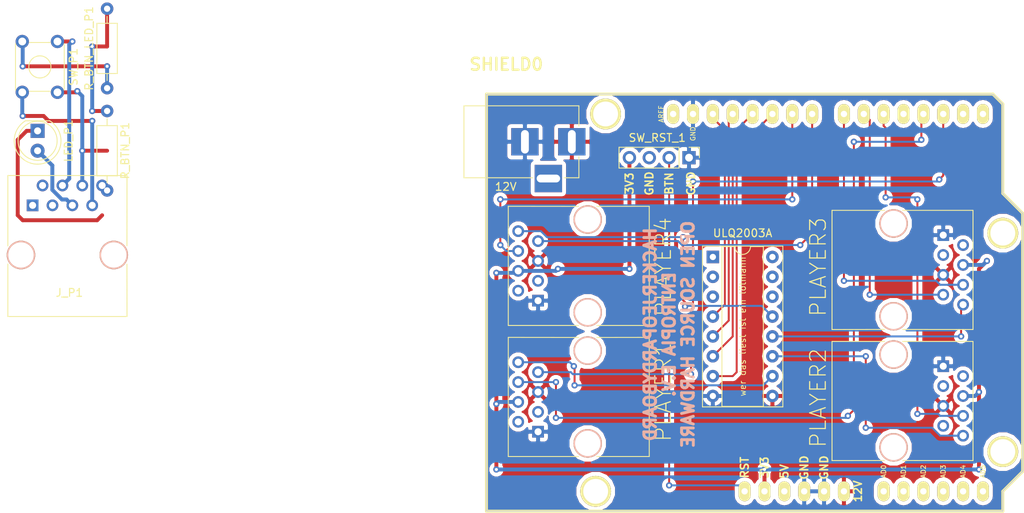
<source format=kicad_pcb>
(kicad_pcb (version 20171130) (host pcbnew 5.0.1)

  (general
    (thickness 1.6)
    (drawings 29)
    (tracks 198)
    (zones 0)
    (modules 13)
    (nets 26)
  )

  (page A4)
  (layers
    (0 F.Cu signal)
    (31 B.Cu signal)
    (32 B.Adhes user hide)
    (33 F.Adhes user hide)
    (34 B.Paste user hide)
    (35 F.Paste user hide)
    (36 B.SilkS user)
    (37 F.SilkS user)
    (38 B.Mask user hide)
    (39 F.Mask user hide)
    (40 Dwgs.User user hide)
    (41 Cmts.User user hide)
    (42 Eco1.User user hide)
    (43 Eco2.User user hide)
    (44 Edge.Cuts user)
    (45 Margin user)
    (46 B.CrtYd user)
    (47 F.CrtYd user)
    (48 B.Fab user)
    (49 F.Fab user)
  )

  (setup
    (last_trace_width 0.25)
    (trace_clearance 0.25)
    (zone_clearance 0.508)
    (zone_45_only no)
    (trace_min 0.2)
    (segment_width 0.2)
    (edge_width 0.15)
    (via_size 0.8)
    (via_drill 0.4)
    (via_min_size 0.4)
    (via_min_drill 0.3)
    (uvia_size 0.3)
    (uvia_drill 0.1)
    (uvias_allowed no)
    (uvia_min_size 0.2)
    (uvia_min_drill 0.1)
    (pcb_text_width 0.3)
    (pcb_text_size 1.5 1.5)
    (mod_edge_width 0.15)
    (mod_text_size 1 1)
    (mod_text_width 0.15)
    (pad_size 1.524 1.524)
    (pad_drill 0.762)
    (pad_to_mask_clearance 0.2)
    (solder_mask_min_width 0.25)
    (aux_axis_origin 0 0)
    (visible_elements FFFFFF7F)
    (pcbplotparams
      (layerselection 0x010fc_ffffffff)
      (usegerberextensions false)
      (usegerberattributes false)
      (usegerberadvancedattributes false)
      (creategerberjobfile false)
      (excludeedgelayer true)
      (linewidth 0.100000)
      (plotframeref false)
      (viasonmask false)
      (mode 1)
      (useauxorigin false)
      (hpglpennumber 1)
      (hpglpenspeed 20)
      (hpglpendiameter 15.000000)
      (psnegative false)
      (psa4output false)
      (plotreference true)
      (plotvalue true)
      (plotinvisibletext false)
      (padsonsilk false)
      (subtractmaskfromsilk false)
      (outputformat 1)
      (mirror false)
      (drillshape 1)
      (scaleselection 1)
      (outputdirectory ""))
  )

  (net 0 "")
  (net 1 GND)
  (net 2 +3V3)
  (net 3 +12V)
  (net 4 "Net-(J_BRD_P1-Pad8)")
  (net 5 "Net-(J_BRD_P2-Pad8)")
  (net 6 "Net-(J_BRD_P3-Pad8)")
  (net 7 "Net-(J_BRD_P4-Pad8)")
  (net 8 "Net-(J_P1-Pad8)")
  (net 9 "Net-(J_P1-Pad7)")
  (net 10 "Net-(J_P1-Pad6)")
  (net 11 "Net-(R5-Pad2)")
  (net 12 "Net-(R_BTN_LED_P1-Pad1)")
  (net 13 "Net-(J_BRD_P1-Pad7)")
  (net 14 "Net-(J_BRD_P1-Pad6)")
  (net 15 "Net-(J_BRD_P2-Pad6)")
  (net 16 "Net-(J_BRD_P2-Pad7)")
  (net 17 "Net-(J_BRD_P3-Pad7)")
  (net 18 "Net-(J_BRD_P3-Pad6)")
  (net 19 "Net-(J_BRD_P4-Pad6)")
  (net 20 "Net-(J_BRD_P4-Pad7)")
  (net 21 "Net-(SHIELD0-PadRST)")
  (net 22 "Net-(SHIELD0-Pad10)")
  (net 23 "Net-(SHIELD0-Pad11)")
  (net 24 "Net-(SHIELD0-Pad12)")
  (net 25 "Net-(SHIELD0-Pad13)")

  (net_class Default "This is the default net class."
    (clearance 0.25)
    (trace_width 0.25)
    (via_dia 0.8)
    (via_drill 0.4)
    (uvia_dia 0.3)
    (uvia_drill 0.1)
    (add_net "Net-(J_BRD_P1-Pad6)")
    (add_net "Net-(J_BRD_P1-Pad7)")
    (add_net "Net-(J_BRD_P1-Pad8)")
    (add_net "Net-(J_BRD_P2-Pad6)")
    (add_net "Net-(J_BRD_P2-Pad7)")
    (add_net "Net-(J_BRD_P2-Pad8)")
    (add_net "Net-(J_BRD_P3-Pad6)")
    (add_net "Net-(J_BRD_P3-Pad7)")
    (add_net "Net-(J_BRD_P3-Pad8)")
    (add_net "Net-(J_BRD_P4-Pad6)")
    (add_net "Net-(J_BRD_P4-Pad7)")
    (add_net "Net-(J_BRD_P4-Pad8)")
    (add_net "Net-(J_P1-Pad6)")
    (add_net "Net-(J_P1-Pad7)")
    (add_net "Net-(J_P1-Pad8)")
    (add_net "Net-(R5-Pad2)")
    (add_net "Net-(R_BTN_LED_P1-Pad1)")
    (add_net "Net-(SHIELD0-Pad10)")
    (add_net "Net-(SHIELD0-Pad11)")
    (add_net "Net-(SHIELD0-Pad12)")
    (add_net "Net-(SHIELD0-Pad13)")
    (add_net "Net-(SHIELD0-PadRST)")
  )

  (net_class PWR ""
    (clearance 0.25)
    (trace_width 0.5)
    (via_dia 0.8)
    (via_drill 0.4)
    (uvia_dia 0.3)
    (uvia_drill 0.1)
    (add_net +12V)
    (add_net +3V3)
    (add_net GND)
  )

  (module Connectors:RJ45_8 (layer F.Cu) (tedit 0) (tstamp 5BB55805)
    (at 107.315 120.65)
    (tags RJ45)
    (path /5BBAACC9)
    (fp_text reference J_P1 (at 4.7 11.18) (layer F.SilkS)
      (effects (font (size 1 1) (thickness 0.15)))
    )
    (fp_text value RJ45 (at 4.59 6.25) (layer F.Fab)
      (effects (font (size 1 1) (thickness 0.15)))
    )
    (fp_line (start 12.46 14.47) (end -3.56 14.47) (layer F.CrtYd) (width 0.05))
    (fp_line (start 12.46 14.47) (end 12.46 -4.06) (layer F.CrtYd) (width 0.05))
    (fp_line (start -3.56 -4.06) (end -3.56 14.47) (layer F.CrtYd) (width 0.05))
    (fp_line (start -3.56 -4.06) (end 12.46 -4.06) (layer F.CrtYd) (width 0.05))
    (fp_line (start -3.17 7.51) (end -3.17 14.22) (layer F.SilkS) (width 0.12))
    (fp_line (start 12.06 7.52) (end 12.07 14.22) (layer F.SilkS) (width 0.12))
    (fp_line (start -3.17 -3.81) (end -3.17 5.19) (layer F.SilkS) (width 0.12))
    (fp_line (start 12.07 -3.81) (end -3.17 -3.81) (layer F.SilkS) (width 0.12))
    (fp_line (start 12.07 -3.81) (end 12.06 5.18) (layer F.SilkS) (width 0.12))
    (fp_line (start -3.17 14.22) (end 12.07 14.22) (layer F.SilkS) (width 0.12))
    (pad 8 thru_hole circle (at 8.89 -2.54) (size 1.5 1.5) (drill 0.9) (layers *.Cu *.Mask)
      (net 8 "Net-(J_P1-Pad8)"))
    (pad 7 thru_hole circle (at 7.62 0) (size 1.5 1.5) (drill 0.9) (layers *.Cu *.Mask)
      (net 9 "Net-(J_P1-Pad7)"))
    (pad 6 thru_hole circle (at 6.35 -2.54) (size 1.5 1.5) (drill 0.9) (layers *.Cu *.Mask)
      (net 10 "Net-(J_P1-Pad6)"))
    (pad 5 thru_hole circle (at 5.08 0) (size 1.5 1.5) (drill 0.9) (layers *.Cu *.Mask)
      (net 3 +12V))
    (pad 4 thru_hole circle (at 3.81 -2.54) (size 1.5 1.5) (drill 0.9) (layers *.Cu *.Mask)
      (net 2 +3V3))
    (pad 3 thru_hole circle (at 2.54 0) (size 1.5 1.5) (drill 0.9) (layers *.Cu *.Mask))
    (pad 2 thru_hole circle (at 1.27 -2.54) (size 1.5 1.5) (drill 0.9) (layers *.Cu *.Mask))
    (pad 1 thru_hole rect (at 0 0) (size 1.5 1.5) (drill 0.9) (layers *.Cu *.Mask)
      (net 1 GND))
    (pad Hole np_thru_hole circle (at -1.49 6.35) (size 3.65 3.65) (drill 3.25) (layers *.Cu *.SilkS *.Mask))
    (pad Hole np_thru_hole circle (at 10.38 6.35) (size 3.65 3.65) (drill 3.25) (layers *.Cu *.SilkS *.Mask))
    (model ${KISYS3DMOD}/Connectors.3dshapes/RJ45_8.wrl
      (offset (xyz 4.571999931335449 -6.349999904632568 0))
      (scale (xyz 0.4 0.4 0.4))
      (rotate (xyz 0 0 0))
    )
  )

  (module LEDs:LED_D5.0mm (layer F.Cu) (tedit 5995936A) (tstamp 5BB55038)
    (at 107.95 111.125 270)
    (descr "LED, diameter 5.0mm, 2 pins, http://cdn-reichelt.de/documents/datenblatt/A500/LL-504BC2E-009.pdf")
    (tags "LED diameter 5.0mm 2 pins")
    (path /5BBAAF74)
    (fp_text reference LED_P1 (at 1.27 -3.96 270) (layer F.SilkS)
      (effects (font (size 1 1) (thickness 0.15)))
    )
    (fp_text value LED_Series (at 1.27 3.96 270) (layer F.Fab)
      (effects (font (size 1 1) (thickness 0.15)))
    )
    (fp_text user %R (at 1.25 0 270) (layer F.Fab)
      (effects (font (size 0.8 0.8) (thickness 0.2)))
    )
    (fp_line (start 4.5 -3.25) (end -1.95 -3.25) (layer F.CrtYd) (width 0.05))
    (fp_line (start 4.5 3.25) (end 4.5 -3.25) (layer F.CrtYd) (width 0.05))
    (fp_line (start -1.95 3.25) (end 4.5 3.25) (layer F.CrtYd) (width 0.05))
    (fp_line (start -1.95 -3.25) (end -1.95 3.25) (layer F.CrtYd) (width 0.05))
    (fp_line (start -1.29 -1.545) (end -1.29 1.545) (layer F.SilkS) (width 0.12))
    (fp_line (start -1.23 -1.469694) (end -1.23 1.469694) (layer F.Fab) (width 0.1))
    (fp_circle (center 1.27 0) (end 3.77 0) (layer F.SilkS) (width 0.12))
    (fp_circle (center 1.27 0) (end 3.77 0) (layer F.Fab) (width 0.1))
    (fp_arc (start 1.27 0) (end -1.29 1.54483) (angle -148.9) (layer F.SilkS) (width 0.12))
    (fp_arc (start 1.27 0) (end -1.29 -1.54483) (angle 148.9) (layer F.SilkS) (width 0.12))
    (fp_arc (start 1.27 0) (end -1.23 -1.469694) (angle 299.1) (layer F.Fab) (width 0.1))
    (pad 2 thru_hole circle (at 2.54 0 270) (size 1.8 1.8) (drill 0.9) (layers *.Cu *.Mask)
      (net 3 +12V))
    (pad 1 thru_hole rect (at 0 0 270) (size 1.8 1.8) (drill 0.9) (layers *.Cu *.Mask)
      (net 8 "Net-(J_P1-Pad8)"))
    (model ${KISYS3DMOD}/LEDs.3dshapes/LED_D5.0mm.wrl
      (at (xyz 0 0 0))
      (scale (xyz 0.393701 0.393701 0.393701))
      (rotate (xyz 0 0 0))
    )
  )

  (module Buttons_Switches_THT:SW_TH_Tactile_Omron_B3F-10xx (layer F.Cu) (tedit 5928351D) (tstamp 5BB55077)
    (at 110.49 99.695 270)
    (descr SW_TH_Tactile_Omron_B3F-10xx_https://www.omron.com/ecb/products/pdf/en-b3f.pdf)
    (tags "Omron B3F-10xx")
    (path /5BBB01B4)
    (fp_text reference SW_P1 (at 3.25 -2.05 270) (layer F.SilkS)
      (effects (font (size 1 1) (thickness 0.15)))
    )
    (fp_text value SW_Push_LED (at 3.2 6.5 270) (layer F.Fab)
      (effects (font (size 1 1) (thickness 0.15)))
    )
    (fp_line (start 0.25 -0.75) (end 0.25 5.25) (layer F.Fab) (width 0.1))
    (fp_line (start 6.25 -0.75) (end 6.25 5.25) (layer F.Fab) (width 0.1))
    (fp_line (start 0.25 -0.75) (end 6.25 -0.75) (layer F.Fab) (width 0.1))
    (fp_text user %R (at 3.25 2.25 270) (layer F.Fab)
      (effects (font (size 1 1) (thickness 0.15)))
    )
    (fp_line (start 7.65 -1.15) (end -1.1 -1.15) (layer F.CrtYd) (width 0.05))
    (fp_line (start 7.6 5.6) (end 7.6 -1.1) (layer F.CrtYd) (width 0.05))
    (fp_line (start -1.1 5.6) (end 7.6 5.6) (layer F.CrtYd) (width 0.05))
    (fp_line (start -1.1 -1.15) (end -1.1 5.6) (layer F.CrtYd) (width 0.05))
    (fp_circle (center 3.25 2.25) (end 4.25 3.25) (layer F.SilkS) (width 0.12))
    (fp_line (start 0.28 5.37) (end 6.22 5.37) (layer F.SilkS) (width 0.12))
    (fp_line (start 0.28 -0.87) (end 6.22 -0.87) (layer F.SilkS) (width 0.12))
    (fp_line (start 0.13 3.59) (end 0.13 0.91) (layer F.SilkS) (width 0.12))
    (fp_line (start 6.37 0.91) (end 6.37 3.59) (layer F.SilkS) (width 0.12))
    (fp_line (start 0.25 5.25) (end 6.25 5.25) (layer F.Fab) (width 0.1))
    (pad 4 thru_hole circle (at 6.5 4.5 270) (size 1.7 1.7) (drill 1) (layers *.Cu *.Mask)
      (net 9 "Net-(J_P1-Pad7)"))
    (pad 3 thru_hole circle (at 0 4.5 270) (size 1.7 1.7) (drill 1) (layers *.Cu *.Mask)
      (net 12 "Net-(R_BTN_LED_P1-Pad1)"))
    (pad 2 thru_hole circle (at 6.5 0 270) (size 1.7 1.7) (drill 1) (layers *.Cu *.Mask)
      (net 10 "Net-(J_P1-Pad6)"))
    (pad 1 thru_hole circle (at 0 0 270) (size 1.7 1.7) (drill 1) (layers *.Cu *.Mask)
      (net 2 +3V3))
    (model ${KISYS3DMOD}/Buttons_Switches_THT.3dshapes/SW_TH_Tactile_Omron_B3F-10xx.wrl
      (at (xyz 0 0 0))
      (scale (xyz 1 1 1))
      (rotate (xyz 0 0 0))
    )
  )

  (module Connectors:RJ45_8 (layer F.Cu) (tedit 5BCFA1F9) (tstamp 5BCFA68F)
    (at 171.958 149.606 90)
    (tags RJ45)
    (path /5BBF47EB)
    (fp_text reference PLAYER1 (at 5.08 16.002 90) (layer F.SilkS)
      (effects (font (size 2 2) (thickness 0.15)))
    )
    (fp_text value RJ45 (at 4.59 6.25 90) (layer F.Fab)
      (effects (font (size 1 1) (thickness 0.15)))
    )
    (fp_line (start 12.46 14.47) (end -3.56 14.47) (layer F.CrtYd) (width 0.05))
    (fp_line (start 12.46 14.47) (end 12.46 -4.06) (layer F.CrtYd) (width 0.05))
    (fp_line (start -3.56 -4.06) (end -3.56 14.47) (layer F.CrtYd) (width 0.05))
    (fp_line (start -3.56 -4.06) (end 12.46 -4.06) (layer F.CrtYd) (width 0.05))
    (fp_line (start -3.17 7.51) (end -3.17 14.22) (layer F.SilkS) (width 0.12))
    (fp_line (start 12.06 7.52) (end 12.07 14.22) (layer F.SilkS) (width 0.12))
    (fp_line (start -3.17 -3.81) (end -3.17 5.19) (layer F.SilkS) (width 0.12))
    (fp_line (start 12.07 -3.81) (end -3.17 -3.81) (layer F.SilkS) (width 0.12))
    (fp_line (start 12.07 -3.81) (end 12.06 5.18) (layer F.SilkS) (width 0.12))
    (fp_line (start -3.17 14.22) (end 12.07 14.22) (layer F.SilkS) (width 0.12))
    (pad 8 thru_hole circle (at 8.89 -2.54 90) (size 1.5 1.5) (drill 0.9) (layers *.Cu *.Mask)
      (net 4 "Net-(J_BRD_P1-Pad8)"))
    (pad 7 thru_hole circle (at 7.62 0 90) (size 1.5 1.5) (drill 0.9) (layers *.Cu *.Mask)
      (net 13 "Net-(J_BRD_P1-Pad7)"))
    (pad 6 thru_hole circle (at 6.35 -2.54 90) (size 1.5 1.5) (drill 0.9) (layers *.Cu *.Mask)
      (net 14 "Net-(J_BRD_P1-Pad6)"))
    (pad 5 thru_hole circle (at 5.08 0 90) (size 1.5 1.5) (drill 0.9) (layers *.Cu *.Mask)
      (net 3 +12V))
    (pad 4 thru_hole circle (at 3.81 -2.54 90) (size 1.5 1.5) (drill 0.9) (layers *.Cu *.Mask)
      (net 2 +3V3))
    (pad 3 thru_hole circle (at 2.54 0 90) (size 1.5 1.5) (drill 0.9) (layers *.Cu *.Mask))
    (pad 2 thru_hole circle (at 1.27 -2.54 90) (size 1.5 1.5) (drill 0.9) (layers *.Cu *.Mask))
    (pad 1 thru_hole rect (at 0 0 90) (size 1.5 1.5) (drill 0.9) (layers *.Cu *.Mask)
      (net 1 GND))
    (pad Hole np_thru_hole circle (at -1.49 6.35 90) (size 3.65 3.65) (drill 3.25) (layers *.Cu *.SilkS *.Mask))
    (pad Hole np_thru_hole circle (at 10.38 6.35 90) (size 3.65 3.65) (drill 3.25) (layers *.Cu *.SilkS *.Mask))
    (model ${KISYS3DMOD}/Connectors.3dshapes/RJ45_8.wrl
      (offset (xyz 4.571999931335449 -6.349999904632568 0))
      (scale (xyz 0.4 0.4 0.4))
      (rotate (xyz 0 0 0))
    )
  )

  (module Connectors:RJ45_8 (layer F.Cu) (tedit 5BCFA4E1) (tstamp 5BCFA03C)
    (at 223.774 141.224 270)
    (tags RJ45)
    (path /5BBF4883)
    (fp_text reference PLAYER2 (at 4.064 16.002 270) (layer F.SilkS)
      (effects (font (size 2 2) (thickness 0.15)))
    )
    (fp_text value RJ45 (at 4.59 6.25 270) (layer F.Fab)
      (effects (font (size 1 1) (thickness 0.15)))
    )
    (fp_line (start -3.17 14.22) (end 12.07 14.22) (layer F.SilkS) (width 0.12))
    (fp_line (start 12.07 -3.81) (end 12.06 5.18) (layer F.SilkS) (width 0.12))
    (fp_line (start 12.07 -3.81) (end -3.17 -3.81) (layer F.SilkS) (width 0.12))
    (fp_line (start -3.17 -3.81) (end -3.17 5.19) (layer F.SilkS) (width 0.12))
    (fp_line (start 12.06 7.52) (end 12.07 14.22) (layer F.SilkS) (width 0.12))
    (fp_line (start -3.17 7.51) (end -3.17 14.22) (layer F.SilkS) (width 0.12))
    (fp_line (start -3.56 -4.06) (end 12.46 -4.06) (layer F.CrtYd) (width 0.05))
    (fp_line (start -3.56 -4.06) (end -3.56 14.47) (layer F.CrtYd) (width 0.05))
    (fp_line (start 12.46 14.47) (end 12.46 -4.06) (layer F.CrtYd) (width 0.05))
    (fp_line (start 12.46 14.47) (end -3.56 14.47) (layer F.CrtYd) (width 0.05))
    (pad Hole np_thru_hole circle (at 10.38 6.35 270) (size 3.65 3.65) (drill 3.25) (layers *.Cu *.SilkS *.Mask))
    (pad Hole np_thru_hole circle (at -1.49 6.35 270) (size 3.65 3.65) (drill 3.25) (layers *.Cu *.SilkS *.Mask))
    (pad 1 thru_hole rect (at 0 0 270) (size 1.5 1.5) (drill 0.9) (layers *.Cu *.Mask)
      (net 1 GND))
    (pad 2 thru_hole circle (at 1.27 -2.54 270) (size 1.5 1.5) (drill 0.9) (layers *.Cu *.Mask))
    (pad 3 thru_hole circle (at 2.54 0 270) (size 1.5 1.5) (drill 0.9) (layers *.Cu *.Mask))
    (pad 4 thru_hole circle (at 3.81 -2.54 270) (size 1.5 1.5) (drill 0.9) (layers *.Cu *.Mask)
      (net 2 +3V3))
    (pad 5 thru_hole circle (at 5.08 0 270) (size 1.5 1.5) (drill 0.9) (layers *.Cu *.Mask)
      (net 3 +12V))
    (pad 6 thru_hole circle (at 6.35 -2.54 270) (size 1.5 1.5) (drill 0.9) (layers *.Cu *.Mask)
      (net 15 "Net-(J_BRD_P2-Pad6)"))
    (pad 7 thru_hole circle (at 7.62 0 270) (size 1.5 1.5) (drill 0.9) (layers *.Cu *.Mask)
      (net 16 "Net-(J_BRD_P2-Pad7)"))
    (pad 8 thru_hole circle (at 8.89 -2.54 270) (size 1.5 1.5) (drill 0.9) (layers *.Cu *.Mask)
      (net 5 "Net-(J_BRD_P2-Pad8)"))
    (model ${KISYS3DMOD}/Connectors.3dshapes/RJ45_8.wrl
      (offset (xyz 4.571999931335449 -6.349999904632568 0))
      (scale (xyz 0.4 0.4 0.4))
      (rotate (xyz 0 0 0))
    )
  )

  (module Connectors:RJ45_8 (layer F.Cu) (tedit 5BCFA4CF) (tstamp 5BCFA054)
    (at 223.774 124.46 270)
    (tags RJ45)
    (path /5BBF48FF)
    (fp_text reference PLAYER3 (at 4.064 16.002 270) (layer F.SilkS)
      (effects (font (size 2 2) (thickness 0.15)))
    )
    (fp_text value RJ45 (at 4.59 6.25 270) (layer F.Fab)
      (effects (font (size 1 1) (thickness 0.15)))
    )
    (fp_line (start 12.46 14.47) (end -3.56 14.47) (layer F.CrtYd) (width 0.05))
    (fp_line (start 12.46 14.47) (end 12.46 -4.06) (layer F.CrtYd) (width 0.05))
    (fp_line (start -3.56 -4.06) (end -3.56 14.47) (layer F.CrtYd) (width 0.05))
    (fp_line (start -3.56 -4.06) (end 12.46 -4.06) (layer F.CrtYd) (width 0.05))
    (fp_line (start -3.17 7.51) (end -3.17 14.22) (layer F.SilkS) (width 0.12))
    (fp_line (start 12.06 7.52) (end 12.07 14.22) (layer F.SilkS) (width 0.12))
    (fp_line (start -3.17 -3.81) (end -3.17 5.19) (layer F.SilkS) (width 0.12))
    (fp_line (start 12.07 -3.81) (end -3.17 -3.81) (layer F.SilkS) (width 0.12))
    (fp_line (start 12.07 -3.81) (end 12.06 5.18) (layer F.SilkS) (width 0.12))
    (fp_line (start -3.17 14.22) (end 12.07 14.22) (layer F.SilkS) (width 0.12))
    (pad 8 thru_hole circle (at 8.89 -2.54 270) (size 1.5 1.5) (drill 0.9) (layers *.Cu *.Mask)
      (net 6 "Net-(J_BRD_P3-Pad8)"))
    (pad 7 thru_hole circle (at 7.62 0 270) (size 1.5 1.5) (drill 0.9) (layers *.Cu *.Mask)
      (net 17 "Net-(J_BRD_P3-Pad7)"))
    (pad 6 thru_hole circle (at 6.35 -2.54 270) (size 1.5 1.5) (drill 0.9) (layers *.Cu *.Mask)
      (net 18 "Net-(J_BRD_P3-Pad6)"))
    (pad 5 thru_hole circle (at 5.08 0 270) (size 1.5 1.5) (drill 0.9) (layers *.Cu *.Mask)
      (net 3 +12V))
    (pad 4 thru_hole circle (at 3.81 -2.54 270) (size 1.5 1.5) (drill 0.9) (layers *.Cu *.Mask)
      (net 2 +3V3))
    (pad 3 thru_hole circle (at 2.54 0 270) (size 1.5 1.5) (drill 0.9) (layers *.Cu *.Mask))
    (pad 2 thru_hole circle (at 1.27 -2.54 270) (size 1.5 1.5) (drill 0.9) (layers *.Cu *.Mask))
    (pad 1 thru_hole rect (at 0 0 270) (size 1.5 1.5) (drill 0.9) (layers *.Cu *.Mask)
      (net 1 GND))
    (pad Hole np_thru_hole circle (at -1.49 6.35 270) (size 3.65 3.65) (drill 3.25) (layers *.Cu *.SilkS *.Mask))
    (pad Hole np_thru_hole circle (at 10.38 6.35 270) (size 3.65 3.65) (drill 3.25) (layers *.Cu *.SilkS *.Mask))
    (model ${KISYS3DMOD}/Connectors.3dshapes/RJ45_8.wrl
      (offset (xyz 4.571999931335449 -6.349999904632568 0))
      (scale (xyz 0.4 0.4 0.4))
      (rotate (xyz 0 0 0))
    )
  )

  (module Connectors:RJ45_8 (layer F.Cu) (tedit 5BCFA420) (tstamp 5BCFBE84)
    (at 171.958 132.842 90)
    (tags RJ45)
    (path /5BBF496F)
    (fp_text reference PLAYER4 (at 4.318 16.002 90) (layer F.SilkS)
      (effects (font (size 2 2) (thickness 0.15)))
    )
    (fp_text value RJ45 (at 4.59 6.25 90) (layer F.Fab)
      (effects (font (size 1 1) (thickness 0.15)))
    )
    (fp_line (start -3.17 14.22) (end 12.07 14.22) (layer F.SilkS) (width 0.12))
    (fp_line (start 12.07 -3.81) (end 12.06 5.18) (layer F.SilkS) (width 0.12))
    (fp_line (start 12.07 -3.81) (end -3.17 -3.81) (layer F.SilkS) (width 0.12))
    (fp_line (start -3.17 -3.81) (end -3.17 5.19) (layer F.SilkS) (width 0.12))
    (fp_line (start 12.06 7.52) (end 12.07 14.22) (layer F.SilkS) (width 0.12))
    (fp_line (start -3.17 7.51) (end -3.17 14.22) (layer F.SilkS) (width 0.12))
    (fp_line (start -3.56 -4.06) (end 12.46 -4.06) (layer F.CrtYd) (width 0.05))
    (fp_line (start -3.56 -4.06) (end -3.56 14.47) (layer F.CrtYd) (width 0.05))
    (fp_line (start 12.46 14.47) (end 12.46 -4.06) (layer F.CrtYd) (width 0.05))
    (fp_line (start 12.46 14.47) (end -3.56 14.47) (layer F.CrtYd) (width 0.05))
    (pad Hole np_thru_hole circle (at 10.38 6.35 90) (size 3.65 3.65) (drill 3.25) (layers *.Cu *.SilkS *.Mask))
    (pad Hole np_thru_hole circle (at -1.49 6.35 90) (size 3.65 3.65) (drill 3.25) (layers *.Cu *.SilkS *.Mask))
    (pad 1 thru_hole rect (at 0 0 90) (size 1.5 1.5) (drill 0.9) (layers *.Cu *.Mask)
      (net 1 GND))
    (pad 2 thru_hole circle (at 1.27 -2.54 90) (size 1.5 1.5) (drill 0.9) (layers *.Cu *.Mask))
    (pad 3 thru_hole circle (at 2.54 0 90) (size 1.5 1.5) (drill 0.9) (layers *.Cu *.Mask))
    (pad 4 thru_hole circle (at 3.81 -2.54 90) (size 1.5 1.5) (drill 0.9) (layers *.Cu *.Mask)
      (net 2 +3V3))
    (pad 5 thru_hole circle (at 5.08 0 90) (size 1.5 1.5) (drill 0.9) (layers *.Cu *.Mask)
      (net 3 +12V))
    (pad 6 thru_hole circle (at 6.35 -2.54 90) (size 1.5 1.5) (drill 0.9) (layers *.Cu *.Mask)
      (net 19 "Net-(J_BRD_P4-Pad6)"))
    (pad 7 thru_hole circle (at 7.62 0 90) (size 1.5 1.5) (drill 0.9) (layers *.Cu *.Mask)
      (net 20 "Net-(J_BRD_P4-Pad7)"))
    (pad 8 thru_hole circle (at 8.89 -2.54 90) (size 1.5 1.5) (drill 0.9) (layers *.Cu *.Mask)
      (net 7 "Net-(J_BRD_P4-Pad8)"))
    (model ${KISYS3DMOD}/Connectors.3dshapes/RJ45_8.wrl
      (offset (xyz 4.571999931335449 -6.349999904632568 0))
      (scale (xyz 0.4 0.4 0.4))
      (rotate (xyz 0 0 0))
    )
  )

  (module Connectors:BARREL_JACK (layer F.Cu) (tedit 5BCFA1D2) (tstamp 5BCFA08B)
    (at 176.276 112.522)
    (descr "DC Barrel Jack")
    (tags "Power Jack")
    (path /5BD20455)
    (fp_text reference 12V (at -8.45 5.75 180) (layer F.SilkS)
      (effects (font (size 1 1) (thickness 0.15)))
    )
    (fp_text value Barrel_Jack_Switch (at -6.2 -5.5) (layer F.Fab)
      (effects (font (size 1 1) (thickness 0.15)))
    )
    (fp_line (start 0.8 -4.5) (end -13.7 -4.5) (layer F.Fab) (width 0.1))
    (fp_line (start 0.8 4.5) (end 0.8 -4.5) (layer F.Fab) (width 0.1))
    (fp_line (start -13.7 4.5) (end 0.8 4.5) (layer F.Fab) (width 0.1))
    (fp_line (start -13.7 -4.5) (end -13.7 4.5) (layer F.Fab) (width 0.1))
    (fp_line (start -10.2 -4.5) (end -10.2 4.5) (layer F.Fab) (width 0.1))
    (fp_line (start 0.9 -4.6) (end 0.9 -2) (layer F.SilkS) (width 0.12))
    (fp_line (start -13.8 -4.6) (end 0.9 -4.6) (layer F.SilkS) (width 0.12))
    (fp_line (start 0.9 4.6) (end -1 4.6) (layer F.SilkS) (width 0.12))
    (fp_line (start 0.9 1.9) (end 0.9 4.6) (layer F.SilkS) (width 0.12))
    (fp_line (start -13.8 4.6) (end -13.8 -4.6) (layer F.SilkS) (width 0.12))
    (fp_line (start -5 4.6) (end -13.8 4.6) (layer F.SilkS) (width 0.12))
    (fp_line (start -14 4.75) (end -14 -4.75) (layer F.CrtYd) (width 0.05))
    (fp_line (start -5 4.75) (end -14 4.75) (layer F.CrtYd) (width 0.05))
    (fp_line (start -5 6.75) (end -5 4.75) (layer F.CrtYd) (width 0.05))
    (fp_line (start -1 6.75) (end -5 6.75) (layer F.CrtYd) (width 0.05))
    (fp_line (start -1 4.75) (end -1 6.75) (layer F.CrtYd) (width 0.05))
    (fp_line (start 1 4.75) (end -1 4.75) (layer F.CrtYd) (width 0.05))
    (fp_line (start 1 2) (end 1 4.75) (layer F.CrtYd) (width 0.05))
    (fp_line (start 2 2) (end 1 2) (layer F.CrtYd) (width 0.05))
    (fp_line (start 2 -2) (end 2 2) (layer F.CrtYd) (width 0.05))
    (fp_line (start 1 -2) (end 2 -2) (layer F.CrtYd) (width 0.05))
    (fp_line (start 1 -4.5) (end 1 -2) (layer F.CrtYd) (width 0.05))
    (fp_line (start 1 -4.75) (end -14 -4.75) (layer F.CrtYd) (width 0.05))
    (fp_line (start 1 -4.5) (end 1 -4.75) (layer F.CrtYd) (width 0.05))
    (pad 3 thru_hole rect (at -3 4.7) (size 3.5 3.5) (drill oval 3 1) (layers *.Cu *.Mask))
    (pad 2 thru_hole rect (at -6 0) (size 3.5 3.5) (drill oval 1 3) (layers *.Cu *.Mask)
      (net 1 GND))
    (pad 1 thru_hole rect (at 0 0) (size 3.5 3.5) (drill oval 1 3) (layers *.Cu *.Mask)
      (net 3 +12V))
  )

  (module "arduino_shields:ARDUINO SHIELD" (layer F.Cu) (tedit 4CD6A37D) (tstamp 5BCFA0CE)
    (at 165.354 159.766)
    (path /5BCF9E40)
    (fp_text reference SHIELD0 (at 2.54 -57.15) (layer F.SilkS)
      (effects (font (size 1.524 1.524) (thickness 0.3048)))
    )
    (fp_text value ARDUINO_SHIELD (at 5.08 -54.61) (layer F.SilkS) hide
      (effects (font (size 1.524 1.524) (thickness 0.3048)))
    )
    (fp_line (start 66.04 -40.64) (end 66.04 -52.07) (layer F.SilkS) (width 0.381))
    (fp_line (start 66.04 -52.07) (end 64.77 -53.34) (layer F.SilkS) (width 0.381))
    (fp_line (start 64.77 -53.34) (end 0 -53.34) (layer F.SilkS) (width 0.381))
    (fp_line (start 66.04 0) (end 0 0) (layer F.SilkS) (width 0.381))
    (fp_line (start 0 0) (end 0 -53.34) (layer F.SilkS) (width 0.381))
    (fp_line (start 66.04 -40.64) (end 68.58 -38.1) (layer F.SilkS) (width 0.381))
    (fp_line (start 68.58 -38.1) (end 68.58 -5.08) (layer F.SilkS) (width 0.381))
    (fp_line (start 68.58 -5.08) (end 66.04 -2.54) (layer F.SilkS) (width 0.381))
    (fp_line (start 66.04 -2.54) (end 66.04 0) (layer F.SilkS) (width 0.381))
    (pad AD5 thru_hole oval (at 63.5 -2.54 90) (size 2.54 1.524) (drill 0.8128) (layers *.Cu *.Mask F.SilkS))
    (pad AD4 thru_hole oval (at 60.96 -2.54 90) (size 2.54 1.524) (drill 0.8128) (layers *.Cu *.Mask F.SilkS))
    (pad AD3 thru_hole oval (at 58.42 -2.54 90) (size 2.54 1.524) (drill 0.8128) (layers *.Cu *.Mask F.SilkS))
    (pad AD0 thru_hole oval (at 50.8 -2.54 90) (size 2.54 1.524) (drill 0.8128) (layers *.Cu *.Mask F.SilkS))
    (pad AD1 thru_hole oval (at 53.34 -2.54 90) (size 2.54 1.524) (drill 0.8128) (layers *.Cu *.Mask F.SilkS))
    (pad AD2 thru_hole oval (at 55.88 -2.54 90) (size 2.54 1.524) (drill 0.8128) (layers *.Cu *.Mask F.SilkS))
    (pad V_IN thru_hole oval (at 45.72 -2.54 90) (size 2.54 1.524) (drill 0.8128) (layers *.Cu *.Mask F.SilkS)
      (net 3 +12V))
    (pad GND2 thru_hole oval (at 43.18 -2.54 90) (size 2.54 1.524) (drill 0.8128) (layers *.Cu *.Mask F.SilkS)
      (net 1 GND))
    (pad GND1 thru_hole oval (at 40.64 -2.54 90) (size 2.54 1.524) (drill 0.8128) (layers *.Cu *.Mask F.SilkS)
      (net 1 GND))
    (pad 3V3 thru_hole oval (at 35.56 -2.54 90) (size 2.54 1.524) (drill 0.8128) (layers *.Cu *.Mask F.SilkS)
      (net 2 +3V3))
    (pad RST thru_hole oval (at 33.02 -2.54 90) (size 2.54 1.524) (drill 0.8128) (layers *.Cu *.Mask F.SilkS)
      (net 21 "Net-(SHIELD0-PadRST)"))
    (pad 0 thru_hole oval (at 63.5 -50.8 90) (size 2.54 1.524) (drill 0.8128) (layers *.Cu *.Mask F.SilkS))
    (pad 1 thru_hole oval (at 60.96 -50.8 90) (size 2.54 1.524) (drill 0.8128) (layers *.Cu *.Mask F.SilkS))
    (pad 2 thru_hole oval (at 58.42 -50.8 90) (size 2.54 1.524) (drill 0.8128) (layers *.Cu *.Mask F.SilkS)
      (net 13 "Net-(J_BRD_P1-Pad7)"))
    (pad 3 thru_hole oval (at 55.88 -50.8 90) (size 2.54 1.524) (drill 0.8128) (layers *.Cu *.Mask F.SilkS)
      (net 14 "Net-(J_BRD_P1-Pad6)"))
    (pad 4 thru_hole oval (at 53.34 -50.8 90) (size 2.54 1.524) (drill 0.8128) (layers *.Cu *.Mask F.SilkS)
      (net 16 "Net-(J_BRD_P2-Pad7)"))
    (pad 5 thru_hole oval (at 50.8 -50.8 90) (size 2.54 1.524) (drill 0.8128) (layers *.Cu *.Mask F.SilkS)
      (net 15 "Net-(J_BRD_P2-Pad6)"))
    (pad 6 thru_hole oval (at 48.26 -50.8 90) (size 2.54 1.524) (drill 0.8128) (layers *.Cu *.Mask F.SilkS)
      (net 17 "Net-(J_BRD_P3-Pad7)"))
    (pad 7 thru_hole oval (at 45.72 -50.8 90) (size 2.54 1.524) (drill 0.8128) (layers *.Cu *.Mask F.SilkS)
      (net 18 "Net-(J_BRD_P3-Pad6)"))
    (pad 8 thru_hole oval (at 41.656 -50.8 90) (size 2.54 1.524) (drill 0.8128) (layers *.Cu *.Mask F.SilkS)
      (net 20 "Net-(J_BRD_P4-Pad7)"))
    (pad 9 thru_hole oval (at 39.116 -50.8 90) (size 2.54 1.524) (drill 0.8128) (layers *.Cu *.Mask F.SilkS)
      (net 19 "Net-(J_BRD_P4-Pad6)"))
    (pad 10 thru_hole oval (at 36.576 -50.8 90) (size 2.54 1.524) (drill 0.8128) (layers *.Cu *.Mask F.SilkS)
      (net 22 "Net-(SHIELD0-Pad10)"))
    (pad 11 thru_hole oval (at 34.036 -50.8 90) (size 2.54 1.524) (drill 0.8128) (layers *.Cu *.Mask F.SilkS)
      (net 23 "Net-(SHIELD0-Pad11)"))
    (pad 12 thru_hole oval (at 31.496 -50.8 90) (size 2.54 1.524) (drill 0.8128) (layers *.Cu *.Mask F.SilkS)
      (net 24 "Net-(SHIELD0-Pad12)"))
    (pad 13 thru_hole oval (at 28.956 -50.8 90) (size 2.54 1.524) (drill 0.8128) (layers *.Cu *.Mask F.SilkS)
      (net 25 "Net-(SHIELD0-Pad13)"))
    (pad GND3 thru_hole oval (at 26.416 -50.8 90) (size 2.54 1.524) (drill 0.8128) (layers *.Cu *.Mask F.SilkS)
      (net 1 GND))
    (pad AREF thru_hole oval (at 23.876 -50.8 90) (size 2.54 1.524) (drill 0.8128) (layers *.Cu *.Mask F.SilkS))
    (pad 5V thru_hole oval (at 38.1 -2.54 90) (size 2.54 1.524) (drill 0.8128) (layers *.Cu *.Mask F.SilkS))
    (pad "" thru_hole circle (at 66.04 -7.62 90) (size 3.937 3.937) (drill 3.175) (layers *.Cu *.Mask F.SilkS))
    (pad "" thru_hole circle (at 66.04 -35.56 90) (size 3.937 3.937) (drill 3.175) (layers *.Cu *.Mask F.SilkS))
    (pad "" thru_hole circle (at 15.24 -50.8 90) (size 3.937 3.937) (drill 3.175) (layers *.Cu *.Mask F.SilkS))
    (pad "" thru_hole circle (at 13.97 -2.54 90) (size 3.937 3.937) (drill 3.175) (layers *.Cu *.Mask F.SilkS))
  )

  (module Housings_DIP:DIP-16_W7.62mm_Socket (layer F.Cu) (tedit 5BCFA502) (tstamp 5BCFA110)
    (at 194.31 127.254)
    (descr "16-lead though-hole mounted DIP package, row spacing 7.62 mm (300 mils), Socket")
    (tags "THT DIP DIL PDIP 2.54mm 7.62mm 300mil Socket")
    (path /5BB580FD)
    (fp_text reference ULQ2003A (at 3.81 -3.048) (layer F.SilkS)
      (effects (font (size 1 1) (thickness 0.15)))
    )
    (fp_text value ULQ2003A (at 3.81 20.11) (layer F.Fab)
      (effects (font (size 1 1) (thickness 0.15)))
    )
    (fp_text user %R (at 3.81 8.89) (layer F.Fab)
      (effects (font (size 1 1) (thickness 0.15)))
    )
    (fp_line (start 9.15 -1.6) (end -1.55 -1.6) (layer F.CrtYd) (width 0.05))
    (fp_line (start 9.15 19.4) (end 9.15 -1.6) (layer F.CrtYd) (width 0.05))
    (fp_line (start -1.55 19.4) (end 9.15 19.4) (layer F.CrtYd) (width 0.05))
    (fp_line (start -1.55 -1.6) (end -1.55 19.4) (layer F.CrtYd) (width 0.05))
    (fp_line (start 8.95 -1.39) (end -1.33 -1.39) (layer F.SilkS) (width 0.12))
    (fp_line (start 8.95 19.17) (end 8.95 -1.39) (layer F.SilkS) (width 0.12))
    (fp_line (start -1.33 19.17) (end 8.95 19.17) (layer F.SilkS) (width 0.12))
    (fp_line (start -1.33 -1.39) (end -1.33 19.17) (layer F.SilkS) (width 0.12))
    (fp_line (start 6.46 -1.33) (end 4.81 -1.33) (layer F.SilkS) (width 0.12))
    (fp_line (start 6.46 19.11) (end 6.46 -1.33) (layer F.SilkS) (width 0.12))
    (fp_line (start 1.16 19.11) (end 6.46 19.11) (layer F.SilkS) (width 0.12))
    (fp_line (start 1.16 -1.33) (end 1.16 19.11) (layer F.SilkS) (width 0.12))
    (fp_line (start 2.81 -1.33) (end 1.16 -1.33) (layer F.SilkS) (width 0.12))
    (fp_line (start 8.89 -1.33) (end -1.27 -1.33) (layer F.Fab) (width 0.1))
    (fp_line (start 8.89 19.11) (end 8.89 -1.33) (layer F.Fab) (width 0.1))
    (fp_line (start -1.27 19.11) (end 8.89 19.11) (layer F.Fab) (width 0.1))
    (fp_line (start -1.27 -1.33) (end -1.27 19.11) (layer F.Fab) (width 0.1))
    (fp_line (start 0.635 -0.27) (end 1.635 -1.27) (layer F.Fab) (width 0.1))
    (fp_line (start 0.635 19.05) (end 0.635 -0.27) (layer F.Fab) (width 0.1))
    (fp_line (start 6.985 19.05) (end 0.635 19.05) (layer F.Fab) (width 0.1))
    (fp_line (start 6.985 -1.27) (end 6.985 19.05) (layer F.Fab) (width 0.1))
    (fp_line (start 1.635 -1.27) (end 6.985 -1.27) (layer F.Fab) (width 0.1))
    (fp_arc (start 3.81 -1.33) (end 2.81 -1.33) (angle -180) (layer F.SilkS) (width 0.12))
    (pad 16 thru_hole oval (at 7.62 0) (size 1.6 1.6) (drill 0.8) (layers *.Cu *.Mask))
    (pad 8 thru_hole oval (at 0 17.78) (size 1.6 1.6) (drill 0.8) (layers *.Cu *.Mask)
      (net 1 GND))
    (pad 15 thru_hole oval (at 7.62 2.54) (size 1.6 1.6) (drill 0.8) (layers *.Cu *.Mask))
    (pad 7 thru_hole oval (at 0 15.24) (size 1.6 1.6) (drill 0.8) (layers *.Cu *.Mask)
      (net 22 "Net-(SHIELD0-Pad10)"))
    (pad 14 thru_hole oval (at 7.62 5.08) (size 1.6 1.6) (drill 0.8) (layers *.Cu *.Mask))
    (pad 6 thru_hole oval (at 0 12.7) (size 1.6 1.6) (drill 0.8) (layers *.Cu *.Mask)
      (net 23 "Net-(SHIELD0-Pad11)"))
    (pad 13 thru_hole oval (at 7.62 7.62) (size 1.6 1.6) (drill 0.8) (layers *.Cu *.Mask)
      (net 7 "Net-(J_BRD_P4-Pad8)"))
    (pad 5 thru_hole oval (at 0 10.16) (size 1.6 1.6) (drill 0.8) (layers *.Cu *.Mask)
      (net 24 "Net-(SHIELD0-Pad12)"))
    (pad 12 thru_hole oval (at 7.62 10.16) (size 1.6 1.6) (drill 0.8) (layers *.Cu *.Mask)
      (net 6 "Net-(J_BRD_P3-Pad8)"))
    (pad 4 thru_hole oval (at 0 7.62) (size 1.6 1.6) (drill 0.8) (layers *.Cu *.Mask)
      (net 25 "Net-(SHIELD0-Pad13)"))
    (pad 11 thru_hole oval (at 7.62 12.7) (size 1.6 1.6) (drill 0.8) (layers *.Cu *.Mask)
      (net 5 "Net-(J_BRD_P2-Pad8)"))
    (pad 3 thru_hole oval (at 0 5.08) (size 1.6 1.6) (drill 0.8) (layers *.Cu *.Mask))
    (pad 10 thru_hole oval (at 7.62 15.24) (size 1.6 1.6) (drill 0.8) (layers *.Cu *.Mask)
      (net 4 "Net-(J_BRD_P1-Pad8)"))
    (pad 2 thru_hole oval (at 0 2.54) (size 1.6 1.6) (drill 0.8) (layers *.Cu *.Mask))
    (pad 9 thru_hole oval (at 7.62 17.78) (size 1.6 1.6) (drill 0.8) (layers *.Cu *.Mask)
      (net 3 +12V))
    (pad 1 thru_hole rect (at 0 0) (size 1.6 1.6) (drill 0.8) (layers *.Cu *.Mask))
    (model ${KISYS3DMOD}/Housings_DIP.3dshapes/DIP-16_W7.62mm_Socket.wrl
      (at (xyz 0 0 0))
      (scale (xyz 1 1 1))
      (rotate (xyz 0 0 0))
    )
  )

  (module Resistors_THT:R_Axial_DIN0207_L6.3mm_D2.5mm_P10.16mm_Horizontal (layer F.Cu) (tedit 5874F706) (tstamp 5BCFA31E)
    (at 116.84 105.664 90)
    (descr "Resistor, Axial_DIN0207 series, Axial, Horizontal, pin pitch=10.16mm, 0.25W = 1/4W, length*diameter=6.3*2.5mm^2, http://cdn-reichelt.de/documents/datenblatt/B400/1_4W%23YAG.pdf")
    (tags "Resistor Axial_DIN0207 series Axial Horizontal pin pitch 10.16mm 0.25W = 1/4W length 6.3mm diameter 2.5mm")
    (path /5BBB01BB)
    (fp_text reference R_BTN_LED_P1 (at 5.08 -2.31 90) (layer F.SilkS)
      (effects (font (size 1 1) (thickness 0.15)))
    )
    (fp_text value 150 (at 5.08 2.31 90) (layer F.Fab)
      (effects (font (size 1 1) (thickness 0.15)))
    )
    (fp_line (start 11.25 -1.6) (end -1.05 -1.6) (layer F.CrtYd) (width 0.05))
    (fp_line (start 11.25 1.6) (end 11.25 -1.6) (layer F.CrtYd) (width 0.05))
    (fp_line (start -1.05 1.6) (end 11.25 1.6) (layer F.CrtYd) (width 0.05))
    (fp_line (start -1.05 -1.6) (end -1.05 1.6) (layer F.CrtYd) (width 0.05))
    (fp_line (start 9.18 0) (end 8.29 0) (layer F.SilkS) (width 0.12))
    (fp_line (start 0.98 0) (end 1.87 0) (layer F.SilkS) (width 0.12))
    (fp_line (start 8.29 -1.31) (end 1.87 -1.31) (layer F.SilkS) (width 0.12))
    (fp_line (start 8.29 1.31) (end 8.29 -1.31) (layer F.SilkS) (width 0.12))
    (fp_line (start 1.87 1.31) (end 8.29 1.31) (layer F.SilkS) (width 0.12))
    (fp_line (start 1.87 -1.31) (end 1.87 1.31) (layer F.SilkS) (width 0.12))
    (fp_line (start 10.16 0) (end 8.23 0) (layer F.Fab) (width 0.1))
    (fp_line (start 0 0) (end 1.93 0) (layer F.Fab) (width 0.1))
    (fp_line (start 8.23 -1.25) (end 1.93 -1.25) (layer F.Fab) (width 0.1))
    (fp_line (start 8.23 1.25) (end 8.23 -1.25) (layer F.Fab) (width 0.1))
    (fp_line (start 1.93 1.25) (end 8.23 1.25) (layer F.Fab) (width 0.1))
    (fp_line (start 1.93 -1.25) (end 1.93 1.25) (layer F.Fab) (width 0.1))
    (pad 2 thru_hole oval (at 10.16 0 90) (size 1.6 1.6) (drill 0.8) (layers *.Cu *.Mask)
      (net 1 GND))
    (pad 1 thru_hole circle (at 0 0 90) (size 1.6 1.6) (drill 0.8) (layers *.Cu *.Mask)
      (net 12 "Net-(R_BTN_LED_P1-Pad1)"))
    (model ${KISYS3DMOD}/Resistors_THT.3dshapes/R_Axial_DIN0207_L6.3mm_D2.5mm_P10.16mm_Horizontal.wrl
      (at (xyz 0 0 0))
      (scale (xyz 0.393701 0.393701 0.393701))
      (rotate (xyz 0 0 0))
    )
  )

  (module Resistors_THT:R_Axial_DIN0207_L6.3mm_D2.5mm_P10.16mm_Horizontal (layer F.Cu) (tedit 5874F706) (tstamp 5BCFA333)
    (at 116.84 108.585 270)
    (descr "Resistor, Axial_DIN0207 series, Axial, Horizontal, pin pitch=10.16mm, 0.25W = 1/4W, length*diameter=6.3*2.5mm^2, http://cdn-reichelt.de/documents/datenblatt/B400/1_4W%23YAG.pdf")
    (tags "Resistor Axial_DIN0207 series Axial Horizontal pin pitch 10.16mm 0.25W = 1/4W length 6.3mm diameter 2.5mm")
    (path /5BBB01C8)
    (fp_text reference R_BTN_P1 (at 5.08 -2.31 270) (layer F.SilkS)
      (effects (font (size 1 1) (thickness 0.15)))
    )
    (fp_text value 10k (at 5.08 2.31 270) (layer F.Fab)
      (effects (font (size 1 1) (thickness 0.15)))
    )
    (fp_line (start 1.93 -1.25) (end 1.93 1.25) (layer F.Fab) (width 0.1))
    (fp_line (start 1.93 1.25) (end 8.23 1.25) (layer F.Fab) (width 0.1))
    (fp_line (start 8.23 1.25) (end 8.23 -1.25) (layer F.Fab) (width 0.1))
    (fp_line (start 8.23 -1.25) (end 1.93 -1.25) (layer F.Fab) (width 0.1))
    (fp_line (start 0 0) (end 1.93 0) (layer F.Fab) (width 0.1))
    (fp_line (start 10.16 0) (end 8.23 0) (layer F.Fab) (width 0.1))
    (fp_line (start 1.87 -1.31) (end 1.87 1.31) (layer F.SilkS) (width 0.12))
    (fp_line (start 1.87 1.31) (end 8.29 1.31) (layer F.SilkS) (width 0.12))
    (fp_line (start 8.29 1.31) (end 8.29 -1.31) (layer F.SilkS) (width 0.12))
    (fp_line (start 8.29 -1.31) (end 1.87 -1.31) (layer F.SilkS) (width 0.12))
    (fp_line (start 0.98 0) (end 1.87 0) (layer F.SilkS) (width 0.12))
    (fp_line (start 9.18 0) (end 8.29 0) (layer F.SilkS) (width 0.12))
    (fp_line (start -1.05 -1.6) (end -1.05 1.6) (layer F.CrtYd) (width 0.05))
    (fp_line (start -1.05 1.6) (end 11.25 1.6) (layer F.CrtYd) (width 0.05))
    (fp_line (start 11.25 1.6) (end 11.25 -1.6) (layer F.CrtYd) (width 0.05))
    (fp_line (start 11.25 -1.6) (end -1.05 -1.6) (layer F.CrtYd) (width 0.05))
    (pad 1 thru_hole circle (at 0 0 270) (size 1.6 1.6) (drill 0.8) (layers *.Cu *.Mask)
      (net 1 GND))
    (pad 2 thru_hole oval (at 10.16 0 270) (size 1.6 1.6) (drill 0.8) (layers *.Cu *.Mask)
      (net 10 "Net-(J_P1-Pad6)"))
    (model ${KISYS3DMOD}/Resistors_THT.3dshapes/R_Axial_DIN0207_L6.3mm_D2.5mm_P10.16mm_Horizontal.wrl
      (at (xyz 0 0 0))
      (scale (xyz 0.393701 0.393701 0.393701))
      (rotate (xyz 0 0 0))
    )
  )

  (module Pin_Headers:Pin_Header_Straight_1x04_Pitch2.54mm (layer F.Cu) (tedit 59650532) (tstamp 5BCFB908)
    (at 191.262 114.554 270)
    (descr "Through hole straight pin header, 1x04, 2.54mm pitch, single row")
    (tags "Through hole pin header THT 1x04 2.54mm single row")
    (path /5BB72587)
    (fp_text reference SW_RST_1 (at -2.54 4.064) (layer F.SilkS)
      (effects (font (size 1 1) (thickness 0.15)))
    )
    (fp_text value SW_Push_LED (at 0 9.95 270) (layer F.Fab)
      (effects (font (size 1 1) (thickness 0.15)))
    )
    (fp_text user %R (at 0 3.81) (layer F.Fab)
      (effects (font (size 1 1) (thickness 0.15)))
    )
    (fp_line (start 1.8 -1.8) (end -1.8 -1.8) (layer F.CrtYd) (width 0.05))
    (fp_line (start 1.8 9.4) (end 1.8 -1.8) (layer F.CrtYd) (width 0.05))
    (fp_line (start -1.8 9.4) (end 1.8 9.4) (layer F.CrtYd) (width 0.05))
    (fp_line (start -1.8 -1.8) (end -1.8 9.4) (layer F.CrtYd) (width 0.05))
    (fp_line (start -1.33 -1.33) (end 0 -1.33) (layer F.SilkS) (width 0.12))
    (fp_line (start -1.33 0) (end -1.33 -1.33) (layer F.SilkS) (width 0.12))
    (fp_line (start -1.33 1.27) (end 1.33 1.27) (layer F.SilkS) (width 0.12))
    (fp_line (start 1.33 1.27) (end 1.33 8.95) (layer F.SilkS) (width 0.12))
    (fp_line (start -1.33 1.27) (end -1.33 8.95) (layer F.SilkS) (width 0.12))
    (fp_line (start -1.33 8.95) (end 1.33 8.95) (layer F.SilkS) (width 0.12))
    (fp_line (start -1.27 -0.635) (end -0.635 -1.27) (layer F.Fab) (width 0.1))
    (fp_line (start -1.27 8.89) (end -1.27 -0.635) (layer F.Fab) (width 0.1))
    (fp_line (start 1.27 8.89) (end -1.27 8.89) (layer F.Fab) (width 0.1))
    (fp_line (start 1.27 -1.27) (end 1.27 8.89) (layer F.Fab) (width 0.1))
    (fp_line (start -0.635 -1.27) (end 1.27 -1.27) (layer F.Fab) (width 0.1))
    (pad 4 thru_hole oval (at 0 7.62 270) (size 1.7 1.7) (drill 1) (layers *.Cu *.Mask)
      (net 2 +3V3))
    (pad 3 thru_hole oval (at 0 5.08 270) (size 1.7 1.7) (drill 1) (layers *.Cu *.Mask)
      (net 11 "Net-(R5-Pad2)"))
    (pad 2 thru_hole oval (at 0 2.54 270) (size 1.7 1.7) (drill 1) (layers *.Cu *.Mask)
      (net 21 "Net-(SHIELD0-PadRST)"))
    (pad 1 thru_hole rect (at 0 0 270) (size 1.7 1.7) (drill 1) (layers *.Cu *.Mask)
      (net 1 GND))
    (model ${KISYS3DMOD}/Pin_Headers.3dshapes/Pin_Header_Straight_1x04_Pitch2.54mm.wrl
      (at (xyz 0 0 0))
      (scale (xyz 1 1 1))
      (rotate (xyz 0 0 0))
    )
  )

  (gr_text "wer das liest ist ein lötmann" (at 198.12 136.144 90) (layer F.SilkS)
    (effects (font (size 0.8 0.8) (thickness 0.1)))
  )
  (gr_text "HACKERJEOPARDYBOARD\nENTROPIA E.V.\nOPEN SOURCE HARDWARE" (at 188.722 137.16 90) (layer B.SilkS)
    (effects (font (size 1.5 1.5) (thickness 0.375)) (justify mirror))
  )
  (gr_line (start 165.354 159.766) (end 165.354 106.426) (layer Edge.Cuts) (width 0.15))
  (gr_line (start 231.394 159.766) (end 165.354 159.766) (layer Edge.Cuts) (width 0.15))
  (gr_line (start 231.394 157.226) (end 231.394 159.766) (layer Edge.Cuts) (width 0.15))
  (gr_line (start 233.934 154.686) (end 231.394 157.226) (layer Edge.Cuts) (width 0.15))
  (gr_line (start 233.934 121.666) (end 233.934 154.686) (layer Edge.Cuts) (width 0.15))
  (gr_line (start 231.394 119.126) (end 233.934 121.666) (layer Edge.Cuts) (width 0.15))
  (gr_line (start 231.394 107.696) (end 231.394 119.126) (layer Edge.Cuts) (width 0.15))
  (gr_line (start 230.124 106.426) (end 231.394 107.696) (layer Edge.Cuts) (width 0.15))
  (gr_line (start 165.354 106.426) (end 230.124 106.426) (layer Edge.Cuts) (width 0.15))
  (gr_text AREF (at 187.706 108.966 90) (layer F.SilkS) (tstamp 5BCFC368)
    (effects (font (size 0.6 0.6) (thickness 0.1)))
  )
  (gr_text GND (at 191.77 111.506 90) (layer F.SilkS) (tstamp 5BCFC365)
    (effects (font (size 0.6 0.6) (thickness 0.1)))
  )
  (gr_text AD5 (at 228.854 154.686 90) (layer F.SilkS) (tstamp 5BCFC24C)
    (effects (font (size 0.6 0.6) (thickness 0.1)))
  )
  (gr_text AD4 (at 226.314 154.686 90) (layer F.SilkS) (tstamp 5BCFC24C)
    (effects (font (size 0.6 0.6) (thickness 0.1)))
  )
  (gr_text AD3 (at 223.774 154.686 90) (layer F.SilkS) (tstamp 5BCFC24C)
    (effects (font (size 0.6 0.6) (thickness 0.1)))
  )
  (gr_text AD2 (at 221.234 154.686 90) (layer F.SilkS) (tstamp 5BCFC24C)
    (effects (font (size 0.6 0.6) (thickness 0.1)))
  )
  (gr_text AD1 (at 218.694 154.686 90) (layer F.SilkS) (tstamp 5BCFC24C)
    (effects (font (size 0.6 0.6) (thickness 0.1)))
  )
  (gr_text AD0 (at 216.154 154.686 90) (layer F.SilkS) (tstamp 5BCFBC95)
    (effects (font (size 0.6 0.6) (thickness 0.1)))
  )
  (gr_text 3V3 (at 200.914 154.178 90) (layer F.SilkS) (tstamp 5BCFBC95)
    (effects (font (size 1 1) (thickness 0.2)))
  )
  (gr_text 5V (at 203.454 154.686 90) (layer F.SilkS) (tstamp 5BCFBC95)
    (effects (font (size 1 1) (thickness 0.2)))
  )
  (gr_text 12V (at 212.852 157.226 90) (layer F.SilkS) (tstamp 5BCFBC95)
    (effects (font (size 1 1) (thickness 0.2)))
  )
  (gr_text GND (at 208.534 154.178 90) (layer F.SilkS) (tstamp 5BCFBC95)
    (effects (font (size 1 1) (thickness 0.2)))
  )
  (gr_text GND (at 205.994 154.178 90) (layer F.SilkS) (tstamp 5BCFBC95)
    (effects (font (size 1 1) (thickness 0.2)))
  )
  (gr_text RST (at 198.374 154.178 90) (layer F.SilkS)
    (effects (font (size 1 1) (thickness 0.2)))
  )
  (gr_text GND (at 191.516 117.856 90) (layer F.SilkS) (tstamp 5BCFBC95)
    (effects (font (size 1 1) (thickness 0.2)))
  )
  (gr_text BTN (at 188.722 117.856 90) (layer F.SilkS)
    (effects (font (size 1 1) (thickness 0.2)))
  )
  (gr_text GND (at 186.182 117.856 90) (layer F.SilkS)
    (effects (font (size 1 1) (thickness 0.2)))
  )
  (gr_text 3V3 (at 183.642 117.856 90) (layer F.SilkS)
    (effects (font (size 1 1) (thickness 0.2)))
  )

  (segment (start 116.84 108.585) (end 115.70863 108.585) (width 0.5) (layer F.Cu) (net 1) (status 10))
  (via (at 114.935 108.585) (size 0.8) (drill 0.4) (layers F.Cu B.Cu) (net 1))
  (segment (start 115.70863 108.585) (end 114.935 108.585) (width 0.5) (layer F.Cu) (net 1))
  (segment (start 114.935 108.585) (end 114.935 100.33) (width 0.5) (layer B.Cu) (net 1))
  (via (at 114.935 100.33) (size 0.8) (drill 0.4) (layers F.Cu B.Cu) (net 1))
  (segment (start 114.935 100.33) (end 116.84 100.33) (width 0.5) (layer F.Cu) (net 1))
  (via (at 116.84 95.504) (size 0.8) (drill 0.4) (layers F.Cu B.Cu) (net 1))
  (segment (start 116.84 100.33) (end 116.84 95.504) (width 0.5) (layer F.Cu) (net 1))
  (segment (start 110.49 99.695) (end 112.395 99.695) (width 0.5) (layer F.Cu) (net 2) (status 10))
  (via (at 112.395 99.695) (size 0.8) (drill 0.4) (layers F.Cu B.Cu) (net 2))
  (segment (start 111.874999 117.360001) (end 111.125 118.11) (width 0.5) (layer B.Cu) (net 2) (status 20))
  (segment (start 111.995001 117.239999) (end 111.874999 117.360001) (width 0.5) (layer B.Cu) (net 2))
  (segment (start 111.995001 100.094999) (end 111.995001 117.239999) (width 0.5) (layer B.Cu) (net 2))
  (segment (start 112.395 99.695) (end 111.995001 100.094999) (width 0.5) (layer B.Cu) (net 2))
  (via (at 229.362 127.762) (size 0.8) (drill 0.4) (layers F.Cu B.Cu) (net 2))
  (segment (start 226.314 128.27) (end 228.854 128.27) (width 0.5) (layer B.Cu) (net 2))
  (segment (start 228.854 128.27) (end 229.362 127.762) (width 0.5) (layer B.Cu) (net 2))
  (segment (start 229.362 127.762) (end 228.346 128.778) (width 0.5) (layer F.Cu) (net 2))
  (via (at 228.346 154.432) (size 0.8) (drill 0.4) (layers F.Cu B.Cu) (net 2))
  (via (at 166.624 154.432) (size 0.8) (drill 0.4) (layers F.Cu B.Cu) (net 2))
  (via (at 166.624 129.286) (size 0.8) (drill 0.4) (layers F.Cu B.Cu) (net 2))
  (segment (start 169.164 129.286) (end 169.418 129.032) (width 0.5) (layer B.Cu) (net 2))
  (segment (start 166.624 129.286) (end 169.164 129.286) (width 0.5) (layer B.Cu) (net 2))
  (via (at 166.624 146.05) (size 0.8) (drill 0.4) (layers F.Cu B.Cu) (net 2))
  (segment (start 169.418 145.796) (end 166.878 145.796) (width 0.5) (layer B.Cu) (net 2))
  (segment (start 166.878 145.796) (end 166.624 146.05) (width 0.5) (layer B.Cu) (net 2))
  (segment (start 166.624 154.432) (end 166.624 146.05) (width 0.5) (layer F.Cu) (net 2))
  (segment (start 166.624 146.05) (end 166.624 129.286) (width 0.5) (layer F.Cu) (net 2))
  (via (at 228.346 144.526) (size 0.8) (drill 0.4) (layers F.Cu B.Cu) (net 2))
  (segment (start 226.314 145.034) (end 227.838 145.034) (width 0.5) (layer B.Cu) (net 2))
  (segment (start 227.838 145.034) (end 228.346 144.526) (width 0.5) (layer B.Cu) (net 2))
  (segment (start 228.346 128.778) (end 228.346 144.526) (width 0.5) (layer F.Cu) (net 2))
  (segment (start 228.346 144.526) (end 228.346 154.432) (width 0.5) (layer F.Cu) (net 2))
  (segment (start 200.914 157.226) (end 200.914 154.432) (width 0.5) (layer F.Cu) (net 2))
  (via (at 200.914 154.432) (size 0.8) (drill 0.4) (layers F.Cu B.Cu) (net 2))
  (segment (start 228.346 154.432) (end 200.914 154.432) (width 0.5) (layer B.Cu) (net 2))
  (segment (start 200.914 154.432) (end 166.624 154.432) (width 0.5) (layer B.Cu) (net 2))
  (via (at 183.642 128.778) (size 0.8) (drill 0.4) (layers F.Cu B.Cu) (net 2))
  (segment (start 183.642 114.554) (end 183.642 128.778) (width 0.5) (layer F.Cu) (net 2))
  (via (at 174.498 128.778) (size 0.8) (drill 0.4) (layers F.Cu B.Cu) (net 2))
  (segment (start 183.642 128.778) (end 174.498 128.778) (width 0.5) (layer B.Cu) (net 2))
  (segment (start 174.244 129.032) (end 174.498 128.778) (width 0.5) (layer B.Cu) (net 2))
  (segment (start 169.418 129.032) (end 174.244 129.032) (width 0.5) (layer B.Cu) (net 2))
  (segment (start 109.835001 118.670003) (end 109.835001 115.550001) (width 0.5) (layer B.Cu) (net 3))
  (segment (start 111.064999 119.900001) (end 109.835001 118.670003) (width 0.5) (layer B.Cu) (net 3))
  (segment (start 109.835001 115.550001) (end 108.849999 114.564999) (width 0.5) (layer B.Cu) (net 3))
  (segment (start 111.645001 119.900001) (end 111.064999 119.900001) (width 0.5) (layer B.Cu) (net 3))
  (segment (start 108.849999 114.564999) (end 107.95 113.665) (width 0.5) (layer B.Cu) (net 3) (status 20))
  (segment (start 112.395 120.65) (end 111.645001 119.900001) (width 0.5) (layer B.Cu) (net 3) (status 10))
  (segment (start 201.130001 143.293999) (end 201.93 142.494) (width 0.25) (layer B.Cu) (net 4))
  (segment (start 200.754999 143.669001) (end 201.130001 143.293999) (width 0.25) (layer B.Cu) (net 4))
  (segment (start 176.624999 143.669001) (end 200.754999 143.669001) (width 0.25) (layer B.Cu) (net 4))
  (via (at 176.624999 143.669001) (size 0.8) (drill 0.4) (layers F.Cu B.Cu) (net 4))
  (segment (start 176.624999 143.669001) (end 176.624999 141.318999) (width 0.25) (layer F.Cu) (net 4))
  (via (at 176.53 141.224) (size 0.8) (drill 0.4) (layers F.Cu B.Cu) (net 4))
  (segment (start 176.624999 141.318999) (end 176.53 141.224) (width 0.25) (layer F.Cu) (net 4))
  (segment (start 176.022 140.716) (end 169.418 140.716) (width 0.25) (layer B.Cu) (net 4))
  (segment (start 176.53 141.224) (end 176.022 140.716) (width 0.25) (layer B.Cu) (net 4))
  (segment (start 201.93 139.954) (end 213.614 139.954) (width 0.25) (layer B.Cu) (net 5))
  (via (at 213.868 139.954) (size 0.8) (drill 0.4) (layers F.Cu B.Cu) (net 5))
  (segment (start 213.614 139.954) (end 213.868 139.954) (width 0.25) (layer B.Cu) (net 5))
  (via (at 213.868 149.098) (size 0.8) (drill 0.4) (layers F.Cu B.Cu) (net 5))
  (segment (start 213.868 139.954) (end 213.868 149.098) (width 0.25) (layer F.Cu) (net 5))
  (segment (start 223.378998 150.114) (end 225.25334 150.114) (width 0.25) (layer B.Cu) (net 5))
  (segment (start 225.25334 150.114) (end 226.314 150.114) (width 0.25) (layer B.Cu) (net 5))
  (segment (start 222.362998 149.098) (end 223.378998 150.114) (width 0.25) (layer B.Cu) (net 5))
  (segment (start 213.868 149.098) (end 222.362998 149.098) (width 0.25) (layer B.Cu) (net 5))
  (via (at 226.06 137.414) (size 0.8) (drill 0.4) (layers F.Cu B.Cu) (net 6))
  (segment (start 201.93 137.414) (end 226.06 137.414) (width 0.25) (layer B.Cu) (net 6))
  (segment (start 226.06 133.604) (end 226.314 133.35) (width 0.25) (layer F.Cu) (net 6))
  (segment (start 226.06 137.414) (end 226.06 133.604) (width 0.25) (layer F.Cu) (net 6))
  (segment (start 200.565001 133.509001) (end 190.848999 133.509001) (width 0.25) (layer B.Cu) (net 7))
  (segment (start 201.93 134.874) (end 200.565001 133.509001) (width 0.25) (layer B.Cu) (net 7))
  (via (at 190.754 133.604) (size 0.8) (drill 0.4) (layers F.Cu B.Cu) (net 7))
  (segment (start 190.848999 133.509001) (end 190.754 133.604) (width 0.25) (layer B.Cu) (net 7))
  (segment (start 190.754 133.038315) (end 190.5 132.784315) (width 0.25) (layer F.Cu) (net 7))
  (segment (start 190.754 133.604) (end 190.754 133.038315) (width 0.25) (layer F.Cu) (net 7))
  (via (at 190.5 124.714) (size 0.8) (drill 0.4) (layers F.Cu B.Cu) (net 7))
  (segment (start 190.5 132.784315) (end 190.5 124.714) (width 0.25) (layer F.Cu) (net 7))
  (segment (start 172.321001 123.952) (end 170.47866 123.952) (width 0.25) (layer B.Cu) (net 7))
  (segment (start 170.47866 123.952) (end 169.418 123.952) (width 0.25) (layer B.Cu) (net 7))
  (segment (start 173.083001 124.714) (end 172.321001 123.952) (width 0.25) (layer B.Cu) (net 7))
  (segment (start 190.5 124.714) (end 173.083001 124.714) (width 0.25) (layer B.Cu) (net 7))
  (segment (start 106.55 111.125) (end 105.41 112.265) (width 0.5) (layer F.Cu) (net 8))
  (segment (start 107.95 111.125) (end 106.55 111.125) (width 0.5) (layer F.Cu) (net 8) (status 10))
  (segment (start 105.41 112.265) (end 105.41 121.92) (width 0.5) (layer F.Cu) (net 8))
  (segment (start 105.41 121.92) (end 106.045 122.555) (width 0.5) (layer F.Cu) (net 8))
  (segment (start 106.045 122.555) (end 115.57 122.555) (width 0.5) (layer F.Cu) (net 8))
  (segment (start 115.57 122.555) (end 116.205 121.92) (width 0.5) (layer F.Cu) (net 8))
  (via (at 106.045 109.22) (size 0.8) (drill 0.4) (layers F.Cu B.Cu) (net 9))
  (segment (start 105.99 106.195) (end 105.99 109.165) (width 0.5) (layer B.Cu) (net 9) (status 10))
  (segment (start 105.99 109.165) (end 106.045 109.22) (width 0.5) (layer B.Cu) (net 9))
  (via (at 114.935 109.855) (size 0.8) (drill 0.4) (layers F.Cu B.Cu) (net 9))
  (segment (start 109.350001 109.855) (end 114.935 109.855) (width 0.5) (layer F.Cu) (net 9))
  (segment (start 106.045 109.22) (end 108.715001 109.22) (width 0.5) (layer F.Cu) (net 9))
  (segment (start 108.715001 109.22) (end 109.350001 109.855) (width 0.5) (layer F.Cu) (net 9))
  (segment (start 114.935 109.855) (end 114.935 120.65) (width 0.5) (layer B.Cu) (net 9) (status 20))
  (via (at 113.03 106.045) (size 0.8) (drill 0.4) (layers F.Cu B.Cu) (net 10))
  (segment (start 110.49 106.195) (end 112.88 106.195) (width 0.5) (layer F.Cu) (net 10) (status 10))
  (segment (start 112.88 106.195) (end 113.03 106.045) (width 0.5) (layer F.Cu) (net 10))
  (segment (start 113.03 106.045) (end 113.665 106.68) (width 0.5) (layer B.Cu) (net 10))
  (via (at 113.665 113.665) (size 0.8) (drill 0.4) (layers F.Cu B.Cu) (net 10))
  (segment (start 113.665 106.68) (end 113.665 113.665) (width 0.5) (layer B.Cu) (net 10))
  (segment (start 116.84 113.665) (end 113.665 113.665) (width 0.5) (layer F.Cu) (net 10))
  (segment (start 113.665 113.665) (end 113.665 118.11) (width 0.5) (layer B.Cu) (net 10) (status 20))
  (via (at 106.045 102.87) (size 0.8) (drill 0.4) (layers F.Cu B.Cu) (net 12))
  (segment (start 116.84 102.87) (end 106.045 102.87) (width 0.5) (layer F.Cu) (net 12) (status 10))
  (segment (start 106.045 99.75) (end 105.99 99.695) (width 0.5) (layer B.Cu) (net 12) (status 30))
  (segment (start 106.045 102.87) (end 106.045 99.75) (width 0.5) (layer B.Cu) (net 12) (status 20))
  (via (at 116.84 102.87) (size 0.8) (drill 0.4) (layers F.Cu B.Cu) (net 12))
  (segment (start 116.84 105.664) (end 116.84 102.87) (width 0.5) (layer B.Cu) (net 12))
  (via (at 191.516 142.24) (size 0.8) (drill 0.4) (layers F.Cu B.Cu) (net 13))
  (segment (start 176.398998 142.24) (end 191.516 142.24) (width 0.25) (layer B.Cu) (net 13))
  (segment (start 171.958 141.986) (end 176.144998 141.986) (width 0.25) (layer B.Cu) (net 13))
  (segment (start 176.144998 141.986) (end 176.398998 142.24) (width 0.25) (layer B.Cu) (net 13))
  (via (at 191.77 117.602) (size 0.8) (drill 0.4) (layers F.Cu B.Cu) (net 13))
  (segment (start 191.77 133.735002) (end 191.77 117.602) (width 0.25) (layer F.Cu) (net 13))
  (segment (start 191.516 142.24) (end 191.516 133.989002) (width 0.25) (layer F.Cu) (net 13))
  (segment (start 191.516 133.989002) (end 191.77 133.735002) (width 0.25) (layer F.Cu) (net 13))
  (via (at 223.266 117.348) (size 0.8) (drill 0.4) (layers F.Cu B.Cu) (net 13))
  (segment (start 191.77 117.602) (end 223.012 117.602) (width 0.25) (layer B.Cu) (net 13))
  (segment (start 223.012 117.602) (end 223.266 117.348) (width 0.25) (layer B.Cu) (net 13))
  (segment (start 223.774 116.84) (end 223.774 108.966) (width 0.25) (layer F.Cu) (net 13))
  (segment (start 223.266 117.348) (end 223.774 116.84) (width 0.25) (layer F.Cu) (net 13))
  (via (at 174.244 143.256) (size 0.8) (drill 0.4) (layers F.Cu B.Cu) (net 14))
  (segment (start 169.418 143.256) (end 172.353002 143.256) (width 0.25) (layer B.Cu) (net 14))
  (segment (start 172.353002 143.256) (end 174.244 143.256) (width 0.25) (layer B.Cu) (net 14))
  (via (at 174.244 147.828) (size 0.8) (drill 0.4) (layers F.Cu B.Cu) (net 14))
  (segment (start 174.244 143.256) (end 174.244 147.828) (width 0.25) (layer F.Cu) (net 14))
  (via (at 211.582 147.574) (size 0.8) (drill 0.4) (layers F.Cu B.Cu) (net 14))
  (segment (start 174.244 147.828) (end 211.328 147.828) (width 0.25) (layer B.Cu) (net 14))
  (segment (start 211.328 147.828) (end 211.582 147.574) (width 0.25) (layer B.Cu) (net 14))
  (segment (start 211.582 147.574) (end 212.344 146.812) (width 0.25) (layer F.Cu) (net 14))
  (via (at 212.344 112.522) (size 0.8) (drill 0.4) (layers F.Cu B.Cu) (net 14))
  (segment (start 212.344 146.812) (end 212.344 112.522) (width 0.25) (layer F.Cu) (net 14))
  (via (at 220.98 112.268) (size 0.8) (drill 0.4) (layers F.Cu B.Cu) (net 14))
  (segment (start 212.344 112.522) (end 220.726 112.522) (width 0.25) (layer B.Cu) (net 14))
  (segment (start 220.726 112.522) (end 220.98 112.268) (width 0.25) (layer B.Cu) (net 14))
  (segment (start 220.98 109.22) (end 221.234 108.966) (width 0.25) (layer F.Cu) (net 14))
  (segment (start 220.98 112.268) (end 220.98 109.22) (width 0.25) (layer F.Cu) (net 14))
  (segment (start 216.154 110.486) (end 216.408 110.74) (width 0.25) (layer F.Cu) (net 15))
  (segment (start 216.154 108.966) (end 216.154 110.486) (width 0.25) (layer F.Cu) (net 15))
  (via (at 216.408 119.634) (size 0.8) (drill 0.4) (layers F.Cu B.Cu) (net 15))
  (segment (start 216.408 110.74) (end 216.408 119.634) (width 0.25) (layer F.Cu) (net 15))
  (via (at 220.472 119.888) (size 0.8) (drill 0.4) (layers F.Cu B.Cu) (net 15))
  (segment (start 216.408 119.634) (end 220.218 119.634) (width 0.25) (layer B.Cu) (net 15))
  (segment (start 220.218 119.634) (end 220.472 119.888) (width 0.25) (layer B.Cu) (net 15))
  (via (at 220.472 147.32) (size 0.8) (drill 0.4) (layers F.Cu B.Cu) (net 15))
  (segment (start 220.472 119.888) (end 220.472 147.32) (width 0.25) (layer F.Cu) (net 15))
  (segment (start 223.124998 147.32) (end 223.378998 147.574) (width 0.25) (layer B.Cu) (net 15))
  (segment (start 225.25334 147.574) (end 226.314 147.574) (width 0.25) (layer B.Cu) (net 15))
  (segment (start 223.378998 147.574) (end 225.25334 147.574) (width 0.25) (layer B.Cu) (net 15))
  (segment (start 220.472 147.32) (end 223.124998 147.32) (width 0.25) (layer B.Cu) (net 15))
  (via (at 214.376 132.08) (size 0.8) (drill 0.4) (layers F.Cu B.Cu) (net 17))
  (segment (start 223.774 132.08) (end 214.376 132.08) (width 0.25) (layer B.Cu) (net 17))
  (segment (start 214.376 109.728) (end 213.614 108.966) (width 0.25) (layer F.Cu) (net 17))
  (segment (start 214.376 132.08) (end 214.376 109.728) (width 0.25) (layer F.Cu) (net 17))
  (via (at 211.074 130.302) (size 0.8) (drill 0.4) (layers F.Cu B.Cu) (net 18))
  (segment (start 211.074 108.966) (end 211.074 130.302) (width 0.25) (layer F.Cu) (net 18))
  (segment (start 225.25334 130.81) (end 226.314 130.81) (width 0.25) (layer B.Cu) (net 18))
  (segment (start 223.378998 130.81) (end 225.25334 130.81) (width 0.25) (layer B.Cu) (net 18))
  (segment (start 222.870998 130.302) (end 223.378998 130.81) (width 0.25) (layer B.Cu) (net 18))
  (segment (start 211.074 130.302) (end 222.870998 130.302) (width 0.25) (layer B.Cu) (net 18))
  (via (at 167.132 125.73) (size 0.8) (drill 0.4) (layers F.Cu B.Cu) (net 19))
  (segment (start 169.418 126.492) (end 167.894 126.492) (width 0.25) (layer B.Cu) (net 19))
  (segment (start 167.894 126.492) (end 167.132 125.73) (width 0.25) (layer B.Cu) (net 19))
  (segment (start 167.132 125.73) (end 167.132 119.888) (width 0.25) (layer F.Cu) (net 19))
  (via (at 167.132 119.888) (size 0.8) (drill 0.4) (layers F.Cu B.Cu) (net 19))
  (via (at 167.132 119.888) (size 0.8) (drill 0.4) (layers F.Cu B.Cu) (net 19))
  (via (at 204.47 119.888) (size 0.8) (drill 0.4) (layers F.Cu B.Cu) (net 19))
  (segment (start 167.132 119.888) (end 204.47 119.888) (width 0.25) (layer B.Cu) (net 19))
  (segment (start 204.47 119.888) (end 204.47 108.966) (width 0.25) (layer F.Cu) (net 19))
  (via (at 205.486 125.73) (size 0.8) (drill 0.4) (layers F.Cu B.Cu) (net 20))
  (segment (start 190.368998 125.73) (end 205.486 125.73) (width 0.25) (layer B.Cu) (net 20))
  (segment (start 171.958 125.222) (end 189.860998 125.222) (width 0.25) (layer B.Cu) (net 20))
  (segment (start 189.860998 125.222) (end 190.368998 125.73) (width 0.25) (layer B.Cu) (net 20))
  (segment (start 207.01 124.206) (end 207.01 108.966) (width 0.25) (layer F.Cu) (net 20))
  (segment (start 205.486 125.73) (end 207.01 124.206) (width 0.25) (layer F.Cu) (net 20))
  (via (at 188.722 156.464) (size 0.8) (drill 0.4) (layers F.Cu B.Cu) (net 21))
  (segment (start 188.722 118.514) (end 188.722 156.464) (width 0.25) (layer F.Cu) (net 21))
  (segment (start 197.612 156.464) (end 198.374 157.226) (width 0.25) (layer B.Cu) (net 21))
  (segment (start 188.722 156.464) (end 197.612 156.464) (width 0.25) (layer B.Cu) (net 21))
  (segment (start 188.722 114.554) (end 188.722 118.514) (width 0.25) (layer F.Cu) (net 21))
  (segment (start 197.358 113.538) (end 201.93 108.966) (width 0.25) (layer F.Cu) (net 22))
  (segment (start 197.358 141.986) (end 197.358 113.538) (width 0.25) (layer F.Cu) (net 22))
  (segment (start 194.31 142.494) (end 196.85 142.494) (width 0.25) (layer F.Cu) (net 22))
  (segment (start 196.85 142.494) (end 197.358 141.986) (width 0.25) (layer F.Cu) (net 22))
  (segment (start 196.85 137.414) (end 194.31 139.954) (width 0.25) (layer F.Cu) (net 23))
  (segment (start 199.39 108.966) (end 196.85 111.506) (width 0.25) (layer F.Cu) (net 23))
  (segment (start 196.85 111.506) (end 196.85 137.414) (width 0.25) (layer F.Cu) (net 23))
  (segment (start 196.342 135.382) (end 194.31 137.414) (width 0.25) (layer F.Cu) (net 24))
  (segment (start 196.342 109.982) (end 196.342 135.382) (width 0.25) (layer F.Cu) (net 24))
  (segment (start 196.85 108.966) (end 196.85 109.474) (width 0.25) (layer F.Cu) (net 24))
  (segment (start 196.85 109.474) (end 196.342 109.982) (width 0.25) (layer F.Cu) (net 24))
  (segment (start 194.31 134.874) (end 195.841989 133.342011) (width 0.25) (layer F.Cu) (net 25))
  (segment (start 195.841989 133.342011) (end 195.841989 111.005989) (width 0.25) (layer F.Cu) (net 25))
  (segment (start 194.31 109.474) (end 194.31 108.966) (width 0.25) (layer F.Cu) (net 25))
  (segment (start 195.841989 111.005989) (end 194.31 109.474) (width 0.25) (layer F.Cu) (net 25))

  (zone (net 1) (net_name GND) (layer B.Cu) (tstamp 0) (hatch edge 0.508)
    (connect_pads (clearance 0.508))
    (min_thickness 0.254)
    (fill yes (arc_segments 16) (thermal_gap 0.508) (thermal_bridge_width 0.508))
    (polygon
      (pts
        (xy 165.354 106.426) (xy 230.124 106.426) (xy 231.394 107.696) (xy 231.394 119.126) (xy 233.934 121.666)
        (xy 233.934 154.686) (xy 231.394 157.226) (xy 231.394 159.766) (xy 165.354 159.766) (xy 165.354 114.808)
      )
    )
    (filled_polygon
      (pts
        (xy 179.119235 106.758859) (xy 178.386859 107.491235) (xy 177.9905 108.448132) (xy 177.9905 109.483868) (xy 178.277265 110.176182)
        (xy 178.273765 110.173843) (xy 178.026 110.12456) (xy 174.526 110.12456) (xy 174.278235 110.173843) (xy 174.068191 110.314191)
        (xy 173.927843 110.524235) (xy 173.87856 110.772) (xy 173.87856 114.272) (xy 173.927843 114.519765) (xy 174.068191 114.729809)
        (xy 174.209995 114.82456) (xy 172.351337 114.82456) (xy 172.385698 114.810327) (xy 172.564327 114.631699) (xy 172.661 114.39831)
        (xy 172.661 112.80775) (xy 172.50225 112.649) (xy 170.403 112.649) (xy 170.403 114.74825) (xy 170.56175 114.907)
        (xy 171.228612 114.907) (xy 171.068191 115.014191) (xy 170.927843 115.224235) (xy 170.87856 115.472) (xy 170.87856 118.972)
        (xy 170.90959 119.128) (xy 167.835711 119.128) (xy 167.71828 119.010569) (xy 167.337874 118.853) (xy 166.926126 118.853)
        (xy 166.54572 119.010569) (xy 166.254569 119.30172) (xy 166.097 119.682126) (xy 166.097 120.093874) (xy 166.254569 120.47428)
        (xy 166.54572 120.765431) (xy 166.926126 120.923) (xy 167.337874 120.923) (xy 167.71828 120.765431) (xy 167.835711 120.648)
        (xy 176.643035 120.648) (xy 176.222513 121.068522) (xy 175.848 121.972676) (xy 175.848 122.951324) (xy 176.222513 123.855478)
        (xy 176.321035 123.954) (xy 173.397803 123.954) (xy 172.911332 123.46753) (xy 172.86893 123.404071) (xy 172.617538 123.236096)
        (xy 172.395853 123.192) (xy 172.395848 123.192) (xy 172.321001 123.177112) (xy 172.246154 123.192) (xy 170.602312 123.192)
        (xy 170.592147 123.16746) (xy 170.20254 122.777853) (xy 169.693494 122.567) (xy 169.142506 122.567) (xy 168.63346 122.777853)
        (xy 168.243853 123.16746) (xy 168.033 123.676506) (xy 168.033 124.227494) (xy 168.243853 124.73654) (xy 168.63346 125.126147)
        (xy 168.86487 125.222) (xy 168.63346 125.317853) (xy 168.243853 125.70746) (xy 168.233688 125.732) (xy 168.208802 125.732)
        (xy 168.167 125.690198) (xy 168.167 125.524126) (xy 168.009431 125.14372) (xy 167.71828 124.852569) (xy 167.337874 124.695)
        (xy 166.926126 124.695) (xy 166.54572 124.852569) (xy 166.254569 125.14372) (xy 166.097 125.524126) (xy 166.097 125.935874)
        (xy 166.254569 126.31628) (xy 166.54572 126.607431) (xy 166.926126 126.765) (xy 167.092198 126.765) (xy 167.303671 126.976473)
        (xy 167.346071 127.039929) (xy 167.409527 127.082329) (xy 167.597462 127.207904) (xy 167.645605 127.21748) (xy 167.819148 127.252)
        (xy 167.819152 127.252) (xy 167.894 127.266888) (xy 167.968848 127.252) (xy 168.233688 127.252) (xy 168.243853 127.27654)
        (xy 168.63346 127.666147) (xy 168.86487 127.762) (xy 168.63346 127.857853) (xy 168.243853 128.24746) (xy 168.180255 128.401)
        (xy 167.192007 128.401) (xy 166.829874 128.251) (xy 166.418126 128.251) (xy 166.03772 128.408569) (xy 165.746569 128.69972)
        (xy 165.589 129.080126) (xy 165.589 129.491874) (xy 165.746569 129.87228) (xy 166.03772 130.163431) (xy 166.418126 130.321)
        (xy 166.829874 130.321) (xy 167.192007 130.171) (xy 168.598313 130.171) (xy 168.63346 130.206147) (xy 168.86487 130.302)
        (xy 168.63346 130.397853) (xy 168.243853 130.78746) (xy 168.033 131.296506) (xy 168.033 131.847494) (xy 168.243853 132.35654)
        (xy 168.63346 132.746147) (xy 169.142506 132.957) (xy 169.693494 132.957) (xy 170.20254 132.746147) (xy 170.573 132.375687)
        (xy 170.573 132.55625) (xy 170.73175 132.715) (xy 171.831 132.715) (xy 171.831 132.695) (xy 172.085 132.695)
        (xy 172.085 132.715) (xy 173.18425 132.715) (xy 173.343 132.55625) (xy 173.343 131.965691) (xy 173.246327 131.732302)
        (xy 173.067699 131.553673) (xy 172.83431 131.457) (xy 172.761687 131.457) (xy 173.132147 131.08654) (xy 173.343 130.577494)
        (xy 173.343 130.026506) (xy 173.297641 129.917) (xy 174.156839 129.917) (xy 174.244 129.934337) (xy 174.331161 129.917)
        (xy 174.331165 129.917) (xy 174.58931 129.865652) (xy 174.668109 129.813) (xy 174.703874 129.813) (xy 175.066007 129.663)
        (xy 183.073993 129.663) (xy 183.436126 129.813) (xy 183.847874 129.813) (xy 184.22828 129.655431) (xy 184.519431 129.36428)
        (xy 184.677 128.983874) (xy 184.677 128.572126) (xy 184.519431 128.19172) (xy 184.22828 127.900569) (xy 183.847874 127.743)
        (xy 183.436126 127.743) (xy 183.073993 127.893) (xy 175.066007 127.893) (xy 174.703874 127.743) (xy 174.292126 127.743)
        (xy 173.91172 127.900569) (xy 173.665289 128.147) (xy 173.297641 128.147) (xy 173.343 128.037494) (xy 173.343 127.486506)
        (xy 173.132147 126.97746) (xy 172.74254 126.587853) (xy 172.51113 126.492) (xy 172.74254 126.396147) (xy 173.132147 126.00654)
        (xy 173.142312 125.982) (xy 189.546196 125.982) (xy 189.77867 126.214475) (xy 189.821069 126.277929) (xy 189.884522 126.320327)
        (xy 189.884524 126.320329) (xy 189.969339 126.377) (xy 190.072461 126.445904) (xy 190.294146 126.49) (xy 190.29415 126.49)
        (xy 190.368997 126.504888) (xy 190.443844 126.49) (xy 192.86256 126.49) (xy 192.86256 128.054) (xy 192.911843 128.301765)
        (xy 193.052191 128.511809) (xy 193.262235 128.652157) (xy 193.396106 128.678785) (xy 193.275423 128.759423) (xy 192.95826 129.234091)
        (xy 192.846887 129.794) (xy 192.95826 130.353909) (xy 193.275423 130.828577) (xy 193.627758 131.064) (xy 193.275423 131.299423)
        (xy 192.95826 131.774091) (xy 192.846887 132.334) (xy 192.929436 132.749001) (xy 191.362712 132.749001) (xy 191.34028 132.726569)
        (xy 190.959874 132.569) (xy 190.548126 132.569) (xy 190.16772 132.726569) (xy 189.876569 133.01772) (xy 189.719 133.398126)
        (xy 189.719 133.809874) (xy 189.876569 134.19028) (xy 190.16772 134.481431) (xy 190.548126 134.639) (xy 190.959874 134.639)
        (xy 191.34028 134.481431) (xy 191.55271 134.269001) (xy 192.988388 134.269001) (xy 192.95826 134.314091) (xy 192.846887 134.874)
        (xy 192.95826 135.433909) (xy 193.275423 135.908577) (xy 193.627758 136.144) (xy 193.275423 136.379423) (xy 192.95826 136.854091)
        (xy 192.846887 137.414) (xy 192.95826 137.973909) (xy 193.275423 138.448577) (xy 193.627758 138.684) (xy 193.275423 138.919423)
        (xy 192.95826 139.394091) (xy 192.846887 139.954) (xy 192.95826 140.513909) (xy 193.275423 140.988577) (xy 193.627758 141.224)
        (xy 193.275423 141.459423) (xy 192.95826 141.934091) (xy 192.846887 142.494) (xy 192.929436 142.909001) (xy 192.31071 142.909001)
        (xy 192.393431 142.82628) (xy 192.551 142.445874) (xy 192.551 142.034126) (xy 192.393431 141.65372) (xy 192.10228 141.362569)
        (xy 191.721874 141.205) (xy 191.310126 141.205) (xy 190.92972 141.362569) (xy 190.812289 141.48) (xy 179.294652 141.48)
        (xy 179.701478 141.311487) (xy 180.393487 140.619478) (xy 180.768 139.715324) (xy 180.768 138.736676) (xy 180.393487 137.832522)
        (xy 179.701478 137.140513) (xy 178.828709 136.779) (xy 179.701478 136.417487) (xy 180.393487 135.725478) (xy 180.768 134.821324)
        (xy 180.768 133.842676) (xy 180.393487 132.938522) (xy 179.701478 132.246513) (xy 178.797324 131.872) (xy 177.818676 131.872)
        (xy 176.914522 132.246513) (xy 176.222513 132.938522) (xy 175.848 133.842676) (xy 175.848 134.821324) (xy 176.222513 135.725478)
        (xy 176.914522 136.417487) (xy 177.787291 136.779) (xy 176.914522 137.140513) (xy 176.222513 137.832522) (xy 175.848 138.736676)
        (xy 175.848 139.715324) (xy 175.94765 139.955901) (xy 175.947153 139.956) (xy 170.602312 139.956) (xy 170.592147 139.93146)
        (xy 170.20254 139.541853) (xy 169.693494 139.331) (xy 169.142506 139.331) (xy 168.63346 139.541853) (xy 168.243853 139.93146)
        (xy 168.033 140.440506) (xy 168.033 140.991494) (xy 168.243853 141.50054) (xy 168.63346 141.890147) (xy 168.86487 141.986)
        (xy 168.63346 142.081853) (xy 168.243853 142.47146) (xy 168.033 142.980506) (xy 168.033 143.531494) (xy 168.243853 144.04054)
        (xy 168.63346 144.430147) (xy 168.86487 144.526) (xy 168.63346 144.621853) (xy 168.344313 144.911) (xy 166.965159 144.911)
        (xy 166.877999 144.893663) (xy 166.79084 144.911) (xy 166.790835 144.911) (xy 166.53269 144.962348) (xy 166.453891 145.015)
        (xy 166.418126 145.015) (xy 166.03772 145.172569) (xy 165.746569 145.46372) (xy 165.589 145.844126) (xy 165.589 146.255874)
        (xy 165.746569 146.63628) (xy 166.03772 146.927431) (xy 166.418126 147.085) (xy 166.829874 147.085) (xy 167.21028 146.927431)
        (xy 167.456711 146.681) (xy 168.344313 146.681) (xy 168.63346 146.970147) (xy 168.86487 147.066) (xy 168.63346 147.161853)
        (xy 168.243853 147.55146) (xy 168.033 148.060506) (xy 168.033 148.611494) (xy 168.243853 149.12054) (xy 168.63346 149.510147)
        (xy 169.142506 149.721) (xy 169.693494 149.721) (xy 170.20254 149.510147) (xy 170.573 149.139687) (xy 170.573 149.32025)
        (xy 170.73175 149.479) (xy 171.831 149.479) (xy 171.831 149.459) (xy 172.085 149.459) (xy 172.085 149.479)
        (xy 173.18425 149.479) (xy 173.343 149.32025) (xy 173.343 148.729691) (xy 173.246327 148.496302) (xy 173.067699 148.317673)
        (xy 172.83431 148.221) (xy 172.761687 148.221) (xy 173.132147 147.85054) (xy 173.209 147.665) (xy 173.209 148.033874)
        (xy 173.366569 148.41428) (xy 173.65772 148.705431) (xy 174.038126 148.863) (xy 174.449874 148.863) (xy 174.83028 148.705431)
        (xy 174.947711 148.588) (xy 211.253153 148.588) (xy 211.328 148.602888) (xy 211.350544 148.598404) (xy 211.376126 148.609)
        (xy 211.787874 148.609) (xy 212.16828 148.451431) (xy 212.459431 148.16028) (xy 212.617 147.779874) (xy 212.617 147.368126)
        (xy 212.459431 146.98772) (xy 212.16828 146.696569) (xy 211.787874 146.539) (xy 211.376126 146.539) (xy 210.99572 146.696569)
        (xy 210.704569 146.98772) (xy 210.671316 147.068) (xy 174.947711 147.068) (xy 174.83028 146.950569) (xy 174.449874 146.793)
        (xy 174.038126 146.793) (xy 173.65772 146.950569) (xy 173.366569 147.24172) (xy 173.343 147.298621) (xy 173.343 146.790506)
        (xy 173.132147 146.28146) (xy 172.74254 145.891853) (xy 172.51113 145.796) (xy 172.74254 145.700147) (xy 173.059648 145.383039)
        (xy 192.918096 145.383039) (xy 193.078959 145.771423) (xy 193.454866 146.186389) (xy 193.960959 146.425914) (xy 194.183 146.304629)
        (xy 194.183 145.161) (xy 194.437 145.161) (xy 194.437 146.304629) (xy 194.659041 146.425914) (xy 195.165134 146.186389)
        (xy 195.541041 145.771423) (xy 195.701904 145.383039) (xy 195.579915 145.161) (xy 194.437 145.161) (xy 194.183 145.161)
        (xy 193.040085 145.161) (xy 192.918096 145.383039) (xy 173.059648 145.383039) (xy 173.132147 145.31054) (xy 173.343 144.801494)
        (xy 173.343 144.250506) (xy 173.245865 144.016) (xy 173.540289 144.016) (xy 173.65772 144.133431) (xy 174.038126 144.291)
        (xy 174.449874 144.291) (xy 174.83028 144.133431) (xy 175.121431 143.84228) (xy 175.279 143.461874) (xy 175.279 143.050126)
        (xy 175.153027 142.746) (xy 175.823053 142.746) (xy 175.851069 142.787929) (xy 175.96574 142.864549) (xy 175.747568 143.082721)
        (xy 175.589999 143.463127) (xy 175.589999 143.874875) (xy 175.747568 144.255281) (xy 176.038719 144.546432) (xy 176.419125 144.704001)
        (xy 176.830873 144.704001) (xy 177.211279 144.546432) (xy 177.32871 144.429001) (xy 193.024111 144.429001) (xy 192.918096 144.684961)
        (xy 193.040085 144.907) (xy 194.183 144.907) (xy 194.183 144.887) (xy 194.437 144.887) (xy 194.437 144.907)
        (xy 195.579915 144.907) (xy 195.701904 144.684961) (xy 195.595889 144.429001) (xy 200.608388 144.429001) (xy 200.57826 144.474091)
        (xy 200.466887 145.034) (xy 200.57826 145.593909) (xy 200.895423 146.068577) (xy 201.370091 146.38574) (xy 201.788667 146.469)
        (xy 202.071333 146.469) (xy 202.489909 146.38574) (xy 202.964577 146.068577) (xy 203.28174 145.593909) (xy 203.393113 145.034)
        (xy 203.28174 144.474091) (xy 202.964577 143.999423) (xy 202.612242 143.764) (xy 202.964577 143.528577) (xy 203.28174 143.053909)
        (xy 203.393113 142.494) (xy 203.28174 141.934091) (xy 202.964577 141.459423) (xy 202.612242 141.224) (xy 202.964577 140.988577)
        (xy 203.148043 140.714) (xy 213.164289 140.714) (xy 213.28172 140.831431) (xy 213.662126 140.989) (xy 214.073874 140.989)
        (xy 214.45428 140.831431) (xy 214.745431 140.54028) (xy 214.903 140.159874) (xy 214.903 139.748126) (xy 214.745431 139.36772)
        (xy 214.45428 139.076569) (xy 214.073874 138.919) (xy 213.662126 138.919) (xy 213.28172 139.076569) (xy 213.164289 139.194)
        (xy 203.148043 139.194) (xy 202.964577 138.919423) (xy 202.612242 138.684) (xy 202.964577 138.448577) (xy 203.148043 138.174)
        (xy 215.505035 138.174) (xy 215.338513 138.340522) (xy 214.964 139.244676) (xy 214.964 140.223324) (xy 215.338513 141.127478)
        (xy 216.030522 141.819487) (xy 216.934676 142.194) (xy 217.913324 142.194) (xy 218.817478 141.819487) (xy 219.509487 141.127478)
        (xy 219.832485 140.347691) (xy 222.389 140.347691) (xy 222.389 140.93825) (xy 222.54775 141.097) (xy 223.647 141.097)
        (xy 223.647 139.99775) (xy 223.901 139.99775) (xy 223.901 141.097) (xy 225.00025 141.097) (xy 225.159 140.93825)
        (xy 225.159 140.347691) (xy 225.062327 140.114302) (xy 224.883699 139.935673) (xy 224.65031 139.839) (xy 224.05975 139.839)
        (xy 223.901 139.99775) (xy 223.647 139.99775) (xy 223.48825 139.839) (xy 222.89769 139.839) (xy 222.664301 139.935673)
        (xy 222.485673 140.114302) (xy 222.389 140.347691) (xy 219.832485 140.347691) (xy 219.884 140.223324) (xy 219.884 139.244676)
        (xy 219.509487 138.340522) (xy 219.342965 138.174) (xy 225.356289 138.174) (xy 225.47372 138.291431) (xy 225.854126 138.449)
        (xy 226.265874 138.449) (xy 226.64628 138.291431) (xy 226.937431 138.00028) (xy 227.095 137.619874) (xy 227.095 137.208126)
        (xy 226.937431 136.82772) (xy 226.64628 136.536569) (xy 226.265874 136.379) (xy 225.854126 136.379) (xy 225.47372 136.536569)
        (xy 225.356289 136.654) (xy 219.088965 136.654) (xy 219.509487 136.233478) (xy 219.884 135.329324) (xy 219.884 134.350676)
        (xy 219.509487 133.446522) (xy 218.902965 132.84) (xy 222.589688 132.84) (xy 222.599853 132.86454) (xy 222.98946 133.254147)
        (xy 223.498506 133.465) (xy 224.049494 133.465) (xy 224.55854 133.254147) (xy 224.948147 132.86454) (xy 225.159 132.355494)
        (xy 225.159 131.804506) (xy 225.061865 131.57) (xy 225.129688 131.57) (xy 225.139853 131.59454) (xy 225.52946 131.984147)
        (xy 225.76087 132.08) (xy 225.52946 132.175853) (xy 225.139853 132.56546) (xy 224.929 133.074506) (xy 224.929 133.625494)
        (xy 225.139853 134.13454) (xy 225.52946 134.524147) (xy 226.038506 134.735) (xy 226.589494 134.735) (xy 227.09854 134.524147)
        (xy 227.488147 134.13454) (xy 227.699 133.625494) (xy 227.699 133.074506) (xy 227.488147 132.56546) (xy 227.09854 132.175853)
        (xy 226.86713 132.08) (xy 227.09854 131.984147) (xy 227.488147 131.59454) (xy 227.699 131.085494) (xy 227.699 130.534506)
        (xy 227.488147 130.02546) (xy 227.09854 129.635853) (xy 226.86713 129.54) (xy 227.09854 129.444147) (xy 227.387687 129.155)
        (xy 228.766839 129.155) (xy 228.854 129.172337) (xy 228.941161 129.155) (xy 228.941165 129.155) (xy 229.19931 129.103652)
        (xy 229.492049 128.908049) (xy 229.541425 128.834153) (xy 229.586147 128.789431) (xy 229.94828 128.639431) (xy 230.239431 128.34828)
        (xy 230.397 127.967874) (xy 230.397 127.556126) (xy 230.239431 127.17572) (xy 229.94828 126.884569) (xy 229.567874 126.727)
        (xy 229.156126 126.727) (xy 228.77572 126.884569) (xy 228.484569 127.17572) (xy 228.397883 127.385) (xy 227.387687 127.385)
        (xy 227.09854 127.095853) (xy 226.86713 127) (xy 227.09854 126.904147) (xy 227.488147 126.51454) (xy 227.699 126.005494)
        (xy 227.699 125.454506) (xy 227.488147 124.94546) (xy 227.09854 124.555853) (xy 226.589494 124.345) (xy 226.038506 124.345)
        (xy 225.52946 124.555853) (xy 225.159 124.926313) (xy 225.159 124.74575) (xy 225.00025 124.587) (xy 223.901 124.587)
        (xy 223.901 124.607) (xy 223.647 124.607) (xy 223.647 124.587) (xy 222.54775 124.587) (xy 222.389 124.74575)
        (xy 222.389 125.336309) (xy 222.485673 125.569698) (xy 222.664301 125.748327) (xy 222.89769 125.845) (xy 222.970313 125.845)
        (xy 222.599853 126.21546) (xy 222.389 126.724506) (xy 222.389 127.275494) (xy 222.599853 127.78454) (xy 222.98946 128.174147)
        (xy 223.22087 128.27) (xy 222.98946 128.365853) (xy 222.599853 128.75546) (xy 222.389 129.264506) (xy 222.389 129.542)
        (xy 211.777711 129.542) (xy 211.66028 129.424569) (xy 211.279874 129.267) (xy 210.868126 129.267) (xy 210.48772 129.424569)
        (xy 210.196569 129.71572) (xy 210.039 130.096126) (xy 210.039 130.507874) (xy 210.196569 130.88828) (xy 210.48772 131.179431)
        (xy 210.868126 131.337) (xy 211.279874 131.337) (xy 211.66028 131.179431) (xy 211.777711 131.062) (xy 214.129084 131.062)
        (xy 213.78972 131.202569) (xy 213.498569 131.49372) (xy 213.341 131.874126) (xy 213.341 132.285874) (xy 213.498569 132.66628)
        (xy 213.78972 132.957431) (xy 214.170126 133.115) (xy 214.581874 133.115) (xy 214.96228 132.957431) (xy 215.079711 132.84)
        (xy 215.945035 132.84) (xy 215.338513 133.446522) (xy 214.964 134.350676) (xy 214.964 135.329324) (xy 215.338513 136.233478)
        (xy 215.759035 136.654) (xy 203.148043 136.654) (xy 202.964577 136.379423) (xy 202.612242 136.144) (xy 202.964577 135.908577)
        (xy 203.28174 135.433909) (xy 203.393113 134.874) (xy 203.28174 134.314091) (xy 202.964577 133.839423) (xy 202.612242 133.604)
        (xy 202.964577 133.368577) (xy 203.28174 132.893909) (xy 203.393113 132.334) (xy 203.28174 131.774091) (xy 202.964577 131.299423)
        (xy 202.612242 131.064) (xy 202.964577 130.828577) (xy 203.28174 130.353909) (xy 203.393113 129.794) (xy 203.28174 129.234091)
        (xy 202.964577 128.759423) (xy 202.612242 128.524) (xy 202.964577 128.288577) (xy 203.28174 127.813909) (xy 203.393113 127.254)
        (xy 203.28174 126.694091) (xy 203.145371 126.49) (xy 204.782289 126.49) (xy 204.89972 126.607431) (xy 205.280126 126.765)
        (xy 205.691874 126.765) (xy 206.07228 126.607431) (xy 206.363431 126.31628) (xy 206.521 125.935874) (xy 206.521 125.524126)
        (xy 206.363431 125.14372) (xy 206.07228 124.852569) (xy 205.691874 124.695) (xy 205.280126 124.695) (xy 204.89972 124.852569)
        (xy 204.782289 124.97) (xy 191.514237 124.97) (xy 191.535 124.919874) (xy 191.535 124.508126) (xy 191.377431 124.12772)
        (xy 191.08628 123.836569) (xy 190.705874 123.679) (xy 190.294126 123.679) (xy 189.91372 123.836569) (xy 189.796289 123.954)
        (xy 180.294965 123.954) (xy 180.393487 123.855478) (xy 180.768 122.951324) (xy 180.768 122.480676) (xy 214.964 122.480676)
        (xy 214.964 123.459324) (xy 215.338513 124.363478) (xy 216.030522 125.055487) (xy 216.934676 125.43) (xy 217.913324 125.43)
        (xy 218.817478 125.055487) (xy 219.509487 124.363478) (xy 219.832485 123.583691) (xy 222.389 123.583691) (xy 222.389 124.17425)
        (xy 222.54775 124.333) (xy 223.647 124.333) (xy 223.647 123.23375) (xy 223.901 123.23375) (xy 223.901 124.333)
        (xy 225.00025 124.333) (xy 225.159 124.17425) (xy 225.159 123.583691) (xy 225.062327 123.350302) (xy 224.883699 123.171673)
        (xy 224.65031 123.075) (xy 224.05975 123.075) (xy 223.901 123.23375) (xy 223.647 123.23375) (xy 223.48825 123.075)
        (xy 222.89769 123.075) (xy 222.664301 123.171673) (xy 222.485673 123.350302) (xy 222.389 123.583691) (xy 219.832485 123.583691)
        (xy 219.884 123.459324) (xy 219.884 122.480676) (xy 219.509487 121.576522) (xy 218.817478 120.884513) (xy 217.913324 120.51)
        (xy 216.995711 120.51) (xy 217.111711 120.394) (xy 219.561316 120.394) (xy 219.594569 120.47428) (xy 219.88572 120.765431)
        (xy 220.266126 120.923) (xy 220.677874 120.923) (xy 221.05828 120.765431) (xy 221.349431 120.47428) (xy 221.507 120.093874)
        (xy 221.507 119.682126) (xy 221.349431 119.30172) (xy 221.05828 119.010569) (xy 220.677874 118.853) (xy 220.266126 118.853)
        (xy 220.240544 118.863596) (xy 220.218 118.859112) (xy 220.143153 118.874) (xy 217.111711 118.874) (xy 216.99428 118.756569)
        (xy 216.613874 118.599) (xy 216.202126 118.599) (xy 215.82172 118.756569) (xy 215.530569 119.04772) (xy 215.373 119.428126)
        (xy 215.373 119.839874) (xy 215.530569 120.22028) (xy 215.82172 120.511431) (xy 216.202126 120.669) (xy 216.550816 120.669)
        (xy 216.030522 120.884513) (xy 215.338513 121.576522) (xy 214.964 122.480676) (xy 180.768 122.480676) (xy 180.768 121.972676)
        (xy 180.393487 121.068522) (xy 179.972965 120.648) (xy 203.766289 120.648) (xy 203.88372 120.765431) (xy 204.264126 120.923)
        (xy 204.675874 120.923) (xy 205.05628 120.765431) (xy 205.347431 120.47428) (xy 205.505 120.093874) (xy 205.505 119.682126)
        (xy 205.347431 119.30172) (xy 205.05628 119.010569) (xy 204.675874 118.853) (xy 204.264126 118.853) (xy 203.88372 119.010569)
        (xy 203.766289 119.128) (xy 175.64241 119.128) (xy 175.67344 118.972) (xy 175.67344 117.396126) (xy 190.735 117.396126)
        (xy 190.735 117.807874) (xy 190.892569 118.18828) (xy 191.18372 118.479431) (xy 191.564126 118.637) (xy 191.975874 118.637)
        (xy 192.35628 118.479431) (xy 192.473711 118.362) (xy 222.937153 118.362) (xy 223.012 118.376888) (xy 223.034544 118.372404)
        (xy 223.060126 118.383) (xy 223.471874 118.383) (xy 223.85228 118.225431) (xy 224.143431 117.93428) (xy 224.301 117.553874)
        (xy 224.301 117.142126) (xy 224.143431 116.76172) (xy 223.85228 116.470569) (xy 223.471874 116.313) (xy 223.060126 116.313)
        (xy 222.67972 116.470569) (xy 222.388569 116.76172) (xy 222.355316 116.842) (xy 192.473711 116.842) (xy 192.35628 116.724569)
        (xy 191.975874 116.567) (xy 191.564126 116.567) (xy 191.18372 116.724569) (xy 190.892569 117.01572) (xy 190.735 117.396126)
        (xy 175.67344 117.396126) (xy 175.67344 115.472) (xy 175.624157 115.224235) (xy 175.483809 115.014191) (xy 175.342005 114.91944)
        (xy 178.026 114.91944) (xy 178.273765 114.870157) (xy 178.483809 114.729809) (xy 178.601281 114.554) (xy 182.127908 114.554)
        (xy 182.243161 115.133418) (xy 182.571375 115.624625) (xy 183.062582 115.952839) (xy 183.495744 116.039) (xy 183.788256 116.039)
        (xy 184.221418 115.952839) (xy 184.712625 115.624625) (xy 184.912 115.326239) (xy 185.111375 115.624625) (xy 185.602582 115.952839)
        (xy 186.035744 116.039) (xy 186.328256 116.039) (xy 186.761418 115.952839) (xy 187.252625 115.624625) (xy 187.452 115.326239)
        (xy 187.651375 115.624625) (xy 188.142582 115.952839) (xy 188.575744 116.039) (xy 188.868256 116.039) (xy 189.301418 115.952839)
        (xy 189.792625 115.624625) (xy 189.807096 115.602967) (xy 189.873673 115.763698) (xy 190.052301 115.942327) (xy 190.28569 116.039)
        (xy 190.97625 116.039) (xy 191.135 115.88025) (xy 191.135 114.681) (xy 191.389 114.681) (xy 191.389 115.88025)
        (xy 191.54775 116.039) (xy 192.23831 116.039) (xy 192.471699 115.942327) (xy 192.650327 115.763698) (xy 192.747 115.530309)
        (xy 192.747 114.83975) (xy 192.58825 114.681) (xy 191.389 114.681) (xy 191.135 114.681) (xy 191.115 114.681)
        (xy 191.115 114.427) (xy 191.135 114.427) (xy 191.135 113.22775) (xy 191.389 113.22775) (xy 191.389 114.427)
        (xy 192.58825 114.427) (xy 192.747 114.26825) (xy 192.747 113.577691) (xy 192.650327 113.344302) (xy 192.471699 113.165673)
        (xy 192.23831 113.069) (xy 191.54775 113.069) (xy 191.389 113.22775) (xy 191.135 113.22775) (xy 190.97625 113.069)
        (xy 190.28569 113.069) (xy 190.052301 113.165673) (xy 189.873673 113.344302) (xy 189.807096 113.505033) (xy 189.792625 113.483375)
        (xy 189.301418 113.155161) (xy 188.868256 113.069) (xy 188.575744 113.069) (xy 188.142582 113.155161) (xy 187.651375 113.483375)
        (xy 187.452 113.781761) (xy 187.252625 113.483375) (xy 186.761418 113.155161) (xy 186.328256 113.069) (xy 186.035744 113.069)
        (xy 185.602582 113.155161) (xy 185.111375 113.483375) (xy 184.912 113.781761) (xy 184.712625 113.483375) (xy 184.221418 113.155161)
        (xy 183.788256 113.069) (xy 183.495744 113.069) (xy 183.062582 113.155161) (xy 182.571375 113.483375) (xy 182.243161 113.974582)
        (xy 182.127908 114.554) (xy 178.601281 114.554) (xy 178.624157 114.519765) (xy 178.67344 114.272) (xy 178.67344 112.316126)
        (xy 211.309 112.316126) (xy 211.309 112.727874) (xy 211.466569 113.10828) (xy 211.75772 113.399431) (xy 212.138126 113.557)
        (xy 212.549874 113.557) (xy 212.93028 113.399431) (xy 213.047711 113.282) (xy 220.651153 113.282) (xy 220.726 113.296888)
        (xy 220.748544 113.292404) (xy 220.774126 113.303) (xy 221.185874 113.303) (xy 221.56628 113.145431) (xy 221.857431 112.85428)
        (xy 222.015 112.473874) (xy 222.015 112.062126) (xy 221.857431 111.68172) (xy 221.56628 111.390569) (xy 221.185874 111.233)
        (xy 220.774126 111.233) (xy 220.39372 111.390569) (xy 220.102569 111.68172) (xy 220.069316 111.762) (xy 213.047711 111.762)
        (xy 212.93028 111.644569) (xy 212.549874 111.487) (xy 212.138126 111.487) (xy 211.75772 111.644569) (xy 211.466569 111.93572)
        (xy 211.309 112.316126) (xy 178.67344 112.316126) (xy 178.67344 110.772) (xy 178.662352 110.716258) (xy 179.119235 111.173141)
        (xy 180.076132 111.5695) (xy 181.111868 111.5695) (xy 182.068765 111.173141) (xy 182.801141 110.440765) (xy 183.1975 109.483868)
        (xy 183.1975 108.448132) (xy 183.144598 108.320413) (xy 187.833 108.320413) (xy 187.833 109.611588) (xy 187.914056 110.019082)
        (xy 188.222821 110.48118) (xy 188.684919 110.789944) (xy 189.23 110.898368) (xy 189.775082 110.789944) (xy 190.23718 110.48118)
        (xy 190.51158 110.070511) (xy 190.527941 110.125941) (xy 190.871974 110.55163) (xy 191.352723 110.81326) (xy 191.42693 110.82822)
        (xy 191.643 110.70572) (xy 191.643 109.093) (xy 191.623 109.093) (xy 191.623 108.839) (xy 191.643 108.839)
        (xy 191.643 107.22628) (xy 191.897 107.22628) (xy 191.897 108.839) (xy 191.917 108.839) (xy 191.917 109.093)
        (xy 191.897 109.093) (xy 191.897 110.70572) (xy 192.11307 110.82822) (xy 192.187277 110.81326) (xy 192.668026 110.55163)
        (xy 193.012059 110.125941) (xy 193.02842 110.070511) (xy 193.302821 110.48118) (xy 193.764919 110.789944) (xy 194.31 110.898368)
        (xy 194.855082 110.789944) (xy 195.31718 110.48118) (xy 195.58 110.087842) (xy 195.842821 110.48118) (xy 196.304919 110.789944)
        (xy 196.85 110.898368) (xy 197.395082 110.789944) (xy 197.85718 110.48118) (xy 198.12 110.087842) (xy 198.382821 110.48118)
        (xy 198.844919 110.789944) (xy 199.39 110.898368) (xy 199.935082 110.789944) (xy 200.39718 110.48118) (xy 200.66 110.087842)
        (xy 200.922821 110.48118) (xy 201.384919 110.789944) (xy 201.93 110.898368) (xy 202.475082 110.789944) (xy 202.93718 110.48118)
        (xy 203.2 110.087842) (xy 203.462821 110.48118) (xy 203.924919 110.789944) (xy 204.47 110.898368) (xy 205.015082 110.789944)
        (xy 205.47718 110.48118) (xy 205.74 110.087842) (xy 206.002821 110.48118) (xy 206.464919 110.789944) (xy 207.01 110.898368)
        (xy 207.555082 110.789944) (xy 208.01718 110.48118) (xy 208.325944 110.019082) (xy 208.407 109.611588) (xy 208.407 108.320413)
        (xy 209.677 108.320413) (xy 209.677 109.611588) (xy 209.758056 110.019082) (xy 210.066821 110.48118) (xy 210.528919 110.789944)
        (xy 211.074 110.898368) (xy 211.619082 110.789944) (xy 212.08118 110.48118) (xy 212.344 110.087842) (xy 212.606821 110.48118)
        (xy 213.068919 110.789944) (xy 213.614 110.898368) (xy 214.159082 110.789944) (xy 214.62118 110.48118) (xy 214.884 110.087842)
        (xy 215.146821 110.48118) (xy 215.608919 110.789944) (xy 216.154 110.898368) (xy 216.699082 110.789944) (xy 217.16118 110.48118)
        (xy 217.424 110.087842) (xy 217.686821 110.48118) (xy 218.148919 110.789944) (xy 218.694 110.898368) (xy 219.239082 110.789944)
        (xy 219.70118 110.48118) (xy 219.964 110.087842) (xy 220.226821 110.48118) (xy 220.688919 110.789944) (xy 221.234 110.898368)
        (xy 221.779082 110.789944) (xy 222.24118 110.48118) (xy 222.504 110.087842) (xy 222.766821 110.48118) (xy 223.228919 110.789944)
        (xy 223.774 110.898368) (xy 224.319082 110.789944) (xy 224.78118 110.48118) (xy 225.044 110.087842) (xy 225.306821 110.48118)
        (xy 225.768919 110.789944) (xy 226.314 110.898368) (xy 226.859082 110.789944) (xy 227.32118 110.48118) (xy 227.584 110.087842)
        (xy 227.846821 110.48118) (xy 228.308919 110.789944) (xy 228.854 110.898368) (xy 229.399082 110.789944) (xy 229.86118 110.48118)
        (xy 230.169944 110.019082) (xy 230.251 109.611588) (xy 230.251 108.320412) (xy 230.169944 107.912918) (xy 229.861179 107.45082)
        (xy 229.399081 107.142056) (xy 228.854 107.033632) (xy 228.308918 107.142056) (xy 227.84682 107.450821) (xy 227.584 107.844159)
        (xy 227.321179 107.45082) (xy 226.859081 107.142056) (xy 226.314 107.033632) (xy 225.768918 107.142056) (xy 225.30682 107.450821)
        (xy 225.044 107.844159) (xy 224.781179 107.45082) (xy 224.319081 107.142056) (xy 223.774 107.033632) (xy 223.228918 107.142056)
        (xy 222.76682 107.450821) (xy 222.504 107.844159) (xy 222.241179 107.45082) (xy 221.779081 107.142056) (xy 221.234 107.033632)
        (xy 220.688918 107.142056) (xy 220.22682 107.450821) (xy 219.964 107.844159) (xy 219.701179 107.45082) (xy 219.239081 107.142056)
        (xy 218.694 107.033632) (xy 218.148918 107.142056) (xy 217.68682 107.450821) (xy 217.424 107.844159) (xy 217.161179 107.45082)
        (xy 216.699081 107.142056) (xy 216.154 107.033632) (xy 215.608918 107.142056) (xy 215.14682 107.450821) (xy 214.884 107.844159)
        (xy 214.621179 107.45082) (xy 214.159081 107.142056) (xy 213.614 107.033632) (xy 213.068918 107.142056) (xy 212.60682 107.450821)
        (xy 212.344 107.844159) (xy 212.081179 107.45082) (xy 211.619081 107.142056) (xy 211.074 107.033632) (xy 210.528918 107.142056)
        (xy 210.06682 107.450821) (xy 209.758056 107.912919) (xy 209.677 108.320413) (xy 208.407 108.320413) (xy 208.407 108.320412)
        (xy 208.325944 107.912918) (xy 208.017179 107.45082) (xy 207.555081 107.142056) (xy 207.01 107.033632) (xy 206.464918 107.142056)
        (xy 206.00282 107.450821) (xy 205.74 107.844159) (xy 205.477179 107.45082) (xy 205.015081 107.142056) (xy 204.47 107.033632)
        (xy 203.924918 107.142056) (xy 203.46282 107.450821) (xy 203.2 107.844159) (xy 202.937179 107.45082) (xy 202.475081 107.142056)
        (xy 201.93 107.033632) (xy 201.384918 107.142056) (xy 200.92282 107.450821) (xy 200.66 107.844159) (xy 200.397179 107.45082)
        (xy 199.935081 107.142056) (xy 199.39 107.033632) (xy 198.844918 107.142056) (xy 198.38282 107.450821) (xy 198.12 107.844159)
        (xy 197.857179 107.45082) (xy 197.395081 107.142056) (xy 196.85 107.033632) (xy 196.304918 107.142056) (xy 195.84282 107.450821)
        (xy 195.58 107.844159) (xy 195.317179 107.45082) (xy 194.855081 107.142056) (xy 194.31 107.033632) (xy 193.764918 107.142056)
        (xy 193.30282 107.450821) (xy 193.02842 107.86149) (xy 193.012059 107.806059) (xy 192.668026 107.38037) (xy 192.187277 107.11874)
        (xy 192.11307 107.10378) (xy 191.897 107.22628) (xy 191.643 107.22628) (xy 191.42693 107.10378) (xy 191.352723 107.11874)
        (xy 190.871974 107.38037) (xy 190.527941 107.806059) (xy 190.51158 107.861489) (xy 190.237179 107.45082) (xy 189.775081 107.142056)
        (xy 189.23 107.033632) (xy 188.684918 107.142056) (xy 188.22282 107.450821) (xy 187.914056 107.912919) (xy 187.833 108.320413)
        (xy 183.144598 108.320413) (xy 182.801141 107.491235) (xy 182.068765 106.758859) (xy 181.571777 106.553) (xy 230.071394 106.553)
        (xy 231.267 107.748606) (xy 231.267 119.126) (xy 231.276667 119.174601) (xy 231.304197 119.215803) (xy 233.807 121.718606)
        (xy 233.807 123.228223) (xy 233.601141 122.731235) (xy 232.868765 121.998859) (xy 231.911868 121.6025) (xy 230.876132 121.6025)
        (xy 229.919235 121.998859) (xy 229.186859 122.731235) (xy 228.7905 123.688132) (xy 228.7905 124.723868) (xy 229.186859 125.680765)
        (xy 229.919235 126.413141) (xy 230.876132 126.8095) (xy 231.911868 126.8095) (xy 232.868765 126.413141) (xy 233.601141 125.680765)
        (xy 233.807 125.183777) (xy 233.807 151.168223) (xy 233.601141 150.671235) (xy 232.868765 149.938859) (xy 231.911868 149.5425)
        (xy 230.876132 149.5425) (xy 229.919235 149.938859) (xy 229.186859 150.671235) (xy 228.7905 151.628132) (xy 228.7905 152.663868)
        (xy 229.186859 153.620765) (xy 229.919235 154.353141) (xy 230.876132 154.7495) (xy 231.911868 154.7495) (xy 232.868765 154.353141)
        (xy 233.601141 153.620765) (xy 233.807 153.123777) (xy 233.807 154.633394) (xy 231.304197 157.136197) (xy 231.276667 157.177399)
        (xy 231.267 157.226) (xy 231.267 159.639) (xy 180.301777 159.639) (xy 180.798765 159.433141) (xy 181.531141 158.700765)
        (xy 181.9275 157.743868) (xy 181.9275 156.708132) (xy 181.531141 155.751235) (xy 181.096906 155.317) (xy 198.256522 155.317)
        (xy 197.828918 155.402056) (xy 197.377028 155.704) (xy 189.425711 155.704) (xy 189.30828 155.586569) (xy 188.927874 155.429)
        (xy 188.516126 155.429) (xy 188.13572 155.586569) (xy 187.844569 155.87772) (xy 187.687 156.258126) (xy 187.687 156.669874)
        (xy 187.844569 157.05028) (xy 188.13572 157.341431) (xy 188.516126 157.499) (xy 188.927874 157.499) (xy 189.30828 157.341431)
        (xy 189.425711 157.224) (xy 196.977 157.224) (xy 196.977 157.871588) (xy 197.058056 158.279082) (xy 197.366821 158.74118)
        (xy 197.828919 159.049944) (xy 198.374 159.158368) (xy 198.919082 159.049944) (xy 199.38118 158.74118) (xy 199.644 158.347842)
        (xy 199.906821 158.74118) (xy 200.368919 159.049944) (xy 200.914 159.158368) (xy 201.459082 159.049944) (xy 201.92118 158.74118)
        (xy 202.184 158.347842) (xy 202.446821 158.74118) (xy 202.908919 159.049944) (xy 203.454 159.158368) (xy 203.999082 159.049944)
        (xy 204.46118 158.74118) (xy 204.73558 158.330511) (xy 204.751941 158.385941) (xy 205.095974 158.81163) (xy 205.576723 159.07326)
        (xy 205.65093 159.08822) (xy 205.867 158.96572) (xy 205.867 157.353) (xy 206.121 157.353) (xy 206.121 158.96572)
        (xy 206.33707 159.08822) (xy 206.411277 159.07326) (xy 206.892026 158.81163) (xy 207.236059 158.385941) (xy 207.264 158.291277)
        (xy 207.291941 158.385941) (xy 207.635974 158.81163) (xy 208.116723 159.07326) (xy 208.19093 159.08822) (xy 208.407 158.96572)
        (xy 208.407 157.353) (xy 206.121 157.353) (xy 205.867 157.353) (xy 205.847 157.353) (xy 205.847 157.099)
        (xy 205.867 157.099) (xy 205.867 155.48628) (xy 206.121 155.48628) (xy 206.121 157.099) (xy 208.407 157.099)
        (xy 208.407 155.48628) (xy 208.19093 155.36378) (xy 208.116723 155.37874) (xy 207.635974 155.64037) (xy 207.291941 156.066059)
        (xy 207.264 156.160723) (xy 207.236059 156.066059) (xy 206.892026 155.64037) (xy 206.411277 155.37874) (xy 206.33707 155.36378)
        (xy 206.121 155.48628) (xy 205.867 155.48628) (xy 205.65093 155.36378) (xy 205.576723 155.37874) (xy 205.095974 155.64037)
        (xy 204.751941 156.066059) (xy 204.73558 156.121489) (xy 204.461179 155.71082) (xy 203.999081 155.402056) (xy 203.571478 155.317)
        (xy 210.956522 155.317) (xy 210.528918 155.402056) (xy 210.06682 155.710821) (xy 209.79242 156.12149) (xy 209.776059 156.066059)
        (xy 209.432026 155.64037) (xy 208.951277 155.37874) (xy 208.87707 155.36378) (xy 208.661 155.48628) (xy 208.661 157.099)
        (xy 208.681 157.099) (xy 208.681 157.353) (xy 208.661 157.353) (xy 208.661 158.96572) (xy 208.87707 159.08822)
        (xy 208.951277 159.07326) (xy 209.432026 158.81163) (xy 209.776059 158.385941) (xy 209.79242 158.330511) (xy 210.066821 158.74118)
        (xy 210.528919 159.049944) (xy 211.074 159.158368) (xy 211.619082 159.049944) (xy 212.08118 158.74118) (xy 212.389944 158.279082)
        (xy 212.471 157.871588) (xy 212.471 156.580412) (xy 212.389944 156.172918) (xy 212.081179 155.71082) (xy 211.619081 155.402056)
        (xy 211.191478 155.317) (xy 216.036522 155.317) (xy 215.608918 155.402056) (xy 215.14682 155.710821) (xy 214.838056 156.172919)
        (xy 214.757 156.580413) (xy 214.757 157.871588) (xy 214.838056 158.279082) (xy 215.146821 158.74118) (xy 215.608919 159.049944)
        (xy 216.154 159.158368) (xy 216.699082 159.049944) (xy 217.16118 158.74118) (xy 217.424 158.347842) (xy 217.686821 158.74118)
        (xy 218.148919 159.049944) (xy 218.694 159.158368) (xy 219.239082 159.049944) (xy 219.70118 158.74118) (xy 219.964 158.347842)
        (xy 220.226821 158.74118) (xy 220.688919 159.049944) (xy 221.234 159.158368) (xy 221.779082 159.049944) (xy 222.24118 158.74118)
        (xy 222.504 158.347842) (xy 222.766821 158.74118) (xy 223.228919 159.049944) (xy 223.774 159.158368) (xy 224.319082 159.049944)
        (xy 224.78118 158.74118) (xy 225.044 158.347842) (xy 225.306821 158.74118) (xy 225.768919 159.049944) (xy 226.314 159.158368)
        (xy 226.859082 159.049944) (xy 227.32118 158.74118) (xy 227.584 158.347842) (xy 227.846821 158.74118) (xy 228.308919 159.049944)
        (xy 228.854 159.158368) (xy 229.399082 159.049944) (xy 229.86118 158.74118) (xy 230.169944 158.279082) (xy 230.251 157.871588)
        (xy 230.251 156.580412) (xy 230.169944 156.172918) (xy 229.861179 155.71082) (xy 229.399081 155.402056) (xy 228.93247 155.309241)
        (xy 229.223431 155.01828) (xy 229.381 154.637874) (xy 229.381 154.226126) (xy 229.223431 153.84572) (xy 228.93228 153.554569)
        (xy 228.551874 153.397) (xy 228.140126 153.397) (xy 227.777993 153.547) (xy 218.959965 153.547) (xy 219.509487 152.997478)
        (xy 219.884 152.093324) (xy 219.884 151.114676) (xy 219.509487 150.210522) (xy 219.156965 149.858) (xy 222.048197 149.858)
        (xy 222.788669 150.598473) (xy 222.831069 150.661929) (xy 223.082461 150.829904) (xy 223.304146 150.874) (xy 223.304151 150.874)
        (xy 223.378998 150.888888) (xy 223.453845 150.874) (xy 225.129688 150.874) (xy 225.139853 150.89854) (xy 225.52946 151.288147)
        (xy 226.038506 151.499) (xy 226.589494 151.499) (xy 227.09854 151.288147) (xy 227.488147 150.89854) (xy 227.699 150.389494)
        (xy 227.699 149.838506) (xy 227.488147 149.32946) (xy 227.09854 148.939853) (xy 226.86713 148.844) (xy 227.09854 148.748147)
        (xy 227.488147 148.35854) (xy 227.699 147.849494) (xy 227.699 147.298506) (xy 227.488147 146.78946) (xy 227.09854 146.399853)
        (xy 226.86713 146.304) (xy 227.09854 146.208147) (xy 227.387687 145.919) (xy 227.750839 145.919) (xy 227.838 145.936337)
        (xy 227.925161 145.919) (xy 227.925165 145.919) (xy 228.18331 145.867652) (xy 228.476049 145.672049) (xy 228.525425 145.598153)
        (xy 228.570147 145.553431) (xy 228.93228 145.403431) (xy 229.223431 145.11228) (xy 229.381 144.731874) (xy 229.381 144.320126)
        (xy 229.223431 143.93972) (xy 228.93228 143.648569) (xy 228.551874 143.491) (xy 228.140126 143.491) (xy 227.75972 143.648569)
        (xy 227.468569 143.93972) (xy 227.383583 144.144896) (xy 227.09854 143.859853) (xy 226.86713 143.764) (xy 227.09854 143.668147)
        (xy 227.488147 143.27854) (xy 227.699 142.769494) (xy 227.699 142.218506) (xy 227.488147 141.70946) (xy 227.09854 141.319853)
        (xy 226.589494 141.109) (xy 226.038506 141.109) (xy 225.52946 141.319853) (xy 225.159 141.690313) (xy 225.159 141.50975)
        (xy 225.00025 141.351) (xy 223.901 141.351) (xy 223.901 141.371) (xy 223.647 141.371) (xy 223.647 141.351)
        (xy 222.54775 141.351) (xy 222.389 141.50975) (xy 222.389 142.100309) (xy 222.485673 142.333698) (xy 222.664301 142.512327)
        (xy 222.89769 142.609) (xy 222.970313 142.609) (xy 222.599853 142.97946) (xy 222.389 143.488506) (xy 222.389 144.039494)
        (xy 222.599853 144.54854) (xy 222.98946 144.938147) (xy 223.22087 145.034) (xy 222.98946 145.129853) (xy 222.599853 145.51946)
        (xy 222.389 146.028506) (xy 222.389 146.56) (xy 221.175711 146.56) (xy 221.05828 146.442569) (xy 220.677874 146.285)
        (xy 220.266126 146.285) (xy 219.88572 146.442569) (xy 219.594569 146.73372) (xy 219.437 147.114126) (xy 219.437 147.525874)
        (xy 219.594569 147.90628) (xy 219.88572 148.197431) (xy 220.225084 148.338) (xy 214.571711 148.338) (xy 214.45428 148.220569)
        (xy 214.073874 148.063) (xy 213.662126 148.063) (xy 213.28172 148.220569) (xy 212.990569 148.51172) (xy 212.833 148.892126)
        (xy 212.833 149.303874) (xy 212.990569 149.68428) (xy 213.28172 149.975431) (xy 213.662126 150.133) (xy 214.073874 150.133)
        (xy 214.45428 149.975431) (xy 214.571711 149.858) (xy 215.691035 149.858) (xy 215.338513 150.210522) (xy 214.964 151.114676)
        (xy 214.964 152.093324) (xy 215.338513 152.997478) (xy 215.888035 153.547) (xy 201.482007 153.547) (xy 201.119874 153.397)
        (xy 200.708126 153.397) (xy 200.345993 153.547) (xy 178.819052 153.547) (xy 179.701478 153.181487) (xy 180.393487 152.489478)
        (xy 180.768 151.585324) (xy 180.768 150.606676) (xy 180.393487 149.702522) (xy 179.701478 149.010513) (xy 178.797324 148.636)
        (xy 177.818676 148.636) (xy 176.914522 149.010513) (xy 176.222513 149.702522) (xy 175.848 150.606676) (xy 175.848 151.585324)
        (xy 176.222513 152.489478) (xy 176.914522 153.181487) (xy 177.796948 153.547) (xy 167.192007 153.547) (xy 166.829874 153.397)
        (xy 166.418126 153.397) (xy 166.03772 153.554569) (xy 165.746569 153.84572) (xy 165.589 154.226126) (xy 165.589 154.637874)
        (xy 165.746569 155.01828) (xy 166.03772 155.309431) (xy 166.418126 155.467) (xy 166.829874 155.467) (xy 167.192007 155.317)
        (xy 177.551094 155.317) (xy 177.116859 155.751235) (xy 176.7205 156.708132) (xy 176.7205 157.743868) (xy 177.116859 158.700765)
        (xy 177.849235 159.433141) (xy 178.346223 159.639) (xy 165.481 159.639) (xy 165.481 149.89175) (xy 170.573 149.89175)
        (xy 170.573 150.482309) (xy 170.669673 150.715698) (xy 170.848301 150.894327) (xy 171.08169 150.991) (xy 171.67225 150.991)
        (xy 171.831 150.83225) (xy 171.831 149.733) (xy 172.085 149.733) (xy 172.085 150.83225) (xy 172.24375 150.991)
        (xy 172.83431 150.991) (xy 173.067699 150.894327) (xy 173.246327 150.715698) (xy 173.343 150.482309) (xy 173.343 149.89175)
        (xy 173.18425 149.733) (xy 172.085 149.733) (xy 171.831 149.733) (xy 170.73175 149.733) (xy 170.573 149.89175)
        (xy 165.481 149.89175) (xy 165.481 133.12775) (xy 170.573 133.12775) (xy 170.573 133.718309) (xy 170.669673 133.951698)
        (xy 170.848301 134.130327) (xy 171.08169 134.227) (xy 171.67225 134.227) (xy 171.831 134.06825) (xy 171.831 132.969)
        (xy 172.085 132.969) (xy 172.085 134.06825) (xy 172.24375 134.227) (xy 172.83431 134.227) (xy 173.067699 134.130327)
        (xy 173.246327 133.951698) (xy 173.343 133.718309) (xy 173.343 133.12775) (xy 173.18425 132.969) (xy 172.085 132.969)
        (xy 171.831 132.969) (xy 170.73175 132.969) (xy 170.573 133.12775) (xy 165.481 133.12775) (xy 165.481 112.80775)
        (xy 167.891 112.80775) (xy 167.891 114.39831) (xy 167.987673 114.631699) (xy 168.166302 114.810327) (xy 168.399691 114.907)
        (xy 169.99025 114.907) (xy 170.149 114.74825) (xy 170.149 112.649) (xy 168.04975 112.649) (xy 167.891 112.80775)
        (xy 165.481 112.80775) (xy 165.481 110.64569) (xy 167.891 110.64569) (xy 167.891 112.23625) (xy 168.04975 112.395)
        (xy 170.149 112.395) (xy 170.149 110.29575) (xy 170.403 110.29575) (xy 170.403 112.395) (xy 172.50225 112.395)
        (xy 172.661 112.23625) (xy 172.661 110.64569) (xy 172.564327 110.412301) (xy 172.385698 110.233673) (xy 172.152309 110.137)
        (xy 170.56175 110.137) (xy 170.403 110.29575) (xy 170.149 110.29575) (xy 169.99025 110.137) (xy 168.399691 110.137)
        (xy 168.166302 110.233673) (xy 167.987673 110.412301) (xy 167.891 110.64569) (xy 165.481 110.64569) (xy 165.481 106.553)
        (xy 179.616223 106.553)
      )
    )
  )
  (zone (net 3) (net_name +12V) (layer F.Cu) (tstamp 0) (hatch edge 0.508)
    (connect_pads (clearance 0.508))
    (min_thickness 0.254)
    (fill yes (arc_segments 16) (thermal_gap 0.508) (thermal_bridge_width 0.508))
    (polygon
      (pts
        (xy 165.354 106.426) (xy 230.124 106.426) (xy 231.394 107.696) (xy 231.394 119.126) (xy 233.934 121.666)
        (xy 233.934 154.686) (xy 231.394 157.226) (xy 231.394 159.766) (xy 165.354 159.766) (xy 165.354 159.512)
      )
    )
    (filled_polygon
      (pts
        (xy 179.119235 106.758859) (xy 178.386859 107.491235) (xy 177.9905 108.448132) (xy 177.9905 109.483868) (xy 178.283554 110.191363)
        (xy 178.152309 110.137) (xy 176.56175 110.137) (xy 176.403 110.29575) (xy 176.403 112.395) (xy 178.50225 112.395)
        (xy 178.661 112.23625) (xy 178.661 110.714906) (xy 179.119235 111.173141) (xy 180.076132 111.5695) (xy 181.111868 111.5695)
        (xy 182.068765 111.173141) (xy 182.801141 110.440765) (xy 183.1975 109.483868) (xy 183.1975 108.448132) (xy 183.144598 108.320413)
        (xy 187.833 108.320413) (xy 187.833 109.611588) (xy 187.914056 110.019082) (xy 188.222821 110.48118) (xy 188.684919 110.789944)
        (xy 189.23 110.898368) (xy 189.775082 110.789944) (xy 190.23718 110.48118) (xy 190.5 110.087842) (xy 190.762821 110.48118)
        (xy 191.224919 110.789944) (xy 191.77 110.898368) (xy 192.315082 110.789944) (xy 192.77718 110.48118) (xy 193.04 110.087842)
        (xy 193.302821 110.48118) (xy 193.764919 110.789944) (xy 194.31 110.898368) (xy 194.601569 110.840371) (xy 195.08199 111.320792)
        (xy 195.081989 125.80656) (xy 193.51 125.80656) (xy 193.262235 125.855843) (xy 193.052191 125.996191) (xy 192.911843 126.206235)
        (xy 192.86256 126.454) (xy 192.86256 128.054) (xy 192.911843 128.301765) (xy 193.052191 128.511809) (xy 193.262235 128.652157)
        (xy 193.396106 128.678785) (xy 193.275423 128.759423) (xy 192.95826 129.234091) (xy 192.846887 129.794) (xy 192.95826 130.353909)
        (xy 193.275423 130.828577) (xy 193.627758 131.064) (xy 193.275423 131.299423) (xy 192.95826 131.774091) (xy 192.846887 132.334)
        (xy 192.95826 132.893909) (xy 193.275423 133.368577) (xy 193.627758 133.604) (xy 193.275423 133.839423) (xy 192.95826 134.314091)
        (xy 192.846887 134.874) (xy 192.95826 135.433909) (xy 193.275423 135.908577) (xy 193.627758 136.144) (xy 193.275423 136.379423)
        (xy 192.95826 136.854091) (xy 192.846887 137.414) (xy 192.95826 137.973909) (xy 193.275423 138.448577) (xy 193.627758 138.684)
        (xy 193.275423 138.919423) (xy 192.95826 139.394091) (xy 192.846887 139.954) (xy 192.95826 140.513909) (xy 193.275423 140.988577)
        (xy 193.627758 141.224) (xy 193.275423 141.459423) (xy 192.95826 141.934091) (xy 192.846887 142.494) (xy 192.95826 143.053909)
        (xy 193.275423 143.528577) (xy 193.627758 143.764) (xy 193.275423 143.999423) (xy 192.95826 144.474091) (xy 192.846887 145.034)
        (xy 192.95826 145.593909) (xy 193.275423 146.068577) (xy 193.750091 146.38574) (xy 194.168667 146.469) (xy 194.451333 146.469)
        (xy 194.869909 146.38574) (xy 195.344577 146.068577) (xy 195.66174 145.593909) (xy 195.703684 145.383039) (xy 200.538096 145.383039)
        (xy 200.698959 145.771423) (xy 201.074866 146.186389) (xy 201.580959 146.425914) (xy 201.803 146.304629) (xy 201.803 145.161)
        (xy 202.057 145.161) (xy 202.057 146.304629) (xy 202.279041 146.425914) (xy 202.785134 146.186389) (xy 203.161041 145.771423)
        (xy 203.321904 145.383039) (xy 203.199915 145.161) (xy 202.057 145.161) (xy 201.803 145.161) (xy 200.660085 145.161)
        (xy 200.538096 145.383039) (xy 195.703684 145.383039) (xy 195.773113 145.034) (xy 195.66174 144.474091) (xy 195.344577 143.999423)
        (xy 194.992242 143.764) (xy 195.344577 143.528577) (xy 195.528043 143.254) (xy 196.775153 143.254) (xy 196.85 143.268888)
        (xy 196.924847 143.254) (xy 196.924852 143.254) (xy 197.146537 143.209904) (xy 197.397929 143.041929) (xy 197.44033 142.978471)
        (xy 197.842475 142.576327) (xy 197.905929 142.533929) (xy 197.948327 142.470476) (xy 197.948329 142.470474) (xy 198.073903 142.282538)
        (xy 198.073904 142.282537) (xy 198.118 142.060852) (xy 198.118 142.060848) (xy 198.132888 141.986001) (xy 198.118 141.911154)
        (xy 198.118 127.254) (xy 200.466887 127.254) (xy 200.57826 127.813909) (xy 200.895423 128.288577) (xy 201.247758 128.524)
        (xy 200.895423 128.759423) (xy 200.57826 129.234091) (xy 200.466887 129.794) (xy 200.57826 130.353909) (xy 200.895423 130.828577)
        (xy 201.247758 131.064) (xy 200.895423 131.299423) (xy 200.57826 131.774091) (xy 200.466887 132.334) (xy 200.57826 132.893909)
        (xy 200.895423 133.368577) (xy 201.247758 133.604) (xy 200.895423 133.839423) (xy 200.57826 134.314091) (xy 200.466887 134.874)
        (xy 200.57826 135.433909) (xy 200.895423 135.908577) (xy 201.247758 136.144) (xy 200.895423 136.379423) (xy 200.57826 136.854091)
        (xy 200.466887 137.414) (xy 200.57826 137.973909) (xy 200.895423 138.448577) (xy 201.247758 138.684) (xy 200.895423 138.919423)
        (xy 200.57826 139.394091) (xy 200.466887 139.954) (xy 200.57826 140.513909) (xy 200.895423 140.988577) (xy 201.247758 141.224)
        (xy 200.895423 141.459423) (xy 200.57826 141.934091) (xy 200.466887 142.494) (xy 200.57826 143.053909) (xy 200.895423 143.528577)
        (xy 201.279108 143.784947) (xy 201.074866 143.881611) (xy 200.698959 144.296577) (xy 200.538096 144.684961) (xy 200.660085 144.907)
        (xy 201.803 144.907) (xy 201.803 144.887) (xy 202.057 144.887) (xy 202.057 144.907) (xy 203.199915 144.907)
        (xy 203.321904 144.684961) (xy 203.161041 144.296577) (xy 202.785134 143.881611) (xy 202.580892 143.784947) (xy 202.964577 143.528577)
        (xy 203.28174 143.053909) (xy 203.393113 142.494) (xy 203.28174 141.934091) (xy 202.964577 141.459423) (xy 202.612242 141.224)
        (xy 202.964577 140.988577) (xy 203.28174 140.513909) (xy 203.393113 139.954) (xy 203.28174 139.394091) (xy 202.964577 138.919423)
        (xy 202.612242 138.684) (xy 202.964577 138.448577) (xy 203.28174 137.973909) (xy 203.393113 137.414) (xy 203.28174 136.854091)
        (xy 202.964577 136.379423) (xy 202.612242 136.144) (xy 202.964577 135.908577) (xy 203.28174 135.433909) (xy 203.393113 134.874)
        (xy 203.28174 134.314091) (xy 202.964577 133.839423) (xy 202.612242 133.604) (xy 202.964577 133.368577) (xy 203.28174 132.893909)
        (xy 203.393113 132.334) (xy 203.28174 131.774091) (xy 202.964577 131.299423) (xy 202.612242 131.064) (xy 202.964577 130.828577)
        (xy 203.28174 130.353909) (xy 203.393113 129.794) (xy 203.28174 129.234091) (xy 202.964577 128.759423) (xy 202.612242 128.524)
        (xy 202.964577 128.288577) (xy 203.28174 127.813909) (xy 203.393113 127.254) (xy 203.28174 126.694091) (xy 202.964577 126.219423)
        (xy 202.489909 125.90226) (xy 202.071333 125.819) (xy 201.788667 125.819) (xy 201.370091 125.90226) (xy 200.895423 126.219423)
        (xy 200.57826 126.694091) (xy 200.466887 127.254) (xy 198.118 127.254) (xy 198.118 113.852801) (xy 201.262594 110.708209)
        (xy 201.384919 110.789944) (xy 201.93 110.898368) (xy 202.475082 110.789944) (xy 202.93718 110.48118) (xy 203.2 110.087842)
        (xy 203.462821 110.48118) (xy 203.710001 110.64634) (xy 203.71 119.184289) (xy 203.592569 119.30172) (xy 203.435 119.682126)
        (xy 203.435 120.093874) (xy 203.592569 120.47428) (xy 203.88372 120.765431) (xy 204.264126 120.923) (xy 204.675874 120.923)
        (xy 205.05628 120.765431) (xy 205.347431 120.47428) (xy 205.505 120.093874) (xy 205.505 119.682126) (xy 205.347431 119.30172)
        (xy 205.23 119.184289) (xy 205.23 110.64634) (xy 205.47718 110.48118) (xy 205.74 110.087842) (xy 206.002821 110.48118)
        (xy 206.250001 110.64634) (xy 206.25 123.891197) (xy 205.446198 124.695) (xy 205.280126 124.695) (xy 204.89972 124.852569)
        (xy 204.608569 125.14372) (xy 204.451 125.524126) (xy 204.451 125.935874) (xy 204.608569 126.31628) (xy 204.89972 126.607431)
        (xy 205.280126 126.765) (xy 205.691874 126.765) (xy 206.07228 126.607431) (xy 206.363431 126.31628) (xy 206.521 125.935874)
        (xy 206.521 125.769802) (xy 207.494476 124.796327) (xy 207.557929 124.753929) (xy 207.600327 124.690476) (xy 207.600329 124.690474)
        (xy 207.695869 124.547487) (xy 207.725904 124.502537) (xy 207.77 124.280852) (xy 207.77 124.280848) (xy 207.784888 124.206001)
        (xy 207.77 124.131154) (xy 207.77 110.64634) (xy 208.01718 110.48118) (xy 208.325944 110.019082) (xy 208.407 109.611588)
        (xy 208.407 108.320413) (xy 209.677 108.320413) (xy 209.677 109.611588) (xy 209.758056 110.019082) (xy 210.066821 110.48118)
        (xy 210.314 110.64634) (xy 210.314001 129.598288) (xy 210.196569 129.71572) (xy 210.039 130.096126) (xy 210.039 130.507874)
        (xy 210.196569 130.88828) (xy 210.48772 131.179431) (xy 210.868126 131.337) (xy 211.279874 131.337) (xy 211.584 131.211027)
        (xy 211.584 146.497198) (xy 211.542198 146.539) (xy 211.376126 146.539) (xy 210.99572 146.696569) (xy 210.704569 146.98772)
        (xy 210.547 147.368126) (xy 210.547 147.779874) (xy 210.704569 148.16028) (xy 210.99572 148.451431) (xy 211.376126 148.609)
        (xy 211.787874 148.609) (xy 212.16828 148.451431) (xy 212.459431 148.16028) (xy 212.617 147.779874) (xy 212.617 147.613802)
        (xy 212.828473 147.402329) (xy 212.891929 147.359929) (xy 213.011486 147.181) (xy 213.059904 147.108538) (xy 213.083936 146.98772)
        (xy 213.104 146.886852) (xy 213.104 146.886848) (xy 213.108001 146.866735) (xy 213.108001 148.394288) (xy 212.990569 148.51172)
        (xy 212.833 148.892126) (xy 212.833 149.303874) (xy 212.990569 149.68428) (xy 213.28172 149.975431) (xy 213.662126 150.133)
        (xy 214.073874 150.133) (xy 214.45428 149.975431) (xy 214.745431 149.68428) (xy 214.903 149.303874) (xy 214.903 148.892126)
        (xy 214.768953 148.568506) (xy 222.389 148.568506) (xy 222.389 149.119494) (xy 222.599853 149.62854) (xy 222.98946 150.018147)
        (xy 223.498506 150.229) (xy 224.049494 150.229) (xy 224.55854 150.018147) (xy 224.948147 149.62854) (xy 225.159 149.119494)
        (xy 225.159 148.568506) (xy 224.948147 148.05946) (xy 224.55854 147.669853) (xy 224.34307 147.580603) (xy 224.497923 147.51646)
        (xy 224.565912 147.275517) (xy 223.774 146.483605) (xy 222.982088 147.275517) (xy 223.050077 147.51646) (xy 223.216658 147.575745)
        (xy 222.98946 147.669853) (xy 222.599853 148.05946) (xy 222.389 148.568506) (xy 214.768953 148.568506) (xy 214.745431 148.51172)
        (xy 214.628 148.394289) (xy 214.628 140.657711) (xy 214.745431 140.54028) (xy 214.903 140.159874) (xy 214.903 139.748126)
        (xy 214.745431 139.36772) (xy 214.45428 139.076569) (xy 214.073874 138.919) (xy 213.662126 138.919) (xy 213.28172 139.076569)
        (xy 213.104 139.254289) (xy 213.104 113.225711) (xy 213.221431 113.10828) (xy 213.379 112.727874) (xy 213.379 112.316126)
        (xy 213.221431 111.93572) (xy 212.93028 111.644569) (xy 212.549874 111.487) (xy 212.138126 111.487) (xy 211.834 111.612973)
        (xy 211.834 110.64634) (xy 212.08118 110.48118) (xy 212.344 110.087842) (xy 212.606821 110.48118) (xy 213.068919 110.789944)
        (xy 213.614 110.898368) (xy 213.616001 110.89797) (xy 213.616 131.376289) (xy 213.498569 131.49372) (xy 213.341 131.874126)
        (xy 213.341 132.285874) (xy 213.498569 132.66628) (xy 213.78972 132.957431) (xy 214.170126 133.115) (xy 214.581874 133.115)
        (xy 214.96228 132.957431) (xy 215.253431 132.66628) (xy 215.411 132.285874) (xy 215.411 131.874126) (xy 215.253431 131.49372)
        (xy 215.136 131.376289) (xy 215.136 123.874569) (xy 215.338513 124.363478) (xy 216.030522 125.055487) (xy 216.934676 125.43)
        (xy 217.913324 125.43) (xy 218.817478 125.055487) (xy 219.509487 124.363478) (xy 219.712 123.874569) (xy 219.712001 133.935433)
        (xy 219.509487 133.446522) (xy 218.817478 132.754513) (xy 217.913324 132.38) (xy 216.934676 132.38) (xy 216.030522 132.754513)
        (xy 215.338513 133.446522) (xy 214.964 134.350676) (xy 214.964 135.329324) (xy 215.338513 136.233478) (xy 216.030522 136.925487)
        (xy 216.903291 137.287) (xy 216.030522 137.648513) (xy 215.338513 138.340522) (xy 214.964 139.244676) (xy 214.964 140.223324)
        (xy 215.338513 141.127478) (xy 216.030522 141.819487) (xy 216.934676 142.194) (xy 217.913324 142.194) (xy 218.817478 141.819487)
        (xy 219.509487 141.127478) (xy 219.712001 140.638567) (xy 219.712001 146.616288) (xy 219.594569 146.73372) (xy 219.437 147.114126)
        (xy 219.437 147.525874) (xy 219.594569 147.90628) (xy 219.88572 148.197431) (xy 220.266126 148.355) (xy 220.677874 148.355)
        (xy 221.05828 148.197431) (xy 221.349431 147.90628) (xy 221.507 147.525874) (xy 221.507 147.114126) (xy 221.349431 146.73372)
        (xy 221.232 146.616289) (xy 221.232 146.099171) (xy 222.376799 146.099171) (xy 222.40477 146.649448) (xy 222.56154 147.027923)
        (xy 222.802483 147.095912) (xy 223.594395 146.304) (xy 223.953605 146.304) (xy 224.745517 147.095912) (xy 224.98646 147.027923)
        (xy 225.171201 146.508829) (xy 225.14323 145.958552) (xy 224.98646 145.580077) (xy 224.745517 145.512088) (xy 223.953605 146.304)
        (xy 223.594395 146.304) (xy 222.802483 145.512088) (xy 222.56154 145.580077) (xy 222.376799 146.099171) (xy 221.232 146.099171)
        (xy 221.232 131.804506) (xy 222.389 131.804506) (xy 222.389 132.355494) (xy 222.599853 132.86454) (xy 222.98946 133.254147)
        (xy 223.498506 133.465) (xy 224.049494 133.465) (xy 224.55854 133.254147) (xy 224.948147 132.86454) (xy 225.159 132.355494)
        (xy 225.159 131.804506) (xy 224.948147 131.29546) (xy 224.55854 130.905853) (xy 224.34307 130.816603) (xy 224.497923 130.75246)
        (xy 224.565912 130.511517) (xy 223.774 129.719605) (xy 222.982088 130.511517) (xy 223.050077 130.75246) (xy 223.216658 130.811745)
        (xy 222.98946 130.905853) (xy 222.599853 131.29546) (xy 222.389 131.804506) (xy 221.232 131.804506) (xy 221.232 129.335171)
        (xy 222.376799 129.335171) (xy 222.40477 129.885448) (xy 222.56154 130.263923) (xy 222.802483 130.331912) (xy 223.594395 129.54)
        (xy 223.953605 129.54) (xy 224.745517 130.331912) (xy 224.98646 130.263923) (xy 225.171201 129.744829) (xy 225.14323 129.194552)
        (xy 224.98646 128.816077) (xy 224.745517 128.748088) (xy 223.953605 129.54) (xy 223.594395 129.54) (xy 222.802483 128.748088)
        (xy 222.56154 128.816077) (xy 222.376799 129.335171) (xy 221.232 129.335171) (xy 221.232 120.591711) (xy 221.349431 120.47428)
        (xy 221.507 120.093874) (xy 221.507 119.682126) (xy 221.349431 119.30172) (xy 221.05828 119.010569) (xy 220.677874 118.853)
        (xy 220.266126 118.853) (xy 219.88572 119.010569) (xy 219.594569 119.30172) (xy 219.437 119.682126) (xy 219.437 120.093874)
        (xy 219.594569 120.47428) (xy 219.712 120.591711) (xy 219.712 122.065431) (xy 219.509487 121.576522) (xy 218.817478 120.884513)
        (xy 217.913324 120.51) (xy 216.995711 120.51) (xy 217.285431 120.22028) (xy 217.443 119.839874) (xy 217.443 119.428126)
        (xy 217.285431 119.04772) (xy 217.168 118.930289) (xy 217.168 110.814846) (xy 217.182888 110.739999) (xy 217.168 110.665152)
        (xy 217.168 110.665148) (xy 217.134899 110.49874) (xy 217.16118 110.48118) (xy 217.424 110.087842) (xy 217.686821 110.48118)
        (xy 218.148919 110.789944) (xy 218.694 110.898368) (xy 219.239082 110.789944) (xy 219.70118 110.48118) (xy 219.964 110.087842)
        (xy 220.220001 110.470973) (xy 220.22 111.564289) (xy 220.102569 111.68172) (xy 219.945 112.062126) (xy 219.945 112.473874)
        (xy 220.102569 112.85428) (xy 220.39372 113.145431) (xy 220.774126 113.303) (xy 221.185874 113.303) (xy 221.56628 113.145431)
        (xy 221.857431 112.85428) (xy 222.015 112.473874) (xy 222.015 112.062126) (xy 221.857431 111.68172) (xy 221.74 111.564289)
        (xy 221.74 110.797718) (xy 221.779082 110.789944) (xy 222.24118 110.48118) (xy 222.504 110.087842) (xy 222.766821 110.48118)
        (xy 223.014001 110.64634) (xy 223.014 116.332106) (xy 222.67972 116.470569) (xy 222.388569 116.76172) (xy 222.231 117.142126)
        (xy 222.231 117.553874) (xy 222.388569 117.93428) (xy 222.67972 118.225431) (xy 223.060126 118.383) (xy 223.471874 118.383)
        (xy 223.85228 118.225431) (xy 224.143431 117.93428) (xy 224.301 117.553874) (xy 224.301 117.401913) (xy 224.321929 117.387929)
        (xy 224.364327 117.324476) (xy 224.364329 117.324474) (xy 224.448102 117.199098) (xy 224.489904 117.136537) (xy 224.534 116.914852)
        (xy 224.534 116.914848) (xy 224.548888 116.840001) (xy 224.534 116.765154) (xy 224.534 110.64634) (xy 224.78118 110.48118)
        (xy 225.044 110.087842) (xy 225.306821 110.48118) (xy 225.768919 110.789944) (xy 226.314 110.898368) (xy 226.859082 110.789944)
        (xy 227.32118 110.48118) (xy 227.584 110.087842) (xy 227.846821 110.48118) (xy 228.308919 110.789944) (xy 228.854 110.898368)
        (xy 229.399082 110.789944) (xy 229.86118 110.48118) (xy 230.169944 110.019082) (xy 230.251 109.611588) (xy 230.251 108.320412)
        (xy 230.169944 107.912918) (xy 229.861179 107.45082) (xy 229.399081 107.142056) (xy 228.854 107.033632) (xy 228.308918 107.142056)
        (xy 227.84682 107.450821) (xy 227.584 107.844159) (xy 227.321179 107.45082) (xy 226.859081 107.142056) (xy 226.314 107.033632)
        (xy 225.768918 107.142056) (xy 225.30682 107.450821) (xy 225.044 107.844159) (xy 224.781179 107.45082) (xy 224.319081 107.142056)
        (xy 223.774 107.033632) (xy 223.228918 107.142056) (xy 222.76682 107.450821) (xy 222.504 107.844159) (xy 222.241179 107.45082)
        (xy 221.779081 107.142056) (xy 221.234 107.033632) (xy 220.688918 107.142056) (xy 220.22682 107.450821) (xy 219.964 107.844159)
        (xy 219.701179 107.45082) (xy 219.239081 107.142056) (xy 218.694 107.033632) (xy 218.148918 107.142056) (xy 217.68682 107.450821)
        (xy 217.424 107.844159) (xy 217.161179 107.45082) (xy 216.699081 107.142056) (xy 216.154 107.033632) (xy 215.608918 107.142056)
        (xy 215.14682 107.450821) (xy 214.884 107.844159) (xy 214.621179 107.45082) (xy 214.159081 107.142056) (xy 213.614 107.033632)
        (xy 213.068918 107.142056) (xy 212.60682 107.450821) (xy 212.344 107.844159) (xy 212.081179 107.45082) (xy 211.619081 107.142056)
        (xy 211.074 107.033632) (xy 210.528918 107.142056) (xy 210.06682 107.450821) (xy 209.758056 107.912919) (xy 209.677 108.320413)
        (xy 208.407 108.320413) (xy 208.407 108.320412) (xy 208.325944 107.912918) (xy 208.017179 107.45082) (xy 207.555081 107.142056)
        (xy 207.01 107.033632) (xy 206.464918 107.142056) (xy 206.00282 107.450821) (xy 205.74 107.844159) (xy 205.477179 107.45082)
        (xy 205.015081 107.142056) (xy 204.47 107.033632) (xy 203.924918 107.142056) (xy 203.46282 107.450821) (xy 203.2 107.844159)
        (xy 202.937179 107.45082) (xy 202.475081 107.142056) (xy 201.93 107.033632) (xy 201.384918 107.142056) (xy 200.92282 107.450821)
        (xy 200.66 107.844159) (xy 200.397179 107.45082) (xy 199.935081 107.142056) (xy 199.39 107.033632) (xy 198.844918 107.142056)
        (xy 198.38282 107.450821) (xy 198.12 107.844159) (xy 197.857179 107.45082) (xy 197.395081 107.142056) (xy 196.85 107.033632)
        (xy 196.304918 107.142056) (xy 195.84282 107.450821) (xy 195.58 107.844159) (xy 195.317179 107.45082) (xy 194.855081 107.142056)
        (xy 194.31 107.033632) (xy 193.764918 107.142056) (xy 193.30282 107.450821) (xy 193.04 107.844159) (xy 192.777179 107.45082)
        (xy 192.315081 107.142056) (xy 191.77 107.033632) (xy 191.224918 107.142056) (xy 190.76282 107.450821) (xy 190.5 107.844159)
        (xy 190.237179 107.45082) (xy 189.775081 107.142056) (xy 189.23 107.033632) (xy 188.684918 107.142056) (xy 188.22282 107.450821)
        (xy 187.914056 107.912919) (xy 187.833 108.320413) (xy 183.144598 108.320413) (xy 182.801141 107.491235) (xy 182.068765 106.758859)
        (xy 181.571777 106.553) (xy 230.071394 106.553) (xy 231.267 107.748606) (xy 231.267 119.126) (xy 231.276667 119.174601)
        (xy 231.304197 119.215803) (xy 233.807 121.718606) (xy 233.807 123.228223) (xy 233.601141 122.731235) (xy 232.868765 121.998859)
        (xy 231.911868 121.6025) (xy 230.876132 121.6025) (xy 229.919235 121.998859) (xy 229.186859 122.731235) (xy 228.7905 123.688132)
        (xy 228.7905 124.723868) (xy 229.186859 125.680765) (xy 229.919235 126.413141) (xy 230.876132 126.8095) (xy 231.911868 126.8095)
        (xy 232.868765 126.413141) (xy 233.601141 125.680765) (xy 233.807 125.183777) (xy 233.807 151.168223) (xy 233.601141 150.671235)
        (xy 232.868765 149.938859) (xy 231.911868 149.5425) (xy 230.876132 149.5425) (xy 229.919235 149.938859) (xy 229.231 150.627094)
        (xy 229.231 145.094007) (xy 229.381 144.731874) (xy 229.381 144.320126) (xy 229.231 143.957993) (xy 229.231 129.144578)
        (xy 229.586148 128.789431) (xy 229.94828 128.639431) (xy 230.239431 128.34828) (xy 230.397 127.967874) (xy 230.397 127.556126)
        (xy 230.239431 127.17572) (xy 229.94828 126.884569) (xy 229.567874 126.727) (xy 229.156126 126.727) (xy 228.77572 126.884569)
        (xy 228.484569 127.17572) (xy 228.334569 127.537852) (xy 227.781847 128.090575) (xy 227.707951 128.139951) (xy 227.699 128.153347)
        (xy 227.699 127.994506) (xy 227.488147 127.48546) (xy 227.09854 127.095853) (xy 226.86713 127) (xy 227.09854 126.904147)
        (xy 227.488147 126.51454) (xy 227.699 126.005494) (xy 227.699 125.454506) (xy 227.488147 124.94546) (xy 227.09854 124.555853)
        (xy 226.589494 124.345) (xy 226.038506 124.345) (xy 225.52946 124.555853) (xy 225.17144 124.913873) (xy 225.17144 123.71)
        (xy 225.122157 123.462235) (xy 224.981809 123.252191) (xy 224.771765 123.111843) (xy 224.524 123.06256) (xy 223.024 123.06256)
        (xy 222.776235 123.111843) (xy 222.566191 123.252191) (xy 222.425843 123.462235) (xy 222.37656 123.71) (xy 222.37656 125.21)
        (xy 222.425843 125.457765) (xy 222.566191 125.667809) (xy 222.776235 125.808157) (xy 222.968844 125.846469) (xy 222.599853 126.21546)
        (xy 222.389 126.724506) (xy 222.389 127.275494) (xy 222.599853 127.78454) (xy 222.98946 128.174147) (xy 223.20493 128.263397)
        (xy 223.050077 128.32754) (xy 222.982088 128.568483) (xy 223.774 129.360395) (xy 224.565912 128.568483) (xy 224.497923 128.32754)
        (xy 224.331342 128.268255) (xy 224.55854 128.174147) (xy 224.948147 127.78454) (xy 225.159 127.275494) (xy 225.159 126.724506)
        (xy 224.948147 126.21546) (xy 224.579156 125.846469) (xy 224.771765 125.808157) (xy 224.929 125.703095) (xy 224.929 126.005494)
        (xy 225.139853 126.51454) (xy 225.52946 126.904147) (xy 225.76087 127) (xy 225.52946 127.095853) (xy 225.139853 127.48546)
        (xy 224.929 127.994506) (xy 224.929 128.545494) (xy 225.139853 129.05454) (xy 225.52946 129.444147) (xy 225.76087 129.54)
        (xy 225.52946 129.635853) (xy 225.139853 130.02546) (xy 224.929 130.534506) (xy 224.929 131.085494) (xy 225.139853 131.59454)
        (xy 225.52946 131.984147) (xy 225.76087 132.08) (xy 225.52946 132.175853) (xy 225.139853 132.56546) (xy 224.929 133.074506)
        (xy 224.929 133.625494) (xy 225.139853 134.13454) (xy 225.300001 134.294688) (xy 225.3 136.710289) (xy 225.182569 136.82772)
        (xy 225.025 137.208126) (xy 225.025 137.619874) (xy 225.182569 138.00028) (xy 225.47372 138.291431) (xy 225.854126 138.449)
        (xy 226.265874 138.449) (xy 226.64628 138.291431) (xy 226.937431 138.00028) (xy 227.095 137.619874) (xy 227.095 137.208126)
        (xy 226.937431 136.82772) (xy 226.82 136.710289) (xy 226.82 134.639522) (xy 227.09854 134.524147) (xy 227.461 134.161687)
        (xy 227.461001 141.682314) (xy 227.09854 141.319853) (xy 226.589494 141.109) (xy 226.038506 141.109) (xy 225.52946 141.319853)
        (xy 225.17144 141.677873) (xy 225.17144 140.474) (xy 225.122157 140.226235) (xy 224.981809 140.016191) (xy 224.771765 139.875843)
        (xy 224.524 139.82656) (xy 223.024 139.82656) (xy 222.776235 139.875843) (xy 222.566191 140.016191) (xy 222.425843 140.226235)
        (xy 222.37656 140.474) (xy 222.37656 141.974) (xy 222.425843 142.221765) (xy 222.566191 142.431809) (xy 222.776235 142.572157)
        (xy 222.968844 142.610469) (xy 222.599853 142.97946) (xy 222.389 143.488506) (xy 222.389 144.039494) (xy 222.599853 144.54854)
        (xy 222.98946 144.938147) (xy 223.20493 145.027397) (xy 223.050077 145.09154) (xy 222.982088 145.332483) (xy 223.774 146.124395)
        (xy 224.565912 145.332483) (xy 224.497923 145.09154) (xy 224.331342 145.032255) (xy 224.55854 144.938147) (xy 224.948147 144.54854)
        (xy 225.159 144.039494) (xy 225.159 143.488506) (xy 224.948147 142.97946) (xy 224.579156 142.610469) (xy 224.771765 142.572157)
        (xy 224.929 142.467095) (xy 224.929 142.769494) (xy 225.139853 143.27854) (xy 225.52946 143.668147) (xy 225.76087 143.764)
        (xy 225.52946 143.859853) (xy 225.139853 144.24946) (xy 224.929 144.758506) (xy 224.929 145.309494) (xy 225.139853 145.81854)
        (xy 225.52946 146.208147) (xy 225.76087 146.304) (xy 225.52946 146.399853) (xy 225.139853 146.78946) (xy 224.929 147.298506)
        (xy 224.929 147.849494) (xy 225.139853 148.35854) (xy 225.52946 148.748147) (xy 225.76087 148.844) (xy 225.52946 148.939853)
        (xy 225.139853 149.32946) (xy 224.929 149.838506) (xy 224.929 150.389494) (xy 225.139853 150.89854) (xy 225.52946 151.288147)
        (xy 226.038506 151.499) (xy 226.589494 151.499) (xy 227.09854 151.288147) (xy 227.461001 150.925686) (xy 227.461001 153.863991)
        (xy 227.311 154.226126) (xy 227.311 154.637874) (xy 227.468569 155.01828) (xy 227.75972 155.309431) (xy 228.140126 155.467)
        (xy 228.211723 155.467) (xy 227.84682 155.710821) (xy 227.584 156.104159) (xy 227.321179 155.71082) (xy 226.859081 155.402056)
        (xy 226.314 155.293632) (xy 225.768918 155.402056) (xy 225.30682 155.710821) (xy 225.044 156.104159) (xy 224.781179 155.71082)
        (xy 224.319081 155.402056) (xy 223.774 155.293632) (xy 223.228918 155.402056) (xy 222.76682 155.710821) (xy 222.504 156.104159)
        (xy 222.241179 155.71082) (xy 221.779081 155.402056) (xy 221.234 155.293632) (xy 220.688918 155.402056) (xy 220.22682 155.710821)
        (xy 219.964 156.104159) (xy 219.701179 155.71082) (xy 219.239081 155.402056) (xy 218.694 155.293632) (xy 218.148918 155.402056)
        (xy 217.68682 155.710821) (xy 217.424 156.104159) (xy 217.161179 155.71082) (xy 216.699081 155.402056) (xy 216.154 155.293632)
        (xy 215.608918 155.402056) (xy 215.14682 155.710821) (xy 214.838056 156.172919) (xy 214.757 156.580413) (xy 214.757 157.871588)
        (xy 214.838056 158.279082) (xy 215.146821 158.74118) (xy 215.608919 159.049944) (xy 216.154 159.158368) (xy 216.699082 159.049944)
        (xy 217.16118 158.74118) (xy 217.424 158.347842) (xy 217.686821 158.74118) (xy 218.148919 159.049944) (xy 218.694 159.158368)
        (xy 219.239082 159.049944) (xy 219.70118 158.74118) (xy 219.964 158.347842) (xy 220.226821 158.74118) (xy 220.688919 159.049944)
        (xy 221.234 159.158368) (xy 221.779082 159.049944) (xy 222.24118 158.74118) (xy 222.504 158.347842) (xy 222.766821 158.74118)
        (xy 223.228919 159.049944) (xy 223.774 159.158368) (xy 224.319082 159.049944) (xy 224.78118 158.74118) (xy 225.044 158.347842)
        (xy 225.306821 158.74118) (xy 225.768919 159.049944) (xy 226.314 159.158368) (xy 226.859082 159.049944) (xy 227.32118 158.74118)
        (xy 227.584 158.347842) (xy 227.846821 158.74118) (xy 228.308919 159.049944) (xy 228.854 159.158368) (xy 229.399082 159.049944)
        (xy 229.86118 158.74118) (xy 230.169944 158.279082) (xy 230.251 157.871588) (xy 230.251 156.580412) (xy 230.169944 156.172918)
        (xy 229.861179 155.71082) (xy 229.399081 155.402056) (xy 228.93247 155.309241) (xy 229.223431 155.01828) (xy 229.381 154.637874)
        (xy 229.381 154.226126) (xy 229.231 153.863993) (xy 229.231 153.664906) (xy 229.919235 154.353141) (xy 230.876132 154.7495)
        (xy 231.911868 154.7495) (xy 232.868765 154.353141) (xy 233.601141 153.620765) (xy 233.807 153.123777) (xy 233.807 154.633394)
        (xy 231.304197 157.136197) (xy 231.276667 157.177399) (xy 231.267 157.226) (xy 231.267 159.639) (xy 180.301777 159.639)
        (xy 180.798765 159.433141) (xy 181.531141 158.700765) (xy 181.9275 157.743868) (xy 181.9275 156.708132) (xy 181.531141 155.751235)
        (xy 180.798765 155.018859) (xy 179.841868 154.6225) (xy 178.806132 154.6225) (xy 177.849235 155.018859) (xy 177.116859 155.751235)
        (xy 176.7205 156.708132) (xy 176.7205 157.743868) (xy 177.116859 158.700765) (xy 177.849235 159.433141) (xy 178.346223 159.639)
        (xy 165.481 159.639) (xy 165.481 129.080126) (xy 165.589 129.080126) (xy 165.589 129.491874) (xy 165.739001 129.854009)
        (xy 165.739 145.481993) (xy 165.589 145.844126) (xy 165.589 146.255874) (xy 165.739001 146.618009) (xy 165.739 153.863993)
        (xy 165.589 154.226126) (xy 165.589 154.637874) (xy 165.746569 155.01828) (xy 166.03772 155.309431) (xy 166.418126 155.467)
        (xy 166.829874 155.467) (xy 167.21028 155.309431) (xy 167.501431 155.01828) (xy 167.659 154.637874) (xy 167.659 154.226126)
        (xy 167.509 153.863993) (xy 167.509 146.618007) (xy 167.659 146.255874) (xy 167.659 145.844126) (xy 167.509 145.481993)
        (xy 167.509 140.440506) (xy 168.033 140.440506) (xy 168.033 140.991494) (xy 168.243853 141.50054) (xy 168.63346 141.890147)
        (xy 168.86487 141.986) (xy 168.63346 142.081853) (xy 168.243853 142.47146) (xy 168.033 142.980506) (xy 168.033 143.531494)
        (xy 168.243853 144.04054) (xy 168.63346 144.430147) (xy 168.86487 144.526) (xy 168.63346 144.621853) (xy 168.243853 145.01146)
        (xy 168.033 145.520506) (xy 168.033 146.071494) (xy 168.243853 146.58054) (xy 168.63346 146.970147) (xy 168.86487 147.066)
        (xy 168.63346 147.161853) (xy 168.243853 147.55146) (xy 168.033 148.060506) (xy 168.033 148.611494) (xy 168.243853 149.12054)
        (xy 168.63346 149.510147) (xy 169.142506 149.721) (xy 169.693494 149.721) (xy 170.20254 149.510147) (xy 170.56056 149.152127)
        (xy 170.56056 150.356) (xy 170.609843 150.603765) (xy 170.750191 150.813809) (xy 170.960235 150.954157) (xy 171.208 151.00344)
        (xy 172.708 151.00344) (xy 172.955765 150.954157) (xy 173.165809 150.813809) (xy 173.304211 150.606676) (xy 175.848 150.606676)
        (xy 175.848 151.585324) (xy 176.222513 152.489478) (xy 176.914522 153.181487) (xy 177.818676 153.556) (xy 178.797324 153.556)
        (xy 179.701478 153.181487) (xy 180.393487 152.489478) (xy 180.768 151.585324) (xy 180.768 150.606676) (xy 180.393487 149.702522)
        (xy 179.701478 149.010513) (xy 178.797324 148.636) (xy 177.818676 148.636) (xy 176.914522 149.010513) (xy 176.222513 149.702522)
        (xy 175.848 150.606676) (xy 173.304211 150.606676) (xy 173.306157 150.603765) (xy 173.35544 150.356) (xy 173.35544 148.856)
        (xy 173.306157 148.608235) (xy 173.165809 148.398191) (xy 172.955765 148.257843) (xy 172.763156 148.219531) (xy 173.132147 147.85054)
        (xy 173.209 147.665) (xy 173.209 148.033874) (xy 173.366569 148.41428) (xy 173.65772 148.705431) (xy 174.038126 148.863)
        (xy 174.449874 148.863) (xy 174.83028 148.705431) (xy 175.121431 148.41428) (xy 175.279 148.033874) (xy 175.279 147.622126)
        (xy 175.121431 147.24172) (xy 175.004 147.124289) (xy 175.004 143.959711) (xy 175.121431 143.84228) (xy 175.279 143.461874)
        (xy 175.279 143.050126) (xy 175.121431 142.66972) (xy 174.83028 142.378569) (xy 174.449874 142.221) (xy 174.038126 142.221)
        (xy 173.65772 142.378569) (xy 173.366569 142.66972) (xy 173.209 143.050126) (xy 173.209 143.461874) (xy 173.366569 143.84228)
        (xy 173.484 143.959711) (xy 173.484001 147.124288) (xy 173.366569 147.24172) (xy 173.343 147.298621) (xy 173.343 146.790506)
        (xy 173.132147 146.28146) (xy 172.74254 145.891853) (xy 172.52707 145.802603) (xy 172.681923 145.73846) (xy 172.749912 145.497517)
        (xy 171.958 144.705605) (xy 171.166088 145.497517) (xy 171.234077 145.73846) (xy 171.400658 145.797745) (xy 171.17346 145.891853)
        (xy 170.783853 146.28146) (xy 170.573 146.790506) (xy 170.573 147.341494) (xy 170.783853 147.85054) (xy 171.152844 148.219531)
        (xy 170.960235 148.257843) (xy 170.803 148.362905) (xy 170.803 148.060506) (xy 170.592147 147.55146) (xy 170.20254 147.161853)
        (xy 169.97113 147.066) (xy 170.20254 146.970147) (xy 170.592147 146.58054) (xy 170.803 146.071494) (xy 170.803 145.520506)
        (xy 170.592147 145.01146) (xy 170.20254 144.621853) (xy 169.97113 144.526) (xy 170.20254 144.430147) (xy 170.311516 144.321171)
        (xy 170.560799 144.321171) (xy 170.58877 144.871448) (xy 170.74554 145.249923) (xy 170.986483 145.317912) (xy 171.778395 144.526)
        (xy 172.137605 144.526) (xy 172.929517 145.317912) (xy 173.17046 145.249923) (xy 173.355201 144.730829) (xy 173.32723 144.180552)
        (xy 173.17046 143.802077) (xy 172.929517 143.734088) (xy 172.137605 144.526) (xy 171.778395 144.526) (xy 170.986483 143.734088)
        (xy 170.74554 143.802077) (xy 170.560799 144.321171) (xy 170.311516 144.321171) (xy 170.592147 144.04054) (xy 170.803 143.531494)
        (xy 170.803 142.980506) (xy 170.592147 142.47146) (xy 170.20254 142.081853) (xy 169.97113 141.986) (xy 170.20254 141.890147)
        (xy 170.382181 141.710506) (xy 170.573 141.710506) (xy 170.573 142.261494) (xy 170.783853 142.77054) (xy 171.17346 143.160147)
        (xy 171.38893 143.249397) (xy 171.234077 143.31354) (xy 171.166088 143.554483) (xy 171.958 144.346395) (xy 172.749912 143.554483)
        (xy 172.681923 143.31354) (xy 172.515342 143.254255) (xy 172.74254 143.160147) (xy 173.132147 142.77054) (xy 173.343 142.261494)
        (xy 173.343 141.710506) (xy 173.132147 141.20146) (xy 172.948813 141.018126) (xy 175.495 141.018126) (xy 175.495 141.429874)
        (xy 175.652569 141.81028) (xy 175.865 142.022711) (xy 175.864999 142.96529) (xy 175.747568 143.082721) (xy 175.589999 143.463127)
        (xy 175.589999 143.874875) (xy 175.747568 144.255281) (xy 176.038719 144.546432) (xy 176.419125 144.704001) (xy 176.830873 144.704001)
        (xy 177.211279 144.546432) (xy 177.50243 144.255281) (xy 177.659999 143.874875) (xy 177.659999 143.463127) (xy 177.50243 143.082721)
        (xy 177.384999 142.96529) (xy 177.384999 141.832712) (xy 177.407431 141.81028) (xy 177.511596 141.558803) (xy 177.818676 141.686)
        (xy 178.797324 141.686) (xy 179.701478 141.311487) (xy 180.393487 140.619478) (xy 180.768 139.715324) (xy 180.768 138.736676)
        (xy 180.393487 137.832522) (xy 179.701478 137.140513) (xy 178.828709 136.779) (xy 179.701478 136.417487) (xy 180.393487 135.725478)
        (xy 180.768 134.821324) (xy 180.768 133.842676) (xy 180.393487 132.938522) (xy 179.701478 132.246513) (xy 178.797324 131.872)
        (xy 177.818676 131.872) (xy 176.914522 132.246513) (xy 176.222513 132.938522) (xy 175.848 133.842676) (xy 175.848 134.821324)
        (xy 176.222513 135.725478) (xy 176.914522 136.417487) (xy 177.787291 136.779) (xy 176.914522 137.140513) (xy 176.222513 137.832522)
        (xy 175.848 138.736676) (xy 175.848 139.715324) (xy 176.085197 140.287968) (xy 175.94372 140.346569) (xy 175.652569 140.63772)
        (xy 175.495 141.018126) (xy 172.948813 141.018126) (xy 172.74254 140.811853) (xy 172.233494 140.601) (xy 171.682506 140.601)
        (xy 171.17346 140.811853) (xy 170.783853 141.20146) (xy 170.573 141.710506) (xy 170.382181 141.710506) (xy 170.592147 141.50054)
        (xy 170.803 140.991494) (xy 170.803 140.440506) (xy 170.592147 139.93146) (xy 170.20254 139.541853) (xy 169.693494 139.331)
        (xy 169.142506 139.331) (xy 168.63346 139.541853) (xy 168.243853 139.93146) (xy 168.033 140.440506) (xy 167.509 140.440506)
        (xy 167.509 129.854007) (xy 167.659 129.491874) (xy 167.659 129.080126) (xy 167.501431 128.69972) (xy 167.21028 128.408569)
        (xy 166.829874 128.251) (xy 166.418126 128.251) (xy 166.03772 128.408569) (xy 165.746569 128.69972) (xy 165.589 129.080126)
        (xy 165.481 129.080126) (xy 165.481 119.682126) (xy 166.097 119.682126) (xy 166.097 120.093874) (xy 166.254569 120.47428)
        (xy 166.372001 120.591712) (xy 166.372 125.026289) (xy 166.254569 125.14372) (xy 166.097 125.524126) (xy 166.097 125.935874)
        (xy 166.254569 126.31628) (xy 166.54572 126.607431) (xy 166.926126 126.765) (xy 167.337874 126.765) (xy 167.71828 126.607431)
        (xy 168.009431 126.31628) (xy 168.033 126.259379) (xy 168.033 126.767494) (xy 168.243853 127.27654) (xy 168.63346 127.666147)
        (xy 168.86487 127.762) (xy 168.63346 127.857853) (xy 168.243853 128.24746) (xy 168.033 128.756506) (xy 168.033 129.307494)
        (xy 168.243853 129.81654) (xy 168.63346 130.206147) (xy 168.86487 130.302) (xy 168.63346 130.397853) (xy 168.243853 130.78746)
        (xy 168.033 131.296506) (xy 168.033 131.847494) (xy 168.243853 132.35654) (xy 168.63346 132.746147) (xy 169.142506 132.957)
        (xy 169.693494 132.957) (xy 170.20254 132.746147) (xy 170.56056 132.388127) (xy 170.56056 133.592) (xy 170.609843 133.839765)
        (xy 170.750191 134.049809) (xy 170.960235 134.190157) (xy 171.208 134.23944) (xy 172.708 134.23944) (xy 172.955765 134.190157)
        (xy 173.165809 134.049809) (xy 173.306157 133.839765) (xy 173.35544 133.592) (xy 173.35544 132.092) (xy 173.306157 131.844235)
        (xy 173.165809 131.634191) (xy 172.955765 131.493843) (xy 172.763156 131.455531) (xy 173.132147 131.08654) (xy 173.343 130.577494)
        (xy 173.343 130.026506) (xy 173.132147 129.51746) (xy 172.74254 129.127853) (xy 172.52707 129.038603) (xy 172.681923 128.97446)
        (xy 172.749912 128.733517) (xy 172.588521 128.572126) (xy 173.463 128.572126) (xy 173.463 128.983874) (xy 173.620569 129.36428)
        (xy 173.91172 129.655431) (xy 174.292126 129.813) (xy 174.703874 129.813) (xy 175.08428 129.655431) (xy 175.375431 129.36428)
        (xy 175.533 128.983874) (xy 175.533 128.572126) (xy 175.375431 128.19172) (xy 175.08428 127.900569) (xy 174.703874 127.743)
        (xy 174.292126 127.743) (xy 173.91172 127.900569) (xy 173.620569 128.19172) (xy 173.463 128.572126) (xy 172.588521 128.572126)
        (xy 171.958 127.941605) (xy 171.166088 128.733517) (xy 171.234077 128.97446) (xy 171.400658 129.033745) (xy 171.17346 129.127853)
        (xy 170.783853 129.51746) (xy 170.573 130.026506) (xy 170.573 130.577494) (xy 170.783853 131.08654) (xy 171.152844 131.455531)
        (xy 170.960235 131.493843) (xy 170.803 131.598905) (xy 170.803 131.296506) (xy 170.592147 130.78746) (xy 170.20254 130.397853)
        (xy 169.97113 130.302) (xy 170.20254 130.206147) (xy 170.592147 129.81654) (xy 170.803 129.307494) (xy 170.803 128.756506)
        (xy 170.592147 128.24746) (xy 170.20254 127.857853) (xy 169.97113 127.762) (xy 170.20254 127.666147) (xy 170.311516 127.557171)
        (xy 170.560799 127.557171) (xy 170.58877 128.107448) (xy 170.74554 128.485923) (xy 170.986483 128.553912) (xy 171.778395 127.762)
        (xy 172.137605 127.762) (xy 172.929517 128.553912) (xy 173.17046 128.485923) (xy 173.355201 127.966829) (xy 173.32723 127.416552)
        (xy 173.17046 127.038077) (xy 172.929517 126.970088) (xy 172.137605 127.762) (xy 171.778395 127.762) (xy 170.986483 126.970088)
        (xy 170.74554 127.038077) (xy 170.560799 127.557171) (xy 170.311516 127.557171) (xy 170.592147 127.27654) (xy 170.803 126.767494)
        (xy 170.803 126.216506) (xy 170.592147 125.70746) (xy 170.20254 125.317853) (xy 169.97113 125.222) (xy 170.20254 125.126147)
        (xy 170.382181 124.946506) (xy 170.573 124.946506) (xy 170.573 125.497494) (xy 170.783853 126.00654) (xy 171.17346 126.396147)
        (xy 171.38893 126.485397) (xy 171.234077 126.54954) (xy 171.166088 126.790483) (xy 171.958 127.582395) (xy 172.749912 126.790483)
        (xy 172.681923 126.54954) (xy 172.515342 126.490255) (xy 172.74254 126.396147) (xy 173.132147 126.00654) (xy 173.343 125.497494)
        (xy 173.343 124.946506) (xy 173.132147 124.43746) (xy 172.74254 124.047853) (xy 172.233494 123.837) (xy 171.682506 123.837)
        (xy 171.17346 124.047853) (xy 170.783853 124.43746) (xy 170.573 124.946506) (xy 170.382181 124.946506) (xy 170.592147 124.73654)
        (xy 170.803 124.227494) (xy 170.803 123.676506) (xy 170.592147 123.16746) (xy 170.20254 122.777853) (xy 169.693494 122.567)
        (xy 169.142506 122.567) (xy 168.63346 122.777853) (xy 168.243853 123.16746) (xy 168.033 123.676506) (xy 168.033 124.227494)
        (xy 168.243853 124.73654) (xy 168.63346 125.126147) (xy 168.86487 125.222) (xy 168.63346 125.317853) (xy 168.243853 125.70746)
        (xy 168.167 125.893) (xy 168.167 125.524126) (xy 168.009431 125.14372) (xy 167.892 125.026289) (xy 167.892 121.972676)
        (xy 175.848 121.972676) (xy 175.848 122.951324) (xy 176.222513 123.855478) (xy 176.914522 124.547487) (xy 177.818676 124.922)
        (xy 178.797324 124.922) (xy 179.701478 124.547487) (xy 180.393487 123.855478) (xy 180.768 122.951324) (xy 180.768 121.972676)
        (xy 180.393487 121.068522) (xy 179.701478 120.376513) (xy 178.797324 120.002) (xy 177.818676 120.002) (xy 176.914522 120.376513)
        (xy 176.222513 121.068522) (xy 175.848 121.972676) (xy 167.892 121.972676) (xy 167.892 120.591711) (xy 168.009431 120.47428)
        (xy 168.167 120.093874) (xy 168.167 119.682126) (xy 168.009431 119.30172) (xy 167.71828 119.010569) (xy 167.337874 118.853)
        (xy 166.926126 118.853) (xy 166.54572 119.010569) (xy 166.254569 119.30172) (xy 166.097 119.682126) (xy 165.481 119.682126)
        (xy 165.481 110.772) (xy 167.87856 110.772) (xy 167.87856 114.272) (xy 167.927843 114.519765) (xy 168.068191 114.729809)
        (xy 168.278235 114.870157) (xy 168.526 114.91944) (xy 171.209995 114.91944) (xy 171.068191 115.014191) (xy 170.927843 115.224235)
        (xy 170.87856 115.472) (xy 170.87856 118.972) (xy 170.927843 119.219765) (xy 171.068191 119.429809) (xy 171.278235 119.570157)
        (xy 171.526 119.61944) (xy 175.026 119.61944) (xy 175.273765 119.570157) (xy 175.483809 119.429809) (xy 175.624157 119.219765)
        (xy 175.67344 118.972) (xy 175.67344 115.472) (xy 175.624157 115.224235) (xy 175.483809 115.014191) (xy 175.323388 114.907)
        (xy 175.99025 114.907) (xy 176.149 114.74825) (xy 176.149 112.649) (xy 176.403 112.649) (xy 176.403 114.74825)
        (xy 176.56175 114.907) (xy 178.152309 114.907) (xy 178.385698 114.810327) (xy 178.564327 114.631699) (xy 178.596511 114.554)
        (xy 182.127908 114.554) (xy 182.243161 115.133418) (xy 182.571375 115.624625) (xy 182.757 115.748656) (xy 182.757001 128.209991)
        (xy 182.607 128.572126) (xy 182.607 128.983874) (xy 182.764569 129.36428) (xy 183.05572 129.655431) (xy 183.436126 129.813)
        (xy 183.847874 129.813) (xy 184.22828 129.655431) (xy 184.519431 129.36428) (xy 184.677 128.983874) (xy 184.677 128.572126)
        (xy 184.527 128.209993) (xy 184.527 115.748656) (xy 184.712625 115.624625) (xy 184.912 115.326239) (xy 185.111375 115.624625)
        (xy 185.602582 115.952839) (xy 186.035744 116.039) (xy 186.328256 116.039) (xy 186.761418 115.952839) (xy 187.252625 115.624625)
        (xy 187.452 115.326239) (xy 187.651375 115.624625) (xy 187.962 115.832178) (xy 187.962001 118.439144) (xy 187.962 118.439149)
        (xy 187.962001 155.760288) (xy 187.844569 155.87772) (xy 187.687 156.258126) (xy 187.687 156.669874) (xy 187.844569 157.05028)
        (xy 188.13572 157.341431) (xy 188.516126 157.499) (xy 188.927874 157.499) (xy 189.30828 157.341431) (xy 189.599431 157.05028)
        (xy 189.757 156.669874) (xy 189.757 156.580413) (xy 196.977 156.580413) (xy 196.977 157.871588) (xy 197.058056 158.279082)
        (xy 197.366821 158.74118) (xy 197.828919 159.049944) (xy 198.374 159.158368) (xy 198.919082 159.049944) (xy 199.38118 158.74118)
        (xy 199.644 158.347842) (xy 199.906821 158.74118) (xy 200.368919 159.049944) (xy 200.914 159.158368) (xy 201.459082 159.049944)
        (xy 201.92118 158.74118) (xy 202.184 158.347842) (xy 202.446821 158.74118) (xy 202.908919 159.049944) (xy 203.454 159.158368)
        (xy 203.999082 159.049944) (xy 204.46118 158.74118) (xy 204.724 158.347842) (xy 204.986821 158.74118) (xy 205.448919 159.049944)
        (xy 205.994 159.158368) (xy 206.539082 159.049944) (xy 207.00118 158.74118) (xy 207.264 158.347842) (xy 207.526821 158.74118)
        (xy 207.988919 159.049944) (xy 208.534 159.158368) (xy 209.079082 159.049944) (xy 209.54118 158.74118) (xy 209.81558 158.330511)
        (xy 209.831941 158.385941) (xy 210.175974 158.81163) (xy 210.656723 159.07326) (xy 210.73093 159.08822) (xy 210.947 158.96572)
        (xy 210.947 157.353) (xy 211.201 157.353) (xy 211.201 158.96572) (xy 211.41707 159.08822) (xy 211.491277 159.07326)
        (xy 211.972026 158.81163) (xy 212.316059 158.385941) (xy 212.471 157.861) (xy 212.471 157.353) (xy 211.201 157.353)
        (xy 210.947 157.353) (xy 210.927 157.353) (xy 210.927 157.099) (xy 210.947 157.099) (xy 210.947 155.48628)
        (xy 211.201 155.48628) (xy 211.201 157.099) (xy 212.471 157.099) (xy 212.471 156.591) (xy 212.316059 156.066059)
        (xy 211.972026 155.64037) (xy 211.491277 155.37874) (xy 211.41707 155.36378) (xy 211.201 155.48628) (xy 210.947 155.48628)
        (xy 210.73093 155.36378) (xy 210.656723 155.37874) (xy 210.175974 155.64037) (xy 209.831941 156.066059) (xy 209.81558 156.121489)
        (xy 209.541179 155.71082) (xy 209.079081 155.402056) (xy 208.534 155.293632) (xy 207.988918 155.402056) (xy 207.52682 155.710821)
        (xy 207.264 156.104159) (xy 207.001179 155.71082) (xy 206.539081 155.402056) (xy 205.994 155.293632) (xy 205.448918 155.402056)
        (xy 204.98682 155.710821) (xy 204.724 156.104159) (xy 204.461179 155.71082) (xy 203.999081 155.402056) (xy 203.454 155.293632)
        (xy 202.908918 155.402056) (xy 202.44682 155.710821) (xy 202.184 156.104159) (xy 201.921179 155.71082) (xy 201.799 155.629183)
        (xy 201.799 155.000007) (xy 201.949 154.637874) (xy 201.949 154.226126) (xy 201.791431 153.84572) (xy 201.50028 153.554569)
        (xy 201.119874 153.397) (xy 200.708126 153.397) (xy 200.32772 153.554569) (xy 200.036569 153.84572) (xy 199.879 154.226126)
        (xy 199.879 154.637874) (xy 200.029001 155.000009) (xy 200.029001 155.629182) (xy 199.90682 155.710821) (xy 199.644 156.104159)
        (xy 199.381179 155.71082) (xy 198.919081 155.402056) (xy 198.374 155.293632) (xy 197.828918 155.402056) (xy 197.36682 155.710821)
        (xy 197.058056 156.172919) (xy 196.977 156.580413) (xy 189.757 156.580413) (xy 189.757 156.258126) (xy 189.599431 155.87772)
        (xy 189.482 155.760289) (xy 189.482 151.114676) (xy 214.964 151.114676) (xy 214.964 152.093324) (xy 215.338513 152.997478)
        (xy 216.030522 153.689487) (xy 216.934676 154.064) (xy 217.913324 154.064) (xy 218.817478 153.689487) (xy 219.509487 152.997478)
        (xy 219.884 152.093324) (xy 219.884 151.114676) (xy 219.509487 150.210522) (xy 218.817478 149.518513) (xy 217.913324 149.144)
        (xy 216.934676 149.144) (xy 216.030522 149.518513) (xy 215.338513 150.210522) (xy 214.964 151.114676) (xy 189.482 151.114676)
        (xy 189.482 124.960916) (xy 189.622569 125.30028) (xy 189.740001 125.417712) (xy 189.74 132.709468) (xy 189.725112 132.784315)
        (xy 189.74 132.859162) (xy 189.74 132.859166) (xy 189.784096 133.080851) (xy 189.825038 133.142126) (xy 189.719 133.398126)
        (xy 189.719 133.809874) (xy 189.876569 134.19028) (xy 190.16772 134.481431) (xy 190.548126 134.639) (xy 190.756001 134.639)
        (xy 190.756 141.536289) (xy 190.638569 141.65372) (xy 190.481 142.034126) (xy 190.481 142.445874) (xy 190.638569 142.82628)
        (xy 190.92972 143.117431) (xy 191.310126 143.275) (xy 191.721874 143.275) (xy 192.10228 143.117431) (xy 192.393431 142.82628)
        (xy 192.551 142.445874) (xy 192.551 142.034126) (xy 192.393431 141.65372) (xy 192.276 141.536289) (xy 192.276 134.310947)
        (xy 192.317929 134.282931) (xy 192.485904 134.031539) (xy 192.53 133.809854) (xy 192.53 133.80985) (xy 192.544888 133.735003)
        (xy 192.53 133.660156) (xy 192.53 118.305711) (xy 192.647431 118.18828) (xy 192.805 117.807874) (xy 192.805 117.396126)
        (xy 192.647431 117.01572) (xy 192.35628 116.724569) (xy 191.975874 116.567) (xy 191.564126 116.567) (xy 191.18372 116.724569)
        (xy 190.892569 117.01572) (xy 190.735 117.396126) (xy 190.735 117.807874) (xy 190.892569 118.18828) (xy 191.010001 118.305712)
        (xy 191.010001 123.804973) (xy 190.705874 123.679) (xy 190.294126 123.679) (xy 189.91372 123.836569) (xy 189.622569 124.12772)
        (xy 189.482 124.467084) (xy 189.482 115.832178) (xy 189.792625 115.624625) (xy 189.804816 115.606381) (xy 189.813843 115.651765)
        (xy 189.954191 115.861809) (xy 190.164235 116.002157) (xy 190.412 116.05144) (xy 192.112 116.05144) (xy 192.359765 116.002157)
        (xy 192.569809 115.861809) (xy 192.710157 115.651765) (xy 192.75944 115.404) (xy 192.75944 113.704) (xy 192.710157 113.456235)
        (xy 192.569809 113.246191) (xy 192.359765 113.105843) (xy 192.112 113.05656) (xy 190.412 113.05656) (xy 190.164235 113.105843)
        (xy 189.954191 113.246191) (xy 189.813843 113.456235) (xy 189.804816 113.501619) (xy 189.792625 113.483375) (xy 189.301418 113.155161)
        (xy 188.868256 113.069) (xy 188.575744 113.069) (xy 188.142582 113.155161) (xy 187.651375 113.483375) (xy 187.452 113.781761)
        (xy 187.252625 113.483375) (xy 186.761418 113.155161) (xy 186.328256 113.069) (xy 186.035744 113.069) (xy 185.602582 113.155161)
        (xy 185.111375 113.483375) (xy 184.912 113.781761) (xy 184.712625 113.483375) (xy 184.221418 113.155161) (xy 183.788256 113.069)
        (xy 183.495744 113.069) (xy 183.062582 113.155161) (xy 182.571375 113.483375) (xy 182.243161 113.974582) (xy 182.127908 114.554)
        (xy 178.596511 114.554) (xy 178.661 114.39831) (xy 178.661 112.80775) (xy 178.50225 112.649) (xy 176.403 112.649)
        (xy 176.149 112.649) (xy 174.04975 112.649) (xy 173.891 112.80775) (xy 173.891 114.39831) (xy 173.987673 114.631699)
        (xy 174.166302 114.810327) (xy 174.200663 114.82456) (xy 172.342005 114.82456) (xy 172.483809 114.729809) (xy 172.624157 114.519765)
        (xy 172.67344 114.272) (xy 172.67344 110.772) (xy 172.648316 110.64569) (xy 173.891 110.64569) (xy 173.891 112.23625)
        (xy 174.04975 112.395) (xy 176.149 112.395) (xy 176.149 110.29575) (xy 175.99025 110.137) (xy 174.399691 110.137)
        (xy 174.166302 110.233673) (xy 173.987673 110.412301) (xy 173.891 110.64569) (xy 172.648316 110.64569) (xy 172.624157 110.524235)
        (xy 172.483809 110.314191) (xy 172.273765 110.173843) (xy 172.026 110.12456) (xy 168.526 110.12456) (xy 168.278235 110.173843)
        (xy 168.068191 110.314191) (xy 167.927843 110.524235) (xy 167.87856 110.772) (xy 165.481 110.772) (xy 165.481 106.553)
        (xy 179.616223 106.553)
      )
    )
  )
)

</source>
